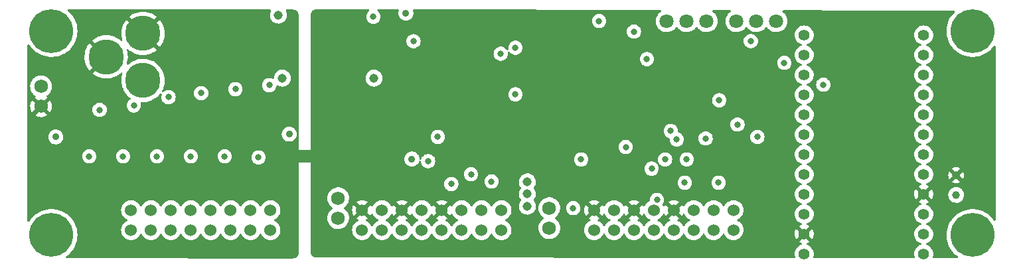
<source format=gbr>
%TF.GenerationSoftware,KiCad,Pcbnew,(6.0.10)*%
%TF.CreationDate,2023-01-12T16:12:03-05:00*%
%TF.ProjectId,power_mini_evolver,706f7765-725f-46d6-996e-695f65766f6c,rev?*%
%TF.SameCoordinates,Original*%
%TF.FileFunction,Copper,L2,Inr*%
%TF.FilePolarity,Positive*%
%FSLAX46Y46*%
G04 Gerber Fmt 4.6, Leading zero omitted, Abs format (unit mm)*
G04 Created by KiCad (PCBNEW (6.0.10)) date 2023-01-12 16:12:03*
%MOMM*%
%LPD*%
G01*
G04 APERTURE LIST*
%TA.AperFunction,ComponentPad*%
%ADD10C,4.500000*%
%TD*%
%TA.AperFunction,ComponentPad*%
%ADD11C,1.000000*%
%TD*%
%TA.AperFunction,ComponentPad*%
%ADD12C,1.800000*%
%TD*%
%TA.AperFunction,ComponentPad*%
%ADD13C,5.600000*%
%TD*%
%TA.AperFunction,ComponentPad*%
%ADD14C,1.750000*%
%TD*%
%TA.AperFunction,ComponentPad*%
%ADD15C,1.397000*%
%TD*%
%TA.AperFunction,ComponentPad*%
%ADD16C,1.524000*%
%TD*%
%TA.AperFunction,ViaPad*%
%ADD17C,1.143000*%
%TD*%
%TA.AperFunction,ViaPad*%
%ADD18C,0.889000*%
%TD*%
%TA.AperFunction,ViaPad*%
%ADD19C,0.800000*%
%TD*%
G04 APERTURE END LIST*
D10*
%TO.N,+12V*%
%TO.C,CON1*%
X100584000Y-88852000D03*
%TO.N,GND*%
X100584000Y-82852000D03*
X95884000Y-85852000D03*
%TD*%
D11*
%TO.N,Net-(C15-Pad1)*%
%TO.C,C15*%
X204292200Y-103459600D03*
%TO.N,GND*%
X204292200Y-100959600D03*
%TD*%
D12*
%TO.N,/OD90-0*%
%TO.C,JP1*%
X181356000Y-81280000D03*
%TO.N,/OD-0*%
X178816000Y-81280000D03*
%TO.N,/OD135-0*%
X176276000Y-81280000D03*
%TD*%
D13*
%TO.N,unconnected-(H1-Pad1)*%
%TO.C,H1*%
X88900000Y-108585000D03*
%TD*%
%TO.N,unconnected-(H2-Pad1)*%
%TO.C,H2*%
X88900000Y-82550000D03*
%TD*%
%TO.N,unconnected-(H4-Pad1)*%
%TO.C,H4*%
X206375000Y-108585000D03*
%TD*%
D14*
%TO.N,/SPB+1*%
%TO.C,P6*%
X152400000Y-105156000D03*
%TO.N,/SPB-1*%
X152400000Y-107696000D03*
%TD*%
D13*
%TO.N,unconnected-(H3-Pad1)*%
%TO.C,H3*%
X206375000Y-82550000D03*
%TD*%
D15*
%TO.N,unconnected-(P1-Pad1)*%
%TO.C,P1*%
X200152000Y-110998000D03*
%TO.N,+5V*%
X184912000Y-110998000D03*
%TO.N,unconnected-(P1-Pad3)*%
X200152000Y-108458000D03*
%TO.N,GND*%
X184912000Y-108458000D03*
%TO.N,Net-(C15-Pad1)*%
X200152000Y-105918000D03*
%TO.N,unconnected-(P1-Pad6)*%
X184912000Y-105918000D03*
%TO.N,GND*%
X200152000Y-103378000D03*
%TO.N,unconnected-(P1-Pad8)*%
X184912000Y-103378000D03*
%TO.N,/2*%
X200152000Y-100838000D03*
%TO.N,/A3*%
X184912000Y-100838000D03*
%TO.N,/3*%
X200152000Y-98298000D03*
%TO.N,/A2*%
X184912000Y-98298000D03*
%TO.N,/4*%
X200152000Y-95758000D03*
%TO.N,/A1*%
X184912000Y-95758000D03*
%TO.N,/5*%
X200152000Y-93218000D03*
%TO.N,/A0*%
X184912000Y-93218000D03*
%TO.N,/6*%
X200152000Y-90678000D03*
%TO.N,/13*%
X184912000Y-90678000D03*
%TO.N,/7*%
X200152000Y-88138000D03*
%TO.N,/12*%
X184912000Y-88138000D03*
%TO.N,/8*%
X200152000Y-85598000D03*
%TO.N,/11*%
X184912000Y-85598000D03*
%TO.N,/9*%
X200152000Y-83058000D03*
%TO.N,/10*%
X184912000Y-83058000D03*
%TD*%
D14*
%TO.N,/SPB+0*%
%TO.C,P5*%
X125476000Y-103886000D03*
%TO.N,/SPB-0*%
X125476000Y-106426000D03*
%TD*%
D12*
%TO.N,/OD90-1*%
%TO.C,JP2*%
X172466000Y-81280000D03*
%TO.N,/OD-1*%
X169926000Y-81280000D03*
%TO.N,/OD135-1*%
X167386000Y-81280000D03*
%TD*%
D14*
%TO.N,+12V*%
%TO.C,P7*%
X87579200Y-89611200D03*
%TO.N,GND*%
X87579200Y-92151200D03*
%TD*%
D16*
%TO.N,/FAN-0*%
%TO.C,P2*%
X146304000Y-107950000D03*
%TO.N,+12V*%
X146304000Y-105410000D03*
%TO.N,unconnected-(P2-Pad3)*%
X143764000Y-107950000D03*
%TO.N,unconnected-(P2-Pad4)*%
X143764000Y-105410000D03*
%TO.N,/HTR-0*%
X141224000Y-107950000D03*
%TO.N,+12V*%
X141224000Y-105410000D03*
%TO.N,/TS-0*%
X138684000Y-107950000D03*
%TO.N,GND*%
X138684000Y-105410000D03*
%TO.N,/LED-0*%
X136144000Y-107950000D03*
%TO.N,+5V*%
X136144000Y-105410000D03*
%TO.N,/OD90-0*%
X133604000Y-107950000D03*
%TO.N,GND*%
X133604000Y-105410000D03*
%TO.N,/SPB-0*%
X131064000Y-107950000D03*
%TO.N,/SPB+0*%
X131064000Y-105410000D03*
%TO.N,/OD135-0*%
X128524000Y-107950000D03*
%TO.N,GND*%
X128524000Y-105410000D03*
%TD*%
%TO.N,/FAN-1*%
%TO.C,P3*%
X175895000Y-107950000D03*
%TO.N,+12V*%
X175895000Y-105410000D03*
%TO.N,unconnected-(P3-Pad3)*%
X173355000Y-107950000D03*
%TO.N,unconnected-(P3-Pad4)*%
X173355000Y-105410000D03*
%TO.N,/HTR-1*%
X170815000Y-107950000D03*
%TO.N,+12V*%
X170815000Y-105410000D03*
%TO.N,/TS-1*%
X168275000Y-107950000D03*
%TO.N,GND*%
X168275000Y-105410000D03*
%TO.N,/LED-1*%
X165735000Y-107950000D03*
%TO.N,+5V*%
X165735000Y-105410000D03*
%TO.N,/OD90-1*%
X163195000Y-107950000D03*
%TO.N,GND*%
X163195000Y-105410000D03*
%TO.N,/SPB-1*%
X160655000Y-107950000D03*
%TO.N,/SPB+1*%
X160655000Y-105410000D03*
%TO.N,/OD135-1*%
X158115000Y-107950000D03*
%TO.N,GND*%
X158115000Y-105410000D03*
%TD*%
%TO.N,unconnected-(P4-Pad1)*%
%TO.C,P4*%
X116840000Y-107950000D03*
%TO.N,unconnected-(P4-Pad2)*%
X116840000Y-105410000D03*
%TO.N,unconnected-(P4-Pad3)*%
X114300000Y-107950000D03*
%TO.N,unconnected-(P4-Pad4)*%
X114300000Y-105410000D03*
%TO.N,/P-5*%
X111760000Y-107950000D03*
%TO.N,+12V*%
X111760000Y-105410000D03*
%TO.N,/P-4*%
X109220000Y-107950000D03*
%TO.N,+12V*%
X109220000Y-105410000D03*
%TO.N,/P-3*%
X106680000Y-107950000D03*
%TO.N,+12V*%
X106680000Y-105410000D03*
%TO.N,/P-2*%
X104140000Y-107950000D03*
%TO.N,+12V*%
X104140000Y-105410000D03*
%TO.N,/P-1*%
X101600000Y-107950000D03*
%TO.N,+12V*%
X101600000Y-105410000D03*
%TO.N,/P-0*%
X99060000Y-107950000D03*
%TO.N,+12V*%
X99060000Y-105410000D03*
%TD*%
D17*
%TO.N,GND*%
X123698000Y-81280000D03*
D18*
X100838000Y-95504000D03*
D19*
X133502400Y-93472000D03*
D17*
X123698000Y-88392000D03*
D18*
X92202000Y-95504000D03*
X170180000Y-83820000D03*
X89408000Y-100939600D03*
D19*
X166243000Y-94996000D03*
X182372000Y-88519000D03*
D18*
X96520000Y-95504000D03*
D19*
X174498000Y-81788000D03*
D18*
X109474000Y-95504000D03*
X119888000Y-84836000D03*
X119227600Y-100634800D03*
D19*
X183134000Y-82296000D03*
D17*
X105664000Y-84836000D03*
D19*
X173736000Y-88696800D03*
D17*
X126746000Y-84836000D03*
D19*
X181102000Y-95250000D03*
X159461200Y-99009200D03*
X143459200Y-93472000D03*
X138582400Y-93472000D03*
X177190400Y-99110800D03*
D18*
X113792000Y-95504000D03*
D17*
X105664000Y-88900000D03*
X105664000Y-81026000D03*
D18*
X105156000Y-95504000D03*
D17*
X126746000Y-81280000D03*
D19*
X166624000Y-90633330D03*
D17*
X126746000Y-88392000D03*
D18*
X132842000Y-84836000D03*
X174447200Y-98976999D03*
D19*
X163982400Y-99009200D03*
%TO.N,+3V3*%
X172339000Y-96266000D03*
X178102717Y-83827692D03*
X182372000Y-86614000D03*
X178943000Y-96057001D03*
X164846000Y-86130899D03*
X129964200Y-80721200D03*
X174066200Y-91389200D03*
X169926000Y-98932499D03*
%TO.N,+12V*%
X110998000Y-98552000D03*
X139903200Y-102082600D03*
X115316000Y-98679000D03*
X145034000Y-101752400D03*
X169672000Y-101904800D03*
X106680000Y-98552000D03*
D18*
X89458800Y-96062800D03*
D19*
X93726000Y-98552000D03*
D17*
X118364000Y-88562800D03*
D19*
X102362000Y-98552000D03*
X98044000Y-98552000D03*
X173990000Y-101904800D03*
D18*
X119227600Y-95707200D03*
D19*
%TO.N,/A3*%
X165455600Y-100113000D03*
D17*
%TO.N,+5V*%
X117856000Y-80518000D03*
D18*
X134874000Y-98882200D03*
D17*
X149606000Y-101803200D03*
X149606000Y-104902000D03*
X130048000Y-88562800D03*
D19*
X156464000Y-98933000D03*
D17*
X149606000Y-103327200D03*
D19*
X155448000Y-105156000D03*
%TO.N,/HTR-1*%
X166126225Y-104105917D03*
D18*
%TO.N,/OD135-0*%
X134112000Y-80264000D03*
D19*
%TO.N,/OD90-0*%
X135077200Y-83845400D03*
%TO.N,/OD90-1*%
X163195000Y-82626200D03*
%TO.N,/OD135-1*%
X158750000Y-81280000D03*
%TO.N,/10*%
X187350400Y-89408000D03*
X112369600Y-89966800D03*
%TO.N,/11*%
X146202400Y-85445600D03*
%TO.N,/12*%
X116687600Y-89458800D03*
%TO.N,/2*%
X142417800Y-100838000D03*
%TO.N,/3*%
X167169000Y-98932999D03*
%TO.N,/4*%
X136943500Y-99148041D03*
%TO.N,/5*%
X162153600Y-97358200D03*
%TO.N,/6*%
X95046800Y-92608400D03*
%TO.N,/7*%
X99415600Y-92049600D03*
%TO.N,/8*%
X103835200Y-90982800D03*
%TO.N,/9*%
X148082000Y-84681899D03*
X108000800Y-90474800D03*
X148082000Y-90633330D03*
%TO.N,/TS-0*%
X168656000Y-96393000D03*
X138173519Y-96060726D03*
%TO.N,/TS-1*%
X176403000Y-94488000D03*
X167894000Y-95300800D03*
%TD*%
%TA.AperFunction,Conductor*%
%TO.N,GND*%
G36*
X122605800Y-99364800D02*
G01*
X119583200Y-99364800D01*
X119583200Y-97739200D01*
X122605800Y-97739200D01*
X122605800Y-99364800D01*
G37*
%TD.AperFunction*%
%TD*%
%TA.AperFunction,Conductor*%
%TO.N,GND*%
G36*
X116804087Y-79801418D02*
G01*
X116872178Y-79821520D01*
X116918592Y-79875244D01*
X116928593Y-79945533D01*
X116915410Y-79986085D01*
X116856629Y-80097810D01*
X116853935Y-80102931D01*
X116795075Y-80292493D01*
X116771745Y-80489608D01*
X116784727Y-80687673D01*
X116833586Y-80880056D01*
X116916685Y-81060313D01*
X116920018Y-81065029D01*
X116987282Y-81160205D01*
X117031243Y-81222409D01*
X117035385Y-81226444D01*
X117076470Y-81266467D01*
X117173422Y-81360913D01*
X117338461Y-81471189D01*
X117343764Y-81473467D01*
X117343767Y-81473469D01*
X117419569Y-81506036D01*
X117520832Y-81549542D01*
X117591905Y-81565624D01*
X117708791Y-81592073D01*
X117708796Y-81592074D01*
X117714428Y-81593348D01*
X117720199Y-81593575D01*
X117720201Y-81593575D01*
X117779262Y-81595895D01*
X117912765Y-81601141D01*
X118010983Y-81586900D01*
X118103487Y-81573488D01*
X118103492Y-81573487D01*
X118109201Y-81572659D01*
X118121053Y-81568636D01*
X118291690Y-81510712D01*
X118297158Y-81508856D01*
X118470339Y-81411870D01*
X118622947Y-81284947D01*
X118749870Y-81132339D01*
X118846856Y-80959158D01*
X118910659Y-80771201D01*
X118911487Y-80765492D01*
X118911488Y-80765487D01*
X118938608Y-80578438D01*
X118939141Y-80574765D01*
X118940627Y-80518000D01*
X118922465Y-80320342D01*
X118868587Y-80129304D01*
X118866033Y-80124126D01*
X118866030Y-80124117D01*
X118798035Y-79986238D01*
X118785845Y-79916296D01*
X118813404Y-79850867D01*
X118871962Y-79810723D01*
X118911226Y-79804510D01*
X119704255Y-79805674D01*
X119718347Y-79806486D01*
X119866601Y-79823394D01*
X119894076Y-79829701D01*
X120028154Y-79876790D01*
X120053539Y-79889047D01*
X120173797Y-79964769D01*
X120195821Y-79982363D01*
X120296234Y-80082923D01*
X120313794Y-80104972D01*
X120325810Y-80124117D01*
X120389337Y-80225337D01*
X120401557Y-80250739D01*
X120448451Y-80384888D01*
X120454717Y-80412368D01*
X120467530Y-80526198D01*
X120471409Y-80560656D01*
X120472200Y-80574750D01*
X120472200Y-110811431D01*
X120471406Y-110825558D01*
X120462904Y-110900915D01*
X120454636Y-110974192D01*
X120448340Y-111001734D01*
X120412920Y-111102804D01*
X120401233Y-111136152D01*
X120388958Y-111161600D01*
X120313078Y-111282151D01*
X120295442Y-111304224D01*
X120194614Y-111404832D01*
X120172501Y-111422421D01*
X120092609Y-111472463D01*
X120051789Y-111498031D01*
X120026314Y-111510250D01*
X119891785Y-111557063D01*
X119864226Y-111563298D01*
X119715572Y-111579739D01*
X119701444Y-111580503D01*
X93192456Y-111522156D01*
X90882564Y-111517072D01*
X90814487Y-111496920D01*
X90768112Y-111443162D01*
X90758163Y-111372866D01*
X90787798Y-111308350D01*
X90807188Y-111290312D01*
X90978615Y-111161600D01*
X91029786Y-111123180D01*
X91291451Y-110878319D01*
X91525140Y-110606630D01*
X91717782Y-110326334D01*
X91726190Y-110314101D01*
X91726195Y-110314094D01*
X91728120Y-110311292D01*
X91729732Y-110308298D01*
X91729737Y-110308290D01*
X91896395Y-109998772D01*
X91898017Y-109995760D01*
X92032842Y-109663724D01*
X92131020Y-109319070D01*
X92159943Y-109149863D01*
X92190829Y-108969175D01*
X92190829Y-108969173D01*
X92191401Y-108965828D01*
X92193511Y-108931340D01*
X92213168Y-108609928D01*
X92213278Y-108608131D01*
X92213359Y-108585000D01*
X92193979Y-108227159D01*
X92148593Y-107950000D01*
X97784647Y-107950000D01*
X97804022Y-108171463D01*
X97861560Y-108386196D01*
X97863882Y-108391177D01*
X97863883Y-108391178D01*
X97953186Y-108582689D01*
X97953189Y-108582694D01*
X97955512Y-108587676D01*
X97958668Y-108592183D01*
X97958669Y-108592185D01*
X97969835Y-108608131D01*
X98083023Y-108769781D01*
X98240219Y-108926977D01*
X98244727Y-108930134D01*
X98244730Y-108930136D01*
X98290858Y-108962435D01*
X98422323Y-109054488D01*
X98427305Y-109056811D01*
X98427310Y-109056814D01*
X98618822Y-109146117D01*
X98623804Y-109148440D01*
X98629112Y-109149862D01*
X98629114Y-109149863D01*
X98694949Y-109167503D01*
X98838537Y-109205978D01*
X99060000Y-109225353D01*
X99281463Y-109205978D01*
X99425051Y-109167503D01*
X99490886Y-109149863D01*
X99490888Y-109149862D01*
X99496196Y-109148440D01*
X99501178Y-109146117D01*
X99692690Y-109056814D01*
X99692695Y-109056811D01*
X99697677Y-109054488D01*
X99829142Y-108962435D01*
X99875270Y-108930136D01*
X99875273Y-108930134D01*
X99879781Y-108926977D01*
X100036977Y-108769781D01*
X100150166Y-108608131D01*
X100161331Y-108592185D01*
X100161332Y-108592183D01*
X100164488Y-108587676D01*
X100166811Y-108582694D01*
X100166814Y-108582689D01*
X100215805Y-108477627D01*
X100262723Y-108424342D01*
X100331000Y-108404881D01*
X100398960Y-108425423D01*
X100444195Y-108477627D01*
X100493186Y-108582689D01*
X100493189Y-108582694D01*
X100495512Y-108587676D01*
X100498668Y-108592183D01*
X100498669Y-108592185D01*
X100509835Y-108608131D01*
X100623023Y-108769781D01*
X100780219Y-108926977D01*
X100784727Y-108930134D01*
X100784730Y-108930136D01*
X100830858Y-108962435D01*
X100962323Y-109054488D01*
X100967305Y-109056811D01*
X100967310Y-109056814D01*
X101158822Y-109146117D01*
X101163804Y-109148440D01*
X101169112Y-109149862D01*
X101169114Y-109149863D01*
X101234949Y-109167503D01*
X101378537Y-109205978D01*
X101600000Y-109225353D01*
X101821463Y-109205978D01*
X101965051Y-109167503D01*
X102030886Y-109149863D01*
X102030888Y-109149862D01*
X102036196Y-109148440D01*
X102041178Y-109146117D01*
X102232690Y-109056814D01*
X102232695Y-109056811D01*
X102237677Y-109054488D01*
X102369142Y-108962435D01*
X102415270Y-108930136D01*
X102415273Y-108930134D01*
X102419781Y-108926977D01*
X102576977Y-108769781D01*
X102690166Y-108608131D01*
X102701331Y-108592185D01*
X102701332Y-108592183D01*
X102704488Y-108587676D01*
X102706811Y-108582694D01*
X102706814Y-108582689D01*
X102755805Y-108477627D01*
X102802723Y-108424342D01*
X102871000Y-108404881D01*
X102938960Y-108425423D01*
X102984195Y-108477627D01*
X103033186Y-108582689D01*
X103033189Y-108582694D01*
X103035512Y-108587676D01*
X103038668Y-108592183D01*
X103038669Y-108592185D01*
X103049835Y-108608131D01*
X103163023Y-108769781D01*
X103320219Y-108926977D01*
X103324727Y-108930134D01*
X103324730Y-108930136D01*
X103370858Y-108962435D01*
X103502323Y-109054488D01*
X103507305Y-109056811D01*
X103507310Y-109056814D01*
X103698822Y-109146117D01*
X103703804Y-109148440D01*
X103709112Y-109149862D01*
X103709114Y-109149863D01*
X103774949Y-109167503D01*
X103918537Y-109205978D01*
X104140000Y-109225353D01*
X104361463Y-109205978D01*
X104505051Y-109167503D01*
X104570886Y-109149863D01*
X104570888Y-109149862D01*
X104576196Y-109148440D01*
X104581178Y-109146117D01*
X104772690Y-109056814D01*
X104772695Y-109056811D01*
X104777677Y-109054488D01*
X104909142Y-108962435D01*
X104955270Y-108930136D01*
X104955273Y-108930134D01*
X104959781Y-108926977D01*
X105116977Y-108769781D01*
X105230166Y-108608131D01*
X105241331Y-108592185D01*
X105241332Y-108592183D01*
X105244488Y-108587676D01*
X105246811Y-108582694D01*
X105246814Y-108582689D01*
X105295805Y-108477627D01*
X105342723Y-108424342D01*
X105411000Y-108404881D01*
X105478960Y-108425423D01*
X105524195Y-108477627D01*
X105573186Y-108582689D01*
X105573189Y-108582694D01*
X105575512Y-108587676D01*
X105578668Y-108592183D01*
X105578669Y-108592185D01*
X105589835Y-108608131D01*
X105703023Y-108769781D01*
X105860219Y-108926977D01*
X105864727Y-108930134D01*
X105864730Y-108930136D01*
X105910858Y-108962435D01*
X106042323Y-109054488D01*
X106047305Y-109056811D01*
X106047310Y-109056814D01*
X106238822Y-109146117D01*
X106243804Y-109148440D01*
X106249112Y-109149862D01*
X106249114Y-109149863D01*
X106314949Y-109167503D01*
X106458537Y-109205978D01*
X106680000Y-109225353D01*
X106901463Y-109205978D01*
X107045051Y-109167503D01*
X107110886Y-109149863D01*
X107110888Y-109149862D01*
X107116196Y-109148440D01*
X107121178Y-109146117D01*
X107312690Y-109056814D01*
X107312695Y-109056811D01*
X107317677Y-109054488D01*
X107449142Y-108962435D01*
X107495270Y-108930136D01*
X107495273Y-108930134D01*
X107499781Y-108926977D01*
X107656977Y-108769781D01*
X107770166Y-108608131D01*
X107781331Y-108592185D01*
X107781332Y-108592183D01*
X107784488Y-108587676D01*
X107786811Y-108582694D01*
X107786814Y-108582689D01*
X107835805Y-108477627D01*
X107882723Y-108424342D01*
X107951000Y-108404881D01*
X108018960Y-108425423D01*
X108064195Y-108477627D01*
X108113186Y-108582689D01*
X108113189Y-108582694D01*
X108115512Y-108587676D01*
X108118668Y-108592183D01*
X108118669Y-108592185D01*
X108129835Y-108608131D01*
X108243023Y-108769781D01*
X108400219Y-108926977D01*
X108404727Y-108930134D01*
X108404730Y-108930136D01*
X108450858Y-108962435D01*
X108582323Y-109054488D01*
X108587305Y-109056811D01*
X108587310Y-109056814D01*
X108778822Y-109146117D01*
X108783804Y-109148440D01*
X108789112Y-109149862D01*
X108789114Y-109149863D01*
X108854949Y-109167503D01*
X108998537Y-109205978D01*
X109220000Y-109225353D01*
X109441463Y-109205978D01*
X109585051Y-109167503D01*
X109650886Y-109149863D01*
X109650888Y-109149862D01*
X109656196Y-109148440D01*
X109661178Y-109146117D01*
X109852690Y-109056814D01*
X109852695Y-109056811D01*
X109857677Y-109054488D01*
X109989142Y-108962435D01*
X110035270Y-108930136D01*
X110035273Y-108930134D01*
X110039781Y-108926977D01*
X110196977Y-108769781D01*
X110310166Y-108608131D01*
X110321331Y-108592185D01*
X110321332Y-108592183D01*
X110324488Y-108587676D01*
X110326811Y-108582694D01*
X110326814Y-108582689D01*
X110375805Y-108477627D01*
X110422723Y-108424342D01*
X110491000Y-108404881D01*
X110558960Y-108425423D01*
X110604195Y-108477627D01*
X110653186Y-108582689D01*
X110653189Y-108582694D01*
X110655512Y-108587676D01*
X110658668Y-108592183D01*
X110658669Y-108592185D01*
X110669835Y-108608131D01*
X110783023Y-108769781D01*
X110940219Y-108926977D01*
X110944727Y-108930134D01*
X110944730Y-108930136D01*
X110990858Y-108962435D01*
X111122323Y-109054488D01*
X111127305Y-109056811D01*
X111127310Y-109056814D01*
X111318822Y-109146117D01*
X111323804Y-109148440D01*
X111329112Y-109149862D01*
X111329114Y-109149863D01*
X111394949Y-109167503D01*
X111538537Y-109205978D01*
X111760000Y-109225353D01*
X111981463Y-109205978D01*
X112125051Y-109167503D01*
X112190886Y-109149863D01*
X112190888Y-109149862D01*
X112196196Y-109148440D01*
X112201178Y-109146117D01*
X112392690Y-109056814D01*
X112392695Y-109056811D01*
X112397677Y-109054488D01*
X112529142Y-108962435D01*
X112575270Y-108930136D01*
X112575273Y-108930134D01*
X112579781Y-108926977D01*
X112736977Y-108769781D01*
X112850166Y-108608131D01*
X112861331Y-108592185D01*
X112861332Y-108592183D01*
X112864488Y-108587676D01*
X112866811Y-108582694D01*
X112866814Y-108582689D01*
X112915805Y-108477627D01*
X112962723Y-108424342D01*
X113031000Y-108404881D01*
X113098960Y-108425423D01*
X113144195Y-108477627D01*
X113193186Y-108582689D01*
X113193189Y-108582694D01*
X113195512Y-108587676D01*
X113198668Y-108592183D01*
X113198669Y-108592185D01*
X113209835Y-108608131D01*
X113323023Y-108769781D01*
X113480219Y-108926977D01*
X113484727Y-108930134D01*
X113484730Y-108930136D01*
X113530858Y-108962435D01*
X113662323Y-109054488D01*
X113667305Y-109056811D01*
X113667310Y-109056814D01*
X113858822Y-109146117D01*
X113863804Y-109148440D01*
X113869112Y-109149862D01*
X113869114Y-109149863D01*
X113934949Y-109167503D01*
X114078537Y-109205978D01*
X114300000Y-109225353D01*
X114521463Y-109205978D01*
X114665051Y-109167503D01*
X114730886Y-109149863D01*
X114730888Y-109149862D01*
X114736196Y-109148440D01*
X114741178Y-109146117D01*
X114932690Y-109056814D01*
X114932695Y-109056811D01*
X114937677Y-109054488D01*
X115069142Y-108962435D01*
X115115270Y-108930136D01*
X115115273Y-108930134D01*
X115119781Y-108926977D01*
X115276977Y-108769781D01*
X115390166Y-108608131D01*
X115401331Y-108592185D01*
X115401332Y-108592183D01*
X115404488Y-108587676D01*
X115406811Y-108582694D01*
X115406814Y-108582689D01*
X115455805Y-108477627D01*
X115502723Y-108424342D01*
X115571000Y-108404881D01*
X115638960Y-108425423D01*
X115684195Y-108477627D01*
X115733186Y-108582689D01*
X115733189Y-108582694D01*
X115735512Y-108587676D01*
X115738668Y-108592183D01*
X115738669Y-108592185D01*
X115749835Y-108608131D01*
X115863023Y-108769781D01*
X116020219Y-108926977D01*
X116024727Y-108930134D01*
X116024730Y-108930136D01*
X116070858Y-108962435D01*
X116202323Y-109054488D01*
X116207305Y-109056811D01*
X116207310Y-109056814D01*
X116398822Y-109146117D01*
X116403804Y-109148440D01*
X116409112Y-109149862D01*
X116409114Y-109149863D01*
X116474949Y-109167503D01*
X116618537Y-109205978D01*
X116840000Y-109225353D01*
X117061463Y-109205978D01*
X117205051Y-109167503D01*
X117270886Y-109149863D01*
X117270888Y-109149862D01*
X117276196Y-109148440D01*
X117281178Y-109146117D01*
X117472690Y-109056814D01*
X117472695Y-109056811D01*
X117477677Y-109054488D01*
X117609142Y-108962435D01*
X117655270Y-108930136D01*
X117655273Y-108930134D01*
X117659781Y-108926977D01*
X117816977Y-108769781D01*
X117930166Y-108608131D01*
X117941331Y-108592185D01*
X117941332Y-108592183D01*
X117944488Y-108587676D01*
X117946811Y-108582694D01*
X117946814Y-108582689D01*
X118036117Y-108391178D01*
X118036118Y-108391177D01*
X118038440Y-108386196D01*
X118095978Y-108171463D01*
X118115353Y-107950000D01*
X118095978Y-107728537D01*
X118038440Y-107513804D01*
X117995805Y-107422373D01*
X117946814Y-107317311D01*
X117946811Y-107317306D01*
X117944488Y-107312324D01*
X117816977Y-107130219D01*
X117659781Y-106973023D01*
X117655273Y-106969866D01*
X117655270Y-106969864D01*
X117552626Y-106897992D01*
X117477677Y-106845512D01*
X117472695Y-106843189D01*
X117472690Y-106843186D01*
X117367627Y-106794195D01*
X117314342Y-106747278D01*
X117294881Y-106679001D01*
X117315423Y-106611041D01*
X117367627Y-106565805D01*
X117472690Y-106516814D01*
X117472695Y-106516811D01*
X117477677Y-106514488D01*
X117579505Y-106443187D01*
X117655270Y-106390136D01*
X117655273Y-106390134D01*
X117659781Y-106386977D01*
X117816977Y-106229781D01*
X117934634Y-106061750D01*
X117941331Y-106052185D01*
X117941332Y-106052183D01*
X117944488Y-106047676D01*
X117946811Y-106042694D01*
X117946814Y-106042689D01*
X118036117Y-105851178D01*
X118036118Y-105851177D01*
X118038440Y-105846196D01*
X118095978Y-105631463D01*
X118115353Y-105410000D01*
X118095978Y-105188537D01*
X118038440Y-104973804D01*
X117995805Y-104882373D01*
X117946814Y-104777311D01*
X117946811Y-104777306D01*
X117944488Y-104772324D01*
X117816977Y-104590219D01*
X117659781Y-104433023D01*
X117655273Y-104429866D01*
X117655270Y-104429864D01*
X117579505Y-104376813D01*
X117477677Y-104305512D01*
X117472695Y-104303189D01*
X117472690Y-104303186D01*
X117281178Y-104213883D01*
X117281177Y-104213882D01*
X117276196Y-104211560D01*
X117270888Y-104210138D01*
X117270886Y-104210137D01*
X117205051Y-104192497D01*
X117061463Y-104154022D01*
X116840000Y-104134647D01*
X116618537Y-104154022D01*
X116474949Y-104192497D01*
X116409114Y-104210137D01*
X116409112Y-104210138D01*
X116403804Y-104211560D01*
X116398823Y-104213882D01*
X116398822Y-104213883D01*
X116207311Y-104303186D01*
X116207306Y-104303189D01*
X116202324Y-104305512D01*
X116197817Y-104308668D01*
X116197815Y-104308669D01*
X116024730Y-104429864D01*
X116024727Y-104429866D01*
X116020219Y-104433023D01*
X115863023Y-104590219D01*
X115735512Y-104772324D01*
X115733189Y-104777306D01*
X115733186Y-104777311D01*
X115684195Y-104882373D01*
X115637277Y-104935658D01*
X115569000Y-104955119D01*
X115501040Y-104934577D01*
X115455805Y-104882373D01*
X115406814Y-104777311D01*
X115406811Y-104777306D01*
X115404488Y-104772324D01*
X115276977Y-104590219D01*
X115119781Y-104433023D01*
X115115273Y-104429866D01*
X115115270Y-104429864D01*
X115039505Y-104376813D01*
X114937677Y-104305512D01*
X114932695Y-104303189D01*
X114932690Y-104303186D01*
X114741178Y-104213883D01*
X114741177Y-104213882D01*
X114736196Y-104211560D01*
X114730888Y-104210138D01*
X114730886Y-104210137D01*
X114665051Y-104192497D01*
X114521463Y-104154022D01*
X114300000Y-104134647D01*
X114078537Y-104154022D01*
X113934949Y-104192497D01*
X113869114Y-104210137D01*
X113869112Y-104210138D01*
X113863804Y-104211560D01*
X113858823Y-104213882D01*
X113858822Y-104213883D01*
X113667311Y-104303186D01*
X113667306Y-104303189D01*
X113662324Y-104305512D01*
X113657817Y-104308668D01*
X113657815Y-104308669D01*
X113484730Y-104429864D01*
X113484727Y-104429866D01*
X113480219Y-104433023D01*
X113323023Y-104590219D01*
X113195512Y-104772324D01*
X113193189Y-104777306D01*
X113193186Y-104777311D01*
X113144195Y-104882373D01*
X113097277Y-104935658D01*
X113029000Y-104955119D01*
X112961040Y-104934577D01*
X112915805Y-104882373D01*
X112866814Y-104777311D01*
X112866811Y-104777306D01*
X112864488Y-104772324D01*
X112736977Y-104590219D01*
X112579781Y-104433023D01*
X112575273Y-104429866D01*
X112575270Y-104429864D01*
X112499505Y-104376813D01*
X112397677Y-104305512D01*
X112392695Y-104303189D01*
X112392690Y-104303186D01*
X112201178Y-104213883D01*
X112201177Y-104213882D01*
X112196196Y-104211560D01*
X112190888Y-104210138D01*
X112190886Y-104210137D01*
X112125051Y-104192497D01*
X111981463Y-104154022D01*
X111760000Y-104134647D01*
X111538537Y-104154022D01*
X111394949Y-104192497D01*
X111329114Y-104210137D01*
X111329112Y-104210138D01*
X111323804Y-104211560D01*
X111318823Y-104213882D01*
X111318822Y-104213883D01*
X111127311Y-104303186D01*
X111127306Y-104303189D01*
X111122324Y-104305512D01*
X111117817Y-104308668D01*
X111117815Y-104308669D01*
X110944730Y-104429864D01*
X110944727Y-104429866D01*
X110940219Y-104433023D01*
X110783023Y-104590219D01*
X110655512Y-104772324D01*
X110653189Y-104777306D01*
X110653186Y-104777311D01*
X110604195Y-104882373D01*
X110557277Y-104935658D01*
X110489000Y-104955119D01*
X110421040Y-104934577D01*
X110375805Y-104882373D01*
X110326814Y-104777311D01*
X110326811Y-104777306D01*
X110324488Y-104772324D01*
X110196977Y-104590219D01*
X110039781Y-104433023D01*
X110035273Y-104429866D01*
X110035270Y-104429864D01*
X109959505Y-104376813D01*
X109857677Y-104305512D01*
X109852695Y-104303189D01*
X109852690Y-104303186D01*
X109661178Y-104213883D01*
X109661177Y-104213882D01*
X109656196Y-104211560D01*
X109650888Y-104210138D01*
X109650886Y-104210137D01*
X109585051Y-104192497D01*
X109441463Y-104154022D01*
X109220000Y-104134647D01*
X108998537Y-104154022D01*
X108854949Y-104192497D01*
X108789114Y-104210137D01*
X108789112Y-104210138D01*
X108783804Y-104211560D01*
X108778823Y-104213882D01*
X108778822Y-104213883D01*
X108587311Y-104303186D01*
X108587306Y-104303189D01*
X108582324Y-104305512D01*
X108577817Y-104308668D01*
X108577815Y-104308669D01*
X108404730Y-104429864D01*
X108404727Y-104429866D01*
X108400219Y-104433023D01*
X108243023Y-104590219D01*
X108115512Y-104772324D01*
X108113189Y-104777306D01*
X108113186Y-104777311D01*
X108064195Y-104882373D01*
X108017277Y-104935658D01*
X107949000Y-104955119D01*
X107881040Y-104934577D01*
X107835805Y-104882373D01*
X107786814Y-104777311D01*
X107786811Y-104777306D01*
X107784488Y-104772324D01*
X107656977Y-104590219D01*
X107499781Y-104433023D01*
X107495273Y-104429866D01*
X107495270Y-104429864D01*
X107419505Y-104376813D01*
X107317677Y-104305512D01*
X107312695Y-104303189D01*
X107312690Y-104303186D01*
X107121178Y-104213883D01*
X107121177Y-104213882D01*
X107116196Y-104211560D01*
X107110888Y-104210138D01*
X107110886Y-104210137D01*
X107045051Y-104192497D01*
X106901463Y-104154022D01*
X106680000Y-104134647D01*
X106458537Y-104154022D01*
X106314949Y-104192497D01*
X106249114Y-104210137D01*
X106249112Y-104210138D01*
X106243804Y-104211560D01*
X106238823Y-104213882D01*
X106238822Y-104213883D01*
X106047311Y-104303186D01*
X106047306Y-104303189D01*
X106042324Y-104305512D01*
X106037817Y-104308668D01*
X106037815Y-104308669D01*
X105864730Y-104429864D01*
X105864727Y-104429866D01*
X105860219Y-104433023D01*
X105703023Y-104590219D01*
X105575512Y-104772324D01*
X105573189Y-104777306D01*
X105573186Y-104777311D01*
X105524195Y-104882373D01*
X105477277Y-104935658D01*
X105409000Y-104955119D01*
X105341040Y-104934577D01*
X105295805Y-104882373D01*
X105246814Y-104777311D01*
X105246811Y-104777306D01*
X105244488Y-104772324D01*
X105116977Y-104590219D01*
X104959781Y-104433023D01*
X104955273Y-104429866D01*
X104955270Y-104429864D01*
X104879505Y-104376813D01*
X104777677Y-104305512D01*
X104772695Y-104303189D01*
X104772690Y-104303186D01*
X104581178Y-104213883D01*
X104581177Y-104213882D01*
X104576196Y-104211560D01*
X104570888Y-104210138D01*
X104570886Y-104210137D01*
X104505051Y-104192497D01*
X104361463Y-104154022D01*
X104140000Y-104134647D01*
X103918537Y-104154022D01*
X103774949Y-104192497D01*
X103709114Y-104210137D01*
X103709112Y-104210138D01*
X103703804Y-104211560D01*
X103698823Y-104213882D01*
X103698822Y-104213883D01*
X103507311Y-104303186D01*
X103507306Y-104303189D01*
X103502324Y-104305512D01*
X103497817Y-104308668D01*
X103497815Y-104308669D01*
X103324730Y-104429864D01*
X103324727Y-104429866D01*
X103320219Y-104433023D01*
X103163023Y-104590219D01*
X103035512Y-104772324D01*
X103033189Y-104777306D01*
X103033186Y-104777311D01*
X102984195Y-104882373D01*
X102937277Y-104935658D01*
X102869000Y-104955119D01*
X102801040Y-104934577D01*
X102755805Y-104882373D01*
X102706814Y-104777311D01*
X102706811Y-104777306D01*
X102704488Y-104772324D01*
X102576977Y-104590219D01*
X102419781Y-104433023D01*
X102415273Y-104429866D01*
X102415270Y-104429864D01*
X102339505Y-104376813D01*
X102237677Y-104305512D01*
X102232695Y-104303189D01*
X102232690Y-104303186D01*
X102041178Y-104213883D01*
X102041177Y-104213882D01*
X102036196Y-104211560D01*
X102030888Y-104210138D01*
X102030886Y-104210137D01*
X101965051Y-104192497D01*
X101821463Y-104154022D01*
X101600000Y-104134647D01*
X101378537Y-104154022D01*
X101234949Y-104192497D01*
X101169114Y-104210137D01*
X101169112Y-104210138D01*
X101163804Y-104211560D01*
X101158823Y-104213882D01*
X101158822Y-104213883D01*
X100967311Y-104303186D01*
X100967306Y-104303189D01*
X100962324Y-104305512D01*
X100957817Y-104308668D01*
X100957815Y-104308669D01*
X100784730Y-104429864D01*
X100784727Y-104429866D01*
X100780219Y-104433023D01*
X100623023Y-104590219D01*
X100495512Y-104772324D01*
X100493189Y-104777306D01*
X100493186Y-104777311D01*
X100444195Y-104882373D01*
X100397277Y-104935658D01*
X100329000Y-104955119D01*
X100261040Y-104934577D01*
X100215805Y-104882373D01*
X100166814Y-104777311D01*
X100166811Y-104777306D01*
X100164488Y-104772324D01*
X100036977Y-104590219D01*
X99879781Y-104433023D01*
X99875273Y-104429866D01*
X99875270Y-104429864D01*
X99799505Y-104376813D01*
X99697677Y-104305512D01*
X99692695Y-104303189D01*
X99692690Y-104303186D01*
X99501178Y-104213883D01*
X99501177Y-104213882D01*
X99496196Y-104211560D01*
X99490888Y-104210138D01*
X99490886Y-104210137D01*
X99425051Y-104192497D01*
X99281463Y-104154022D01*
X99060000Y-104134647D01*
X98838537Y-104154022D01*
X98694949Y-104192497D01*
X98629114Y-104210137D01*
X98629112Y-104210138D01*
X98623804Y-104211560D01*
X98618823Y-104213882D01*
X98618822Y-104213883D01*
X98427311Y-104303186D01*
X98427306Y-104303189D01*
X98422324Y-104305512D01*
X98417817Y-104308668D01*
X98417815Y-104308669D01*
X98244730Y-104429864D01*
X98244727Y-104429866D01*
X98240219Y-104433023D01*
X98083023Y-104590219D01*
X97955512Y-104772324D01*
X97953189Y-104777306D01*
X97953186Y-104777311D01*
X97904195Y-104882373D01*
X97861560Y-104973804D01*
X97804022Y-105188537D01*
X97784647Y-105410000D01*
X97804022Y-105631463D01*
X97861560Y-105846196D01*
X97863882Y-105851177D01*
X97863883Y-105851178D01*
X97953186Y-106042689D01*
X97953189Y-106042694D01*
X97955512Y-106047676D01*
X97958668Y-106052183D01*
X97958669Y-106052185D01*
X97965367Y-106061750D01*
X98083023Y-106229781D01*
X98240219Y-106386977D01*
X98244727Y-106390134D01*
X98244730Y-106390136D01*
X98320495Y-106443187D01*
X98422323Y-106514488D01*
X98427305Y-106516811D01*
X98427310Y-106516814D01*
X98532373Y-106565805D01*
X98585658Y-106612722D01*
X98605119Y-106680999D01*
X98584577Y-106748959D01*
X98532373Y-106794195D01*
X98427311Y-106843186D01*
X98427306Y-106843189D01*
X98422324Y-106845512D01*
X98417817Y-106848668D01*
X98417815Y-106848669D01*
X98244730Y-106969864D01*
X98244727Y-106969866D01*
X98240219Y-106973023D01*
X98083023Y-107130219D01*
X97955512Y-107312324D01*
X97953189Y-107317306D01*
X97953186Y-107317311D01*
X97904195Y-107422373D01*
X97861560Y-107513804D01*
X97804022Y-107728537D01*
X97784647Y-107950000D01*
X92148593Y-107950000D01*
X92136066Y-107873505D01*
X92040297Y-107528173D01*
X92035938Y-107517218D01*
X91909052Y-107198369D01*
X91907793Y-107195205D01*
X91750427Y-106897992D01*
X91741702Y-106881513D01*
X91741698Y-106881506D01*
X91740103Y-106878494D01*
X91539190Y-106581746D01*
X91307403Y-106308432D01*
X91047454Y-106061750D01*
X90814573Y-105884342D01*
X90765091Y-105846647D01*
X90765089Y-105846646D01*
X90762384Y-105844585D01*
X90759472Y-105842828D01*
X90759467Y-105842825D01*
X90458443Y-105661236D01*
X90458437Y-105661233D01*
X90455528Y-105659478D01*
X90130475Y-105508593D01*
X89855369Y-105415475D01*
X89794255Y-105394789D01*
X89794250Y-105394788D01*
X89791028Y-105393697D01*
X89588571Y-105348813D01*
X89444493Y-105316871D01*
X89444487Y-105316870D01*
X89441158Y-105316132D01*
X89437769Y-105315758D01*
X89437764Y-105315757D01*
X89088338Y-105277180D01*
X89088333Y-105277180D01*
X89084957Y-105276807D01*
X89081558Y-105276801D01*
X89081557Y-105276801D01*
X88912080Y-105276505D01*
X88726592Y-105276182D01*
X88613413Y-105288277D01*
X88373639Y-105313901D01*
X88373631Y-105313902D01*
X88370256Y-105314263D01*
X88020117Y-105390606D01*
X87680271Y-105504317D01*
X87677178Y-105505739D01*
X87677177Y-105505740D01*
X87670974Y-105508593D01*
X87354694Y-105654066D01*
X87047193Y-105838101D01*
X87044467Y-105840163D01*
X87044465Y-105840164D01*
X86764124Y-106052185D01*
X86761367Y-106054270D01*
X86500559Y-106300043D01*
X86267819Y-106572546D01*
X86265900Y-106575358D01*
X86265897Y-106575363D01*
X86240413Y-106612722D01*
X86116621Y-106794195D01*
X86082088Y-106844818D01*
X86027177Y-106889821D01*
X85956652Y-106897992D01*
X85892905Y-106866738D01*
X85856175Y-106805981D01*
X85852000Y-106773814D01*
X85852000Y-98552000D01*
X92812496Y-98552000D01*
X92832458Y-98741928D01*
X92891473Y-98923556D01*
X92986960Y-99088944D01*
X93114747Y-99230866D01*
X93269248Y-99343118D01*
X93275276Y-99345802D01*
X93275278Y-99345803D01*
X93311094Y-99361749D01*
X93443712Y-99420794D01*
X93537112Y-99440647D01*
X93624056Y-99459128D01*
X93624061Y-99459128D01*
X93630513Y-99460500D01*
X93821487Y-99460500D01*
X93827939Y-99459128D01*
X93827944Y-99459128D01*
X93914888Y-99440647D01*
X94008288Y-99420794D01*
X94140906Y-99361749D01*
X94176722Y-99345803D01*
X94176724Y-99345802D01*
X94182752Y-99343118D01*
X94337253Y-99230866D01*
X94465040Y-99088944D01*
X94560527Y-98923556D01*
X94619542Y-98741928D01*
X94639504Y-98552000D01*
X97130496Y-98552000D01*
X97150458Y-98741928D01*
X97209473Y-98923556D01*
X97304960Y-99088944D01*
X97432747Y-99230866D01*
X97587248Y-99343118D01*
X97593276Y-99345802D01*
X97593278Y-99345803D01*
X97629094Y-99361749D01*
X97761712Y-99420794D01*
X97855112Y-99440647D01*
X97942056Y-99459128D01*
X97942061Y-99459128D01*
X97948513Y-99460500D01*
X98139487Y-99460500D01*
X98145939Y-99459128D01*
X98145944Y-99459128D01*
X98232888Y-99440647D01*
X98326288Y-99420794D01*
X98458906Y-99361749D01*
X98494722Y-99345803D01*
X98494724Y-99345802D01*
X98500752Y-99343118D01*
X98655253Y-99230866D01*
X98783040Y-99088944D01*
X98878527Y-98923556D01*
X98937542Y-98741928D01*
X98957504Y-98552000D01*
X101448496Y-98552000D01*
X101468458Y-98741928D01*
X101527473Y-98923556D01*
X101622960Y-99088944D01*
X101750747Y-99230866D01*
X101905248Y-99343118D01*
X101911276Y-99345802D01*
X101911278Y-99345803D01*
X101947094Y-99361749D01*
X102079712Y-99420794D01*
X102173112Y-99440647D01*
X102260056Y-99459128D01*
X102260061Y-99459128D01*
X102266513Y-99460500D01*
X102457487Y-99460500D01*
X102463939Y-99459128D01*
X102463944Y-99459128D01*
X102550888Y-99440647D01*
X102644288Y-99420794D01*
X102776906Y-99361749D01*
X102812722Y-99345803D01*
X102812724Y-99345802D01*
X102818752Y-99343118D01*
X102973253Y-99230866D01*
X103101040Y-99088944D01*
X103196527Y-98923556D01*
X103255542Y-98741928D01*
X103275504Y-98552000D01*
X105766496Y-98552000D01*
X105786458Y-98741928D01*
X105845473Y-98923556D01*
X105940960Y-99088944D01*
X106068747Y-99230866D01*
X106223248Y-99343118D01*
X106229276Y-99345802D01*
X106229278Y-99345803D01*
X106265094Y-99361749D01*
X106397712Y-99420794D01*
X106491112Y-99440647D01*
X106578056Y-99459128D01*
X106578061Y-99459128D01*
X106584513Y-99460500D01*
X106775487Y-99460500D01*
X106781939Y-99459128D01*
X106781944Y-99459128D01*
X106868888Y-99440647D01*
X106962288Y-99420794D01*
X107094906Y-99361749D01*
X107130722Y-99345803D01*
X107130724Y-99345802D01*
X107136752Y-99343118D01*
X107291253Y-99230866D01*
X107419040Y-99088944D01*
X107514527Y-98923556D01*
X107573542Y-98741928D01*
X107593504Y-98552000D01*
X110084496Y-98552000D01*
X110104458Y-98741928D01*
X110163473Y-98923556D01*
X110258960Y-99088944D01*
X110386747Y-99230866D01*
X110541248Y-99343118D01*
X110547276Y-99345802D01*
X110547278Y-99345803D01*
X110583094Y-99361749D01*
X110715712Y-99420794D01*
X110809112Y-99440647D01*
X110896056Y-99459128D01*
X110896061Y-99459128D01*
X110902513Y-99460500D01*
X111093487Y-99460500D01*
X111099939Y-99459128D01*
X111099944Y-99459128D01*
X111186888Y-99440647D01*
X111280288Y-99420794D01*
X111412906Y-99361749D01*
X111448722Y-99345803D01*
X111448724Y-99345802D01*
X111454752Y-99343118D01*
X111609253Y-99230866D01*
X111737040Y-99088944D01*
X111832527Y-98923556D01*
X111891542Y-98741928D01*
X111898156Y-98679000D01*
X114402496Y-98679000D01*
X114422458Y-98868928D01*
X114481473Y-99050556D01*
X114576960Y-99215944D01*
X114704747Y-99357866D01*
X114787664Y-99418109D01*
X114844122Y-99459128D01*
X114859248Y-99470118D01*
X114865276Y-99472802D01*
X114865278Y-99472803D01*
X115027681Y-99545109D01*
X115033712Y-99547794D01*
X115127113Y-99567647D01*
X115214056Y-99586128D01*
X115214061Y-99586128D01*
X115220513Y-99587500D01*
X115411487Y-99587500D01*
X115417939Y-99586128D01*
X115417944Y-99586128D01*
X115504887Y-99567647D01*
X115598288Y-99547794D01*
X115604319Y-99545109D01*
X115766722Y-99472803D01*
X115766724Y-99472802D01*
X115772752Y-99470118D01*
X115787879Y-99459128D01*
X115844336Y-99418109D01*
X115927253Y-99357866D01*
X116055040Y-99215944D01*
X116150527Y-99050556D01*
X116209542Y-98868928D01*
X116229504Y-98679000D01*
X116209542Y-98489072D01*
X116150527Y-98307444D01*
X116055040Y-98142056D01*
X115927253Y-98000134D01*
X115772752Y-97887882D01*
X115766724Y-97885198D01*
X115766722Y-97885197D01*
X115604319Y-97812891D01*
X115604318Y-97812891D01*
X115598288Y-97810206D01*
X115504888Y-97790353D01*
X115417944Y-97771872D01*
X115417939Y-97771872D01*
X115411487Y-97770500D01*
X115220513Y-97770500D01*
X115214061Y-97771872D01*
X115214056Y-97771872D01*
X115127113Y-97790353D01*
X115033712Y-97810206D01*
X115027682Y-97812891D01*
X115027681Y-97812891D01*
X114865278Y-97885197D01*
X114865276Y-97885198D01*
X114859248Y-97887882D01*
X114704747Y-98000134D01*
X114576960Y-98142056D01*
X114481473Y-98307444D01*
X114422458Y-98489072D01*
X114402496Y-98679000D01*
X111898156Y-98679000D01*
X111911504Y-98552000D01*
X111891542Y-98362072D01*
X111832527Y-98180444D01*
X111737040Y-98015056D01*
X111609253Y-97873134D01*
X111510157Y-97801136D01*
X111460094Y-97764763D01*
X111460093Y-97764762D01*
X111454752Y-97760882D01*
X111448724Y-97758198D01*
X111448722Y-97758197D01*
X111286319Y-97685891D01*
X111286318Y-97685891D01*
X111280288Y-97683206D01*
X111186888Y-97663353D01*
X111099944Y-97644872D01*
X111099939Y-97644872D01*
X111093487Y-97643500D01*
X110902513Y-97643500D01*
X110896061Y-97644872D01*
X110896056Y-97644872D01*
X110809112Y-97663353D01*
X110715712Y-97683206D01*
X110709682Y-97685891D01*
X110709681Y-97685891D01*
X110547278Y-97758197D01*
X110547276Y-97758198D01*
X110541248Y-97760882D01*
X110535907Y-97764762D01*
X110535906Y-97764763D01*
X110485843Y-97801136D01*
X110386747Y-97873134D01*
X110258960Y-98015056D01*
X110163473Y-98180444D01*
X110104458Y-98362072D01*
X110084496Y-98552000D01*
X107593504Y-98552000D01*
X107573542Y-98362072D01*
X107514527Y-98180444D01*
X107419040Y-98015056D01*
X107291253Y-97873134D01*
X107192157Y-97801136D01*
X107142094Y-97764763D01*
X107142093Y-97764762D01*
X107136752Y-97760882D01*
X107130724Y-97758198D01*
X107130722Y-97758197D01*
X106968319Y-97685891D01*
X106968318Y-97685891D01*
X106962288Y-97683206D01*
X106868888Y-97663353D01*
X106781944Y-97644872D01*
X106781939Y-97644872D01*
X106775487Y-97643500D01*
X106584513Y-97643500D01*
X106578061Y-97644872D01*
X106578056Y-97644872D01*
X106491112Y-97663353D01*
X106397712Y-97683206D01*
X106391682Y-97685891D01*
X106391681Y-97685891D01*
X106229278Y-97758197D01*
X106229276Y-97758198D01*
X106223248Y-97760882D01*
X106217907Y-97764762D01*
X106217906Y-97764763D01*
X106167843Y-97801136D01*
X106068747Y-97873134D01*
X105940960Y-98015056D01*
X105845473Y-98180444D01*
X105786458Y-98362072D01*
X105766496Y-98552000D01*
X103275504Y-98552000D01*
X103255542Y-98362072D01*
X103196527Y-98180444D01*
X103101040Y-98015056D01*
X102973253Y-97873134D01*
X102874157Y-97801136D01*
X102824094Y-97764763D01*
X102824093Y-97764762D01*
X102818752Y-97760882D01*
X102812724Y-97758198D01*
X102812722Y-97758197D01*
X102650319Y-97685891D01*
X102650318Y-97685891D01*
X102644288Y-97683206D01*
X102550888Y-97663353D01*
X102463944Y-97644872D01*
X102463939Y-97644872D01*
X102457487Y-97643500D01*
X102266513Y-97643500D01*
X102260061Y-97644872D01*
X102260056Y-97644872D01*
X102173112Y-97663353D01*
X102079712Y-97683206D01*
X102073682Y-97685891D01*
X102073681Y-97685891D01*
X101911278Y-97758197D01*
X101911276Y-97758198D01*
X101905248Y-97760882D01*
X101899907Y-97764762D01*
X101899906Y-97764763D01*
X101849843Y-97801136D01*
X101750747Y-97873134D01*
X101622960Y-98015056D01*
X101527473Y-98180444D01*
X101468458Y-98362072D01*
X101448496Y-98552000D01*
X98957504Y-98552000D01*
X98937542Y-98362072D01*
X98878527Y-98180444D01*
X98783040Y-98015056D01*
X98655253Y-97873134D01*
X98556157Y-97801136D01*
X98506094Y-97764763D01*
X98506093Y-97764762D01*
X98500752Y-97760882D01*
X98494724Y-97758198D01*
X98494722Y-97758197D01*
X98332319Y-97685891D01*
X98332318Y-97685891D01*
X98326288Y-97683206D01*
X98232888Y-97663353D01*
X98145944Y-97644872D01*
X98145939Y-97644872D01*
X98139487Y-97643500D01*
X97948513Y-97643500D01*
X97942061Y-97644872D01*
X97942056Y-97644872D01*
X97855112Y-97663353D01*
X97761712Y-97683206D01*
X97755682Y-97685891D01*
X97755681Y-97685891D01*
X97593278Y-97758197D01*
X97593276Y-97758198D01*
X97587248Y-97760882D01*
X97581907Y-97764762D01*
X97581906Y-97764763D01*
X97531843Y-97801136D01*
X97432747Y-97873134D01*
X97304960Y-98015056D01*
X97209473Y-98180444D01*
X97150458Y-98362072D01*
X97130496Y-98552000D01*
X94639504Y-98552000D01*
X94619542Y-98362072D01*
X94560527Y-98180444D01*
X94465040Y-98015056D01*
X94337253Y-97873134D01*
X94238157Y-97801136D01*
X94188094Y-97764763D01*
X94188093Y-97764762D01*
X94182752Y-97760882D01*
X94176724Y-97758198D01*
X94176722Y-97758197D01*
X94014319Y-97685891D01*
X94014318Y-97685891D01*
X94008288Y-97683206D01*
X93914888Y-97663353D01*
X93827944Y-97644872D01*
X93827939Y-97644872D01*
X93821487Y-97643500D01*
X93630513Y-97643500D01*
X93624061Y-97644872D01*
X93624056Y-97644872D01*
X93537112Y-97663353D01*
X93443712Y-97683206D01*
X93437682Y-97685891D01*
X93437681Y-97685891D01*
X93275278Y-97758197D01*
X93275276Y-97758198D01*
X93269248Y-97760882D01*
X93263907Y-97764762D01*
X93263906Y-97764763D01*
X93213843Y-97801136D01*
X93114747Y-97873134D01*
X92986960Y-98015056D01*
X92891473Y-98180444D01*
X92832458Y-98362072D01*
X92812496Y-98552000D01*
X85852000Y-98552000D01*
X85852000Y-96049430D01*
X88501282Y-96049430D01*
X88501798Y-96055574D01*
X88516105Y-96225946D01*
X88516921Y-96235667D01*
X88568436Y-96415320D01*
X88590192Y-96457652D01*
X88620044Y-96515738D01*
X88653864Y-96581546D01*
X88657687Y-96586370D01*
X88657690Y-96586374D01*
X88719693Y-96664601D01*
X88769952Y-96728012D01*
X88774646Y-96732007D01*
X88807619Y-96760069D01*
X88912278Y-96849142D01*
X89075421Y-96940319D01*
X89253167Y-96998072D01*
X89438745Y-97020201D01*
X89444880Y-97019729D01*
X89444882Y-97019729D01*
X89500919Y-97015417D01*
X89625087Y-97005863D01*
X89805096Y-96955604D01*
X89810585Y-96952831D01*
X89810591Y-96952829D01*
X89887959Y-96913747D01*
X89971914Y-96871338D01*
X90000324Y-96849142D01*
X90024286Y-96830421D01*
X90119187Y-96756275D01*
X90123213Y-96751611D01*
X90123216Y-96751608D01*
X90237280Y-96619463D01*
X90241307Y-96614798D01*
X90333621Y-96452295D01*
X90347891Y-96409400D01*
X90390667Y-96280809D01*
X90392614Y-96274957D01*
X90398806Y-96225946D01*
X90415596Y-96093041D01*
X90415597Y-96093032D01*
X90416038Y-96089538D01*
X90416411Y-96062800D01*
X90398173Y-95876799D01*
X90394219Y-95863701D01*
X90356098Y-95737441D01*
X90344155Y-95697883D01*
X90342000Y-95693830D01*
X118270082Y-95693830D01*
X118270598Y-95699974D01*
X118284951Y-95870896D01*
X118285721Y-95880067D01*
X118337236Y-96059720D01*
X118422664Y-96225946D01*
X118426487Y-96230770D01*
X118426490Y-96230774D01*
X118466148Y-96280809D01*
X118538752Y-96372412D01*
X118543446Y-96376407D01*
X118576419Y-96404469D01*
X118681078Y-96493542D01*
X118844221Y-96584719D01*
X119021967Y-96642472D01*
X119207545Y-96664601D01*
X119213680Y-96664129D01*
X119213682Y-96664129D01*
X119269719Y-96659817D01*
X119393887Y-96650263D01*
X119573896Y-96600004D01*
X119579385Y-96597231D01*
X119579391Y-96597229D01*
X119656759Y-96558147D01*
X119740714Y-96515738D01*
X119769124Y-96493542D01*
X119829403Y-96446446D01*
X119887987Y-96400675D01*
X119892013Y-96396011D01*
X119892016Y-96396008D01*
X120006080Y-96263863D01*
X120010107Y-96259198D01*
X120102421Y-96096695D01*
X120112531Y-96066305D01*
X120159467Y-95925209D01*
X120161414Y-95919357D01*
X120168445Y-95863701D01*
X120184396Y-95737441D01*
X120184397Y-95737432D01*
X120184838Y-95733938D01*
X120185211Y-95707200D01*
X120166973Y-95521199D01*
X120163019Y-95508101D01*
X120125349Y-95383334D01*
X120112955Y-95342283D01*
X120025215Y-95177266D01*
X119966449Y-95105212D01*
X119910988Y-95037210D01*
X119910985Y-95037207D01*
X119907093Y-95032435D01*
X119902344Y-95028506D01*
X119767839Y-94917234D01*
X119767836Y-94917232D01*
X119763089Y-94913305D01*
X119598689Y-94824414D01*
X119509421Y-94796781D01*
X119426041Y-94770970D01*
X119426038Y-94770969D01*
X119420154Y-94769148D01*
X119414029Y-94768504D01*
X119414028Y-94768504D01*
X119240413Y-94750256D01*
X119240412Y-94750256D01*
X119234285Y-94749612D01*
X119115687Y-94760406D01*
X119054303Y-94765992D01*
X119054302Y-94765992D01*
X119048162Y-94766551D01*
X119042248Y-94768292D01*
X119042246Y-94768292D01*
X118920066Y-94804252D01*
X118868873Y-94819319D01*
X118703247Y-94905905D01*
X118557595Y-95023013D01*
X118437462Y-95166181D01*
X118434499Y-95171570D01*
X118434496Y-95171575D01*
X118382934Y-95265367D01*
X118347426Y-95329957D01*
X118290915Y-95508101D01*
X118270082Y-95693830D01*
X90342000Y-95693830D01*
X90256415Y-95532866D01*
X90252520Y-95528090D01*
X90142188Y-95392810D01*
X90142185Y-95392807D01*
X90138293Y-95388035D01*
X90133544Y-95384106D01*
X89999039Y-95272834D01*
X89999036Y-95272832D01*
X89994289Y-95268905D01*
X89829889Y-95180014D01*
X89740621Y-95152381D01*
X89657241Y-95126570D01*
X89657238Y-95126569D01*
X89651354Y-95124748D01*
X89645229Y-95124104D01*
X89645228Y-95124104D01*
X89471613Y-95105856D01*
X89471612Y-95105856D01*
X89465485Y-95105212D01*
X89346887Y-95116006D01*
X89285503Y-95121592D01*
X89285502Y-95121592D01*
X89279362Y-95122151D01*
X89273448Y-95123892D01*
X89273446Y-95123892D01*
X89151266Y-95159852D01*
X89100073Y-95174919D01*
X88934447Y-95261505D01*
X88788795Y-95378613D01*
X88668662Y-95521781D01*
X88665699Y-95527170D01*
X88665696Y-95527175D01*
X88592309Y-95660668D01*
X88578626Y-95685557D01*
X88576765Y-95691424D01*
X88576764Y-95691426D01*
X88562167Y-95737441D01*
X88522115Y-95863701D01*
X88501282Y-96049430D01*
X85852000Y-96049430D01*
X85852000Y-93294330D01*
X86800900Y-93294330D01*
X86806181Y-93301384D01*
X86975119Y-93400104D01*
X86984402Y-93404551D01*
X87187202Y-93481993D01*
X87197100Y-93484869D01*
X87409825Y-93528148D01*
X87420053Y-93529367D01*
X87636988Y-93537322D01*
X87647274Y-93536855D01*
X87862600Y-93509272D01*
X87872677Y-93507130D01*
X88080601Y-93444749D01*
X88090199Y-93440988D01*
X88285147Y-93345484D01*
X88293985Y-93340215D01*
X88346372Y-93302848D01*
X88354772Y-93292148D01*
X88347785Y-93278995D01*
X87592012Y-92523222D01*
X87578068Y-92515608D01*
X87576235Y-92515739D01*
X87569620Y-92519990D01*
X86807660Y-93281950D01*
X86800900Y-93294330D01*
X85852000Y-93294330D01*
X85852000Y-92122450D01*
X86192171Y-92122450D01*
X86204667Y-92339167D01*
X86206103Y-92349388D01*
X86253827Y-92561148D01*
X86256906Y-92570977D01*
X86338579Y-92772114D01*
X86343222Y-92781305D01*
X86427479Y-92918801D01*
X86437935Y-92928261D01*
X86446713Y-92924477D01*
X87207178Y-92164012D01*
X87213556Y-92152332D01*
X87943608Y-92152332D01*
X87943739Y-92154165D01*
X87947990Y-92160780D01*
X88707588Y-92920378D01*
X88719598Y-92926936D01*
X88731338Y-92917968D01*
X88765707Y-92870140D01*
X88771016Y-92861303D01*
X88867194Y-92666703D01*
X88870992Y-92657110D01*
X88885791Y-92608400D01*
X94133296Y-92608400D01*
X94153258Y-92798328D01*
X94212273Y-92979956D01*
X94307760Y-93145344D01*
X94435547Y-93287266D01*
X94590048Y-93399518D01*
X94596076Y-93402202D01*
X94596078Y-93402203D01*
X94691639Y-93444749D01*
X94764512Y-93477194D01*
X94857913Y-93497047D01*
X94944856Y-93515528D01*
X94944861Y-93515528D01*
X94951313Y-93516900D01*
X95142287Y-93516900D01*
X95148739Y-93515528D01*
X95148744Y-93515528D01*
X95235687Y-93497047D01*
X95329088Y-93477194D01*
X95401961Y-93444749D01*
X95497522Y-93402203D01*
X95497524Y-93402202D01*
X95503552Y-93399518D01*
X95658053Y-93287266D01*
X95785840Y-93145344D01*
X95881327Y-92979956D01*
X95940342Y-92798328D01*
X95960304Y-92608400D01*
X95950551Y-92515608D01*
X95941032Y-92425035D01*
X95941032Y-92425033D01*
X95940342Y-92418472D01*
X95881327Y-92236844D01*
X95785840Y-92071456D01*
X95658053Y-91929534D01*
X95503552Y-91817282D01*
X95497524Y-91814598D01*
X95497522Y-91814597D01*
X95335119Y-91742291D01*
X95335118Y-91742291D01*
X95329088Y-91739606D01*
X95235688Y-91719753D01*
X95148744Y-91701272D01*
X95148739Y-91701272D01*
X95142287Y-91699900D01*
X94951313Y-91699900D01*
X94944861Y-91701272D01*
X94944856Y-91701272D01*
X94857912Y-91719753D01*
X94764512Y-91739606D01*
X94758482Y-91742291D01*
X94758481Y-91742291D01*
X94596078Y-91814597D01*
X94596076Y-91814598D01*
X94590048Y-91817282D01*
X94435547Y-91929534D01*
X94307760Y-92071456D01*
X94212273Y-92236844D01*
X94153258Y-92418472D01*
X94152568Y-92425033D01*
X94152568Y-92425035D01*
X94143049Y-92515608D01*
X94133296Y-92608400D01*
X88885791Y-92608400D01*
X88934097Y-92449408D01*
X88936274Y-92439338D01*
X88964846Y-92222313D01*
X88965365Y-92215638D01*
X88966858Y-92154564D01*
X88966664Y-92147846D01*
X88948730Y-91929707D01*
X88947045Y-91919527D01*
X88894162Y-91708991D01*
X88890842Y-91699240D01*
X88804280Y-91500159D01*
X88799413Y-91491084D01*
X88730344Y-91384318D01*
X88719658Y-91375115D01*
X88710091Y-91379519D01*
X87951222Y-92138388D01*
X87943608Y-92152332D01*
X87213556Y-92152332D01*
X87214792Y-92150068D01*
X87214661Y-92148235D01*
X87210410Y-92141620D01*
X86451058Y-91382268D01*
X86439522Y-91375968D01*
X86427239Y-91385591D01*
X86375479Y-91461468D01*
X86370391Y-91470424D01*
X86278995Y-91667321D01*
X86275432Y-91677008D01*
X86217423Y-91886179D01*
X86215492Y-91896300D01*
X86192422Y-92112162D01*
X86192171Y-92122450D01*
X85852000Y-92122450D01*
X85852000Y-89577282D01*
X86191372Y-89577282D01*
X86191669Y-89582434D01*
X86191669Y-89582438D01*
X86197045Y-89675663D01*
X86204468Y-89804406D01*
X86205605Y-89809452D01*
X86205606Y-89809458D01*
X86222127Y-89882767D01*
X86254483Y-90026341D01*
X86340075Y-90237127D01*
X86458944Y-90431104D01*
X86462328Y-90435010D01*
X86462329Y-90435012D01*
X86476676Y-90451574D01*
X86607898Y-90603061D01*
X86782937Y-90748381D01*
X86787394Y-90750985D01*
X86787399Y-90750989D01*
X86822277Y-90771370D01*
X86871001Y-90823009D01*
X86884072Y-90892792D01*
X86857341Y-90958564D01*
X86834360Y-90980918D01*
X86811019Y-90998443D01*
X86802565Y-91009769D01*
X86809311Y-91022101D01*
X87566388Y-91779178D01*
X87580332Y-91786792D01*
X87582165Y-91786661D01*
X87588780Y-91782410D01*
X88350390Y-91020800D01*
X88357411Y-91007944D01*
X88349918Y-90997661D01*
X88342644Y-90992828D01*
X88338646Y-90990621D01*
X88288674Y-90940190D01*
X88273899Y-90870748D01*
X88299014Y-90804341D01*
X88326368Y-90777731D01*
X88471047Y-90674533D01*
X88471049Y-90674531D01*
X88475251Y-90671534D01*
X88636399Y-90510947D01*
X88667091Y-90468235D01*
X88766138Y-90330398D01*
X88766142Y-90330392D01*
X88769156Y-90326197D01*
X88869955Y-90122246D01*
X88936090Y-89904570D01*
X88938508Y-89886205D01*
X88965348Y-89682336D01*
X88965348Y-89682332D01*
X88965785Y-89679015D01*
X88966599Y-89645714D01*
X88967360Y-89614565D01*
X88967360Y-89614561D01*
X88967442Y-89611200D01*
X88948801Y-89384464D01*
X88893378Y-89163817D01*
X88840044Y-89041157D01*
X88804722Y-88959922D01*
X88804720Y-88959919D01*
X88802662Y-88955185D01*
X88719641Y-88826853D01*
X88681898Y-88768511D01*
X88681896Y-88768508D01*
X88679090Y-88764171D01*
X88525979Y-88595904D01*
X88347441Y-88454904D01*
X88309737Y-88434090D01*
X88283129Y-88419402D01*
X88148272Y-88344957D01*
X88143403Y-88343233D01*
X88143399Y-88343231D01*
X87938696Y-88270741D01*
X87938692Y-88270740D01*
X87933821Y-88269015D01*
X87928728Y-88268108D01*
X87928725Y-88268107D01*
X87714934Y-88230025D01*
X87714928Y-88230024D01*
X87709845Y-88229119D01*
X87636396Y-88228222D01*
X87487531Y-88226403D01*
X87487529Y-88226403D01*
X87482361Y-88226340D01*
X87257478Y-88260752D01*
X87041235Y-88331431D01*
X87036647Y-88333819D01*
X87036643Y-88333821D01*
X86866878Y-88422195D01*
X86839439Y-88436479D01*
X86835306Y-88439582D01*
X86835303Y-88439584D01*
X86661645Y-88569970D01*
X86657510Y-88573075D01*
X86617894Y-88614531D01*
X86505186Y-88732473D01*
X86500333Y-88737551D01*
X86372131Y-88925489D01*
X86369958Y-88930171D01*
X86369956Y-88930174D01*
X86292052Y-89098006D01*
X86276345Y-89131843D01*
X86247016Y-89237599D01*
X86220438Y-89333438D01*
X86215548Y-89351069D01*
X86214999Y-89356206D01*
X86192546Y-89566300D01*
X86191372Y-89577282D01*
X85852000Y-89577282D01*
X85852000Y-84359455D01*
X85872002Y-84291334D01*
X85925658Y-84244841D01*
X85995932Y-84234737D01*
X86060512Y-84264231D01*
X86082581Y-84289179D01*
X86253834Y-84544029D01*
X86484665Y-84818150D01*
X86743751Y-85065738D01*
X87028061Y-85283897D01*
X87060056Y-85303350D01*
X87331355Y-85468303D01*
X87331360Y-85468306D01*
X87334270Y-85470075D01*
X87337358Y-85471521D01*
X87337357Y-85471521D01*
X87655710Y-85620649D01*
X87655720Y-85620653D01*
X87658794Y-85622093D01*
X87662012Y-85623195D01*
X87662015Y-85623196D01*
X87994615Y-85737071D01*
X87994623Y-85737073D01*
X87997838Y-85738174D01*
X88347435Y-85816959D01*
X88399728Y-85822917D01*
X88700114Y-85857142D01*
X88700122Y-85857142D01*
X88703497Y-85857527D01*
X88706901Y-85857545D01*
X88706904Y-85857545D01*
X88901227Y-85858562D01*
X89061857Y-85859403D01*
X89065243Y-85859053D01*
X89065245Y-85859053D01*
X89376795Y-85826858D01*
X93121299Y-85826858D01*
X93137456Y-86151410D01*
X93138287Y-86158939D01*
X93193318Y-86479198D01*
X93195051Y-86486585D01*
X93288156Y-86797909D01*
X93290759Y-86805022D01*
X93420595Y-87102913D01*
X93424037Y-87109669D01*
X93588720Y-87389803D01*
X93592943Y-87396088D01*
X93749792Y-87601608D01*
X93761316Y-87610069D01*
X93773382Y-87603408D01*
X95511978Y-85864812D01*
X95519592Y-85850868D01*
X95519461Y-85849035D01*
X95515210Y-85842420D01*
X93774864Y-84102074D01*
X93761929Y-84095011D01*
X93751367Y-84102671D01*
X93625785Y-84260268D01*
X93621428Y-84266467D01*
X93450913Y-84543094D01*
X93447333Y-84549770D01*
X93311287Y-84844878D01*
X93308537Y-84851929D01*
X93208927Y-85161251D01*
X93207044Y-85168584D01*
X93145316Y-85487632D01*
X93144329Y-85495132D01*
X93121378Y-85819277D01*
X93121299Y-85826858D01*
X89376795Y-85826858D01*
X89414932Y-85822917D01*
X89414941Y-85822916D01*
X89418324Y-85822566D01*
X89421657Y-85821852D01*
X89421660Y-85821851D01*
X89696617Y-85762905D01*
X89768727Y-85747446D01*
X90108968Y-85634922D01*
X90435066Y-85486311D01*
X90529052Y-85430506D01*
X90740262Y-85305099D01*
X90740267Y-85305096D01*
X90743207Y-85303350D01*
X91029786Y-85088180D01*
X91291451Y-84843319D01*
X91525140Y-84571630D01*
X91717782Y-84291334D01*
X91726190Y-84279101D01*
X91726195Y-84279094D01*
X91728120Y-84276292D01*
X91729732Y-84273298D01*
X91729737Y-84273290D01*
X91896395Y-83963772D01*
X91898017Y-83960760D01*
X91991811Y-83729773D01*
X94126267Y-83729773D01*
X94132871Y-83741661D01*
X96154115Y-85762905D01*
X96188141Y-85825217D01*
X96183076Y-85896032D01*
X96154115Y-85941095D01*
X94134257Y-87960953D01*
X94127142Y-87973982D01*
X94134668Y-87984415D01*
X94280463Y-88101848D01*
X94286648Y-88106244D01*
X94562363Y-88278195D01*
X94569034Y-88281817D01*
X94863414Y-88419402D01*
X94870468Y-88422195D01*
X95179257Y-88523420D01*
X95186570Y-88525339D01*
X95505298Y-88588738D01*
X95512789Y-88589764D01*
X95836823Y-88614413D01*
X95844386Y-88614531D01*
X96169021Y-88600074D01*
X96176562Y-88599282D01*
X96497115Y-88545926D01*
X96504479Y-88544240D01*
X96816315Y-88452757D01*
X96823424Y-88450198D01*
X97122003Y-88321919D01*
X97128770Y-88318515D01*
X97409762Y-88155302D01*
X97416070Y-88151112D01*
X97675428Y-87955316D01*
X97681183Y-87950400D01*
X97748017Y-87885972D01*
X97810942Y-87853094D01*
X97881653Y-87859456D01*
X97937700Y-87903037D01*
X97961288Y-87970001D01*
X97955400Y-88015307D01*
X97910318Y-88155302D01*
X97907280Y-88164735D01*
X97906561Y-88168451D01*
X97906559Y-88168459D01*
X97854103Y-88439584D01*
X97844100Y-88491285D01*
X97843833Y-88495061D01*
X97843832Y-88495066D01*
X97823014Y-88789104D01*
X97820610Y-88823061D01*
X97820799Y-88826853D01*
X97835982Y-89131843D01*
X97837147Y-89155255D01*
X97837788Y-89158986D01*
X97837789Y-89158994D01*
X97890434Y-89465365D01*
X97893474Y-89483057D01*
X97894562Y-89486696D01*
X97894563Y-89486699D01*
X97953474Y-89683682D01*
X97988774Y-89801718D01*
X97990287Y-89805189D01*
X97990289Y-89805195D01*
X98050602Y-89943574D01*
X98121666Y-90106622D01*
X98123589Y-90109893D01*
X98123591Y-90109897D01*
X98151122Y-90156728D01*
X98290226Y-90393352D01*
X98292527Y-90396367D01*
X98489712Y-90654742D01*
X98489717Y-90654748D01*
X98492012Y-90657755D01*
X98552296Y-90719638D01*
X98699501Y-90870748D01*
X98724102Y-90896002D01*
X98860700Y-91006026D01*
X98943805Y-91072964D01*
X98984310Y-91131273D01*
X98986860Y-91202224D01*
X98950648Y-91263290D01*
X98938834Y-91273023D01*
X98804347Y-91370734D01*
X98799926Y-91375644D01*
X98799925Y-91375645D01*
X98793033Y-91383300D01*
X98676560Y-91512656D01*
X98581073Y-91678044D01*
X98522058Y-91859672D01*
X98502096Y-92049600D01*
X98502786Y-92056165D01*
X98520249Y-92222313D01*
X98522058Y-92239528D01*
X98581073Y-92421156D01*
X98676560Y-92586544D01*
X98804347Y-92728466D01*
X98958848Y-92840718D01*
X98964876Y-92843402D01*
X98964878Y-92843403D01*
X99024931Y-92870140D01*
X99133312Y-92918394D01*
X99226712Y-92938247D01*
X99313656Y-92956728D01*
X99313661Y-92956728D01*
X99320113Y-92958100D01*
X99511087Y-92958100D01*
X99517539Y-92956728D01*
X99517544Y-92956728D01*
X99604488Y-92938247D01*
X99697888Y-92918394D01*
X99806269Y-92870140D01*
X99866322Y-92843403D01*
X99866324Y-92843402D01*
X99872352Y-92840718D01*
X100026853Y-92728466D01*
X100154640Y-92586544D01*
X100250127Y-92421156D01*
X100309142Y-92239528D01*
X100310952Y-92222313D01*
X100328414Y-92056165D01*
X100329104Y-92049600D01*
X100309142Y-91859672D01*
X100279937Y-91769789D01*
X100277909Y-91698822D01*
X100314572Y-91638024D01*
X100378284Y-91606698D01*
X100409327Y-91605216D01*
X100536815Y-91614914D01*
X100536820Y-91614914D01*
X100540592Y-91615201D01*
X100872869Y-91600403D01*
X100935533Y-91589973D01*
X101197220Y-91546417D01*
X101197225Y-91546416D01*
X101200961Y-91545794D01*
X101520116Y-91452164D01*
X101523583Y-91450674D01*
X101523587Y-91450673D01*
X101822228Y-91322366D01*
X101822230Y-91322365D01*
X101825712Y-91320869D01*
X102113321Y-91153813D01*
X102116343Y-91151532D01*
X102116347Y-91151529D01*
X102375753Y-90955697D01*
X102375754Y-90955696D01*
X102378777Y-90953414D01*
X102588760Y-90750989D01*
X102615508Y-90725204D01*
X102615509Y-90725203D01*
X102618235Y-90722575D01*
X102768377Y-90538155D01*
X102826896Y-90497956D01*
X102897860Y-90495777D01*
X102958736Y-90532309D01*
X102990197Y-90595955D01*
X102985922Y-90656642D01*
X102985427Y-90658165D01*
X102941658Y-90792872D01*
X102940968Y-90799433D01*
X102940968Y-90799435D01*
X102931156Y-90892792D01*
X102921696Y-90982800D01*
X102922386Y-90989365D01*
X102940063Y-91157549D01*
X102941658Y-91172728D01*
X103000673Y-91354356D01*
X103003976Y-91360078D01*
X103003977Y-91360079D01*
X103037886Y-91418810D01*
X103096160Y-91519744D01*
X103100578Y-91524651D01*
X103100579Y-91524652D01*
X103182110Y-91615201D01*
X103223947Y-91661666D01*
X103378448Y-91773918D01*
X103384476Y-91776602D01*
X103384478Y-91776603D01*
X103546881Y-91848909D01*
X103552912Y-91851594D01*
X103646312Y-91871447D01*
X103733256Y-91889928D01*
X103733261Y-91889928D01*
X103739713Y-91891300D01*
X103930687Y-91891300D01*
X103937139Y-91889928D01*
X103937144Y-91889928D01*
X104024088Y-91871447D01*
X104117488Y-91851594D01*
X104123519Y-91848909D01*
X104285922Y-91776603D01*
X104285924Y-91776602D01*
X104291952Y-91773918D01*
X104446453Y-91661666D01*
X104488290Y-91615201D01*
X104569821Y-91524652D01*
X104569822Y-91524651D01*
X104574240Y-91519744D01*
X104632514Y-91418810D01*
X104666423Y-91360079D01*
X104666424Y-91360078D01*
X104669727Y-91354356D01*
X104728742Y-91172728D01*
X104730338Y-91157549D01*
X104748014Y-90989365D01*
X104748704Y-90982800D01*
X104739244Y-90892792D01*
X104729432Y-90799435D01*
X104729432Y-90799433D01*
X104728742Y-90792872D01*
X104669727Y-90611244D01*
X104590951Y-90474800D01*
X107087296Y-90474800D01*
X107087986Y-90481365D01*
X107105663Y-90649549D01*
X107107258Y-90664728D01*
X107166273Y-90846356D01*
X107261760Y-91011744D01*
X107389547Y-91153666D01*
X107544048Y-91265918D01*
X107550076Y-91268602D01*
X107550078Y-91268603D01*
X107712481Y-91340909D01*
X107718512Y-91343594D01*
X107811912Y-91363447D01*
X107898856Y-91381928D01*
X107898861Y-91381928D01*
X107905313Y-91383300D01*
X108096287Y-91383300D01*
X108102739Y-91381928D01*
X108102744Y-91381928D01*
X108189687Y-91363447D01*
X108283088Y-91343594D01*
X108289119Y-91340909D01*
X108451522Y-91268603D01*
X108451524Y-91268602D01*
X108457552Y-91265918D01*
X108612053Y-91153666D01*
X108739840Y-91011744D01*
X108835327Y-90846356D01*
X108894342Y-90664728D01*
X108895938Y-90649549D01*
X108913614Y-90481365D01*
X108914304Y-90474800D01*
X108909249Y-90426701D01*
X108895032Y-90291435D01*
X108895032Y-90291433D01*
X108894342Y-90284872D01*
X108835327Y-90103244D01*
X108756551Y-89966800D01*
X111456096Y-89966800D01*
X111456786Y-89973365D01*
X111474463Y-90141549D01*
X111476058Y-90156728D01*
X111535073Y-90338356D01*
X111538376Y-90344078D01*
X111538377Y-90344079D01*
X111539897Y-90346712D01*
X111630560Y-90503744D01*
X111634978Y-90508651D01*
X111634979Y-90508652D01*
X111640329Y-90514594D01*
X111758347Y-90645666D01*
X111912848Y-90757918D01*
X111918876Y-90760602D01*
X111918878Y-90760603D01*
X112017116Y-90804341D01*
X112087312Y-90835594D01*
X112180712Y-90855447D01*
X112267656Y-90873928D01*
X112267661Y-90873928D01*
X112274113Y-90875300D01*
X112465087Y-90875300D01*
X112471539Y-90873928D01*
X112471544Y-90873928D01*
X112558488Y-90855447D01*
X112651888Y-90835594D01*
X112722084Y-90804341D01*
X112820322Y-90760603D01*
X112820324Y-90760602D01*
X112826352Y-90757918D01*
X112980853Y-90645666D01*
X113098871Y-90514594D01*
X113104221Y-90508652D01*
X113104222Y-90508651D01*
X113108640Y-90503744D01*
X113199303Y-90346712D01*
X113200823Y-90344079D01*
X113200824Y-90344078D01*
X113204127Y-90338356D01*
X113263142Y-90156728D01*
X113264738Y-90141549D01*
X113282414Y-89973365D01*
X113283104Y-89966800D01*
X113277083Y-89909514D01*
X113263832Y-89783435D01*
X113263832Y-89783433D01*
X113263142Y-89776872D01*
X113204127Y-89595244D01*
X113196734Y-89582438D01*
X113129141Y-89465365D01*
X113125351Y-89458800D01*
X115774096Y-89458800D01*
X115774786Y-89465365D01*
X115790859Y-89618288D01*
X115794058Y-89648728D01*
X115853073Y-89830356D01*
X115856376Y-89836078D01*
X115856377Y-89836079D01*
X115890286Y-89894810D01*
X115948560Y-89995744D01*
X115952978Y-90000651D01*
X115952979Y-90000652D01*
X116045353Y-90103244D01*
X116076347Y-90137666D01*
X116230848Y-90249918D01*
X116236876Y-90252602D01*
X116236878Y-90252603D01*
X116399281Y-90324909D01*
X116405312Y-90327594D01*
X116488908Y-90345363D01*
X116585656Y-90365928D01*
X116585661Y-90365928D01*
X116592113Y-90367300D01*
X116783087Y-90367300D01*
X116789539Y-90365928D01*
X116789544Y-90365928D01*
X116886292Y-90345363D01*
X116969888Y-90327594D01*
X116975919Y-90324909D01*
X117138322Y-90252603D01*
X117138324Y-90252602D01*
X117144352Y-90249918D01*
X117298853Y-90137666D01*
X117329847Y-90103244D01*
X117422221Y-90000652D01*
X117422222Y-90000651D01*
X117426640Y-89995744D01*
X117484914Y-89894810D01*
X117518823Y-89836079D01*
X117518824Y-89836078D01*
X117522127Y-89830356D01*
X117581142Y-89648728D01*
X117589777Y-89566575D01*
X117616789Y-89500919D01*
X117675010Y-89460289D01*
X117745955Y-89457586D01*
X117785088Y-89474981D01*
X117823907Y-89500919D01*
X117846461Y-89515989D01*
X117851764Y-89518267D01*
X117851767Y-89518269D01*
X117964205Y-89566576D01*
X118028832Y-89594342D01*
X118080380Y-89606006D01*
X118216791Y-89636873D01*
X118216796Y-89636874D01*
X118222428Y-89638148D01*
X118228199Y-89638375D01*
X118228201Y-89638375D01*
X118287262Y-89640695D01*
X118420765Y-89645941D01*
X118518983Y-89631700D01*
X118611487Y-89618288D01*
X118611492Y-89618287D01*
X118617201Y-89617459D01*
X118625727Y-89614565D01*
X118735558Y-89577282D01*
X118805158Y-89553656D01*
X118978339Y-89456670D01*
X118983672Y-89452235D01*
X119126509Y-89333438D01*
X119130947Y-89329747D01*
X119257870Y-89177139D01*
X119354856Y-89003958D01*
X119406439Y-88852000D01*
X119416803Y-88821469D01*
X119416803Y-88821468D01*
X119418659Y-88816001D01*
X119419487Y-88810292D01*
X119419488Y-88810287D01*
X119434021Y-88710053D01*
X119447141Y-88619565D01*
X119448627Y-88562800D01*
X119430465Y-88365142D01*
X119424286Y-88343231D01*
X119406965Y-88281817D01*
X119376587Y-88174104D01*
X119288797Y-87996084D01*
X119170035Y-87837043D01*
X119165799Y-87833127D01*
X119028520Y-87706228D01*
X119028518Y-87706226D01*
X119024279Y-87702308D01*
X118856410Y-87596390D01*
X118851050Y-87594252D01*
X118851047Y-87594250D01*
X118730322Y-87546086D01*
X118672051Y-87522838D01*
X118666394Y-87521713D01*
X118666388Y-87521711D01*
X118483041Y-87485242D01*
X118483039Y-87485242D01*
X118477374Y-87484115D01*
X118471599Y-87484039D01*
X118471595Y-87484039D01*
X118372638Y-87482744D01*
X118278901Y-87481517D01*
X118273204Y-87482496D01*
X118273203Y-87482496D01*
X118088975Y-87514152D01*
X118083278Y-87515131D01*
X117897056Y-87583832D01*
X117726472Y-87685318D01*
X117577239Y-87816192D01*
X117573664Y-87820727D01*
X117573663Y-87820728D01*
X117560801Y-87837043D01*
X117454355Y-87972070D01*
X117451666Y-87977181D01*
X117451664Y-87977184D01*
X117431607Y-88015307D01*
X117361935Y-88147731D01*
X117303075Y-88337293D01*
X117279745Y-88534408D01*
X117279987Y-88538098D01*
X117258417Y-88605029D01*
X117203563Y-88650103D01*
X117133049Y-88658365D01*
X117102990Y-88649267D01*
X116991713Y-88599723D01*
X116975919Y-88592691D01*
X116975918Y-88592691D01*
X116969888Y-88590006D01*
X116875627Y-88569970D01*
X116789544Y-88551672D01*
X116789539Y-88551672D01*
X116783087Y-88550300D01*
X116592113Y-88550300D01*
X116585661Y-88551672D01*
X116585656Y-88551672D01*
X116499573Y-88569970D01*
X116405312Y-88590006D01*
X116399282Y-88592691D01*
X116399281Y-88592691D01*
X116236878Y-88664997D01*
X116236876Y-88664998D01*
X116230848Y-88667682D01*
X116076347Y-88779934D01*
X116071926Y-88784844D01*
X116071925Y-88784845D01*
X115961365Y-88907635D01*
X115948560Y-88921856D01*
X115853073Y-89087244D01*
X115794058Y-89268872D01*
X115793368Y-89275433D01*
X115793368Y-89275435D01*
X115788126Y-89325309D01*
X115774096Y-89458800D01*
X113125351Y-89458800D01*
X113108640Y-89429856D01*
X112980853Y-89287934D01*
X112826352Y-89175682D01*
X112820324Y-89172998D01*
X112820322Y-89172997D01*
X112657919Y-89100691D01*
X112657918Y-89100691D01*
X112651888Y-89098006D01*
X112558487Y-89078153D01*
X112471544Y-89059672D01*
X112471539Y-89059672D01*
X112465087Y-89058300D01*
X112274113Y-89058300D01*
X112267661Y-89059672D01*
X112267656Y-89059672D01*
X112180713Y-89078153D01*
X112087312Y-89098006D01*
X112081282Y-89100691D01*
X112081281Y-89100691D01*
X111918878Y-89172997D01*
X111918876Y-89172998D01*
X111912848Y-89175682D01*
X111758347Y-89287934D01*
X111630560Y-89429856D01*
X111610059Y-89465365D01*
X111542467Y-89582438D01*
X111535073Y-89595244D01*
X111476058Y-89776872D01*
X111475368Y-89783433D01*
X111475368Y-89783435D01*
X111462117Y-89909514D01*
X111456096Y-89966800D01*
X108756551Y-89966800D01*
X108739840Y-89937856D01*
X108686995Y-89879165D01*
X108616475Y-89800845D01*
X108616474Y-89800844D01*
X108612053Y-89795934D01*
X108457552Y-89683682D01*
X108451524Y-89680998D01*
X108451522Y-89680997D01*
X108289119Y-89608691D01*
X108289118Y-89608691D01*
X108283088Y-89606006D01*
X108172210Y-89582438D01*
X108102744Y-89567672D01*
X108102739Y-89567672D01*
X108096287Y-89566300D01*
X107905313Y-89566300D01*
X107898861Y-89567672D01*
X107898856Y-89567672D01*
X107829390Y-89582438D01*
X107718512Y-89606006D01*
X107712482Y-89608691D01*
X107712481Y-89608691D01*
X107550078Y-89680997D01*
X107550076Y-89680998D01*
X107544048Y-89683682D01*
X107389547Y-89795934D01*
X107385126Y-89800844D01*
X107385125Y-89800845D01*
X107314606Y-89879165D01*
X107261760Y-89937856D01*
X107166273Y-90103244D01*
X107107258Y-90284872D01*
X107106568Y-90291433D01*
X107106568Y-90291435D01*
X107092351Y-90426701D01*
X107087296Y-90474800D01*
X104590951Y-90474800D01*
X104574240Y-90445856D01*
X104484971Y-90346712D01*
X104450875Y-90308845D01*
X104450872Y-90308842D01*
X104446453Y-90303934D01*
X104291952Y-90191682D01*
X104285924Y-90188998D01*
X104285922Y-90188997D01*
X104123519Y-90116691D01*
X104123518Y-90116691D01*
X104117488Y-90114006D01*
X104024087Y-90094153D01*
X103937144Y-90075672D01*
X103937139Y-90075672D01*
X103930687Y-90074300D01*
X103739713Y-90074300D01*
X103733261Y-90075672D01*
X103733256Y-90075672D01*
X103646313Y-90094153D01*
X103552912Y-90114006D01*
X103546882Y-90116691D01*
X103546881Y-90116691D01*
X103384478Y-90188997D01*
X103384476Y-90188998D01*
X103378448Y-90191682D01*
X103223947Y-90303934D01*
X103218962Y-90309471D01*
X103218545Y-90309728D01*
X103214623Y-90313259D01*
X103213977Y-90312542D01*
X103158518Y-90346712D01*
X103087534Y-90345363D01*
X103028549Y-90305851D01*
X103000288Y-90240721D01*
X103011457Y-90171217D01*
X103135442Y-89909514D01*
X103148114Y-89882767D01*
X103163691Y-89836079D01*
X103200333Y-89726249D01*
X103253377Y-89567257D01*
X103319972Y-89241386D01*
X103346936Y-88909875D01*
X103347542Y-88852000D01*
X103346026Y-88826853D01*
X103327755Y-88523772D01*
X103327754Y-88523765D01*
X103327527Y-88519997D01*
X103281523Y-88268107D01*
X103268451Y-88196530D01*
X103268450Y-88196525D01*
X103267770Y-88192803D01*
X103255489Y-88153249D01*
X103170261Y-87878771D01*
X103169139Y-87875157D01*
X103033061Y-87571662D01*
X102948108Y-87430555D01*
X102863466Y-87289966D01*
X102863462Y-87289960D01*
X102861507Y-87286713D01*
X102859180Y-87283729D01*
X102859175Y-87283722D01*
X102659294Y-87027425D01*
X102659288Y-87027418D01*
X102656963Y-87024437D01*
X102422392Y-86788634D01*
X102161191Y-86582720D01*
X101877144Y-86409677D01*
X101756046Y-86354617D01*
X101577817Y-86273580D01*
X101577809Y-86273577D01*
X101574365Y-86272011D01*
X101257240Y-86171718D01*
X101034896Y-86129906D01*
X100934087Y-86110949D01*
X100934085Y-86110949D01*
X100930364Y-86110249D01*
X100598470Y-86088496D01*
X100594690Y-86088704D01*
X100594689Y-86088704D01*
X100496918Y-86094085D01*
X100266366Y-86106773D01*
X100262639Y-86107434D01*
X100262635Y-86107434D01*
X100014502Y-86151410D01*
X99938864Y-86164815D01*
X99935239Y-86165920D01*
X99935234Y-86165921D01*
X99727683Y-86229178D01*
X99620707Y-86261782D01*
X99617243Y-86263313D01*
X99617236Y-86263316D01*
X99430051Y-86346070D01*
X99316503Y-86396269D01*
X99313249Y-86398205D01*
X99313243Y-86398208D01*
X99164695Y-86486585D01*
X99030659Y-86566328D01*
X99027658Y-86568643D01*
X99027654Y-86568646D01*
X99011972Y-86580745D01*
X98767316Y-86769496D01*
X98764617Y-86772152D01*
X98764618Y-86772152D01*
X98721513Y-86814585D01*
X98658935Y-86848119D01*
X98588162Y-86842498D01*
X98531662Y-86799506D01*
X98507374Y-86732793D01*
X98513596Y-86684916D01*
X98551696Y-86570715D01*
X98553650Y-86563424D01*
X98618716Y-86245033D01*
X98619784Y-86237529D01*
X98646253Y-85912100D01*
X98646458Y-85907625D01*
X98647018Y-85854221D01*
X98646908Y-85849789D01*
X98627257Y-85523835D01*
X98626349Y-85516333D01*
X98567967Y-85196663D01*
X98566156Y-85189289D01*
X98513883Y-85020946D01*
X98512784Y-84949958D01*
X98550239Y-84889645D01*
X98614356Y-84859156D01*
X98684778Y-84868171D01*
X98719008Y-84890381D01*
X98727400Y-84898016D01*
X98980463Y-85101848D01*
X98986648Y-85106244D01*
X99262363Y-85278195D01*
X99269034Y-85281817D01*
X99563414Y-85419402D01*
X99570468Y-85422195D01*
X99879257Y-85523420D01*
X99886570Y-85525339D01*
X100205298Y-85588738D01*
X100212789Y-85589764D01*
X100536823Y-85614413D01*
X100544386Y-85614531D01*
X100869021Y-85600074D01*
X100876562Y-85599282D01*
X101197115Y-85545926D01*
X101204479Y-85544240D01*
X101516315Y-85452757D01*
X101523424Y-85450198D01*
X101822003Y-85321919D01*
X101828770Y-85318515D01*
X102109764Y-85155301D01*
X102116071Y-85151111D01*
X102334005Y-84986588D01*
X102342461Y-84975197D01*
X102335743Y-84962953D01*
X100225922Y-82853132D01*
X100948408Y-82853132D01*
X100948539Y-82854965D01*
X100952790Y-82861580D01*
X102692825Y-84601615D01*
X102705948Y-84608781D01*
X102716250Y-84601391D01*
X102825429Y-84467285D01*
X102829842Y-84461144D01*
X103003248Y-84186312D01*
X103006895Y-84179677D01*
X103146025Y-83886011D01*
X103148850Y-83878984D01*
X103251696Y-83570715D01*
X103253650Y-83563424D01*
X103318716Y-83245033D01*
X103319784Y-83237529D01*
X103346253Y-82912100D01*
X103346458Y-82907625D01*
X103347018Y-82854221D01*
X103346908Y-82849789D01*
X103327257Y-82523835D01*
X103326349Y-82516333D01*
X103267967Y-82196663D01*
X103266154Y-82189284D01*
X103169797Y-81878966D01*
X103167116Y-81871869D01*
X103034172Y-81575363D01*
X103030655Y-81568636D01*
X102863054Y-81290252D01*
X102858757Y-81283999D01*
X102717617Y-81103022D01*
X102705823Y-81094551D01*
X102694113Y-81101097D01*
X100956022Y-82839188D01*
X100948408Y-82853132D01*
X100225922Y-82853132D01*
X98474864Y-81102074D01*
X98461929Y-81095011D01*
X98451367Y-81102671D01*
X98325785Y-81260268D01*
X98321428Y-81266467D01*
X98150913Y-81543094D01*
X98147333Y-81549770D01*
X98011287Y-81844878D01*
X98008537Y-81851929D01*
X97908927Y-82161251D01*
X97907044Y-82168584D01*
X97845316Y-82487632D01*
X97844329Y-82495132D01*
X97821378Y-82819277D01*
X97821299Y-82826858D01*
X97837456Y-83151410D01*
X97838287Y-83158939D01*
X97893318Y-83479198D01*
X97895051Y-83486585D01*
X97955008Y-83687068D01*
X97955363Y-83758064D01*
X97917278Y-83817981D01*
X97852846Y-83847796D01*
X97782522Y-83838044D01*
X97744963Y-83812032D01*
X97724731Y-83791694D01*
X97719086Y-83786665D01*
X97463886Y-83585481D01*
X97457663Y-83581156D01*
X97180140Y-83412088D01*
X97173465Y-83408553D01*
X96877637Y-83274049D01*
X96870567Y-83271335D01*
X96560740Y-83173350D01*
X96553389Y-83171503D01*
X96234024Y-83111446D01*
X96226515Y-83110498D01*
X95902251Y-83089245D01*
X95894686Y-83089205D01*
X95570207Y-83107062D01*
X95562693Y-83107931D01*
X95242713Y-83164641D01*
X95235357Y-83166406D01*
X94924503Y-83261147D01*
X94917409Y-83263786D01*
X94620207Y-83395178D01*
X94613470Y-83398655D01*
X94334196Y-83564805D01*
X94327945Y-83569053D01*
X94134733Y-83718115D01*
X94126267Y-83729773D01*
X91991811Y-83729773D01*
X92032842Y-83628724D01*
X92049367Y-83570715D01*
X92099370Y-83395178D01*
X92131020Y-83284070D01*
X92151133Y-83166406D01*
X92190829Y-82934175D01*
X92190829Y-82934173D01*
X92191401Y-82930828D01*
X92192547Y-82912100D01*
X92213168Y-82574928D01*
X92213278Y-82573131D01*
X92213359Y-82550000D01*
X92193979Y-82192159D01*
X92136066Y-81838505D01*
X92040297Y-81493173D01*
X92035938Y-81482218D01*
X91909052Y-81163369D01*
X91907793Y-81160205D01*
X91750427Y-80862992D01*
X91741702Y-80846513D01*
X91741698Y-80846506D01*
X91740103Y-80843494D01*
X91663108Y-80729773D01*
X98826267Y-80729773D01*
X98832871Y-80741661D01*
X100571188Y-82479978D01*
X100585132Y-82487592D01*
X100586965Y-82487461D01*
X100593580Y-82483210D01*
X102334162Y-80742628D01*
X102341174Y-80729787D01*
X102333379Y-80719098D01*
X102163886Y-80585481D01*
X102157663Y-80581156D01*
X101880140Y-80412088D01*
X101873465Y-80408553D01*
X101577637Y-80274049D01*
X101570567Y-80271335D01*
X101260740Y-80173350D01*
X101253389Y-80171503D01*
X100934024Y-80111446D01*
X100926515Y-80110498D01*
X100602251Y-80089245D01*
X100594686Y-80089205D01*
X100270207Y-80107062D01*
X100262693Y-80107931D01*
X99942713Y-80164641D01*
X99935357Y-80166406D01*
X99624503Y-80261147D01*
X99617409Y-80263786D01*
X99320207Y-80395178D01*
X99313470Y-80398655D01*
X99034196Y-80564805D01*
X99027945Y-80569053D01*
X98834733Y-80718115D01*
X98826267Y-80729773D01*
X91663108Y-80729773D01*
X91539190Y-80546746D01*
X91509790Y-80512078D01*
X91410651Y-80395178D01*
X91307403Y-80273432D01*
X91047454Y-80026750D01*
X91044750Y-80024690D01*
X91044744Y-80024685D01*
X90999075Y-79989895D01*
X90957008Y-79932704D01*
X90952538Y-79861848D01*
X90987085Y-79799824D01*
X91049681Y-79766324D01*
X91075613Y-79763665D01*
X116804087Y-79801418D01*
G37*
%TD.AperFunction*%
%TD*%
%TA.AperFunction,Conductor*%
%TO.N,GND*%
G36*
X129335902Y-79773188D02*
G01*
X129403974Y-79793348D01*
X129450342Y-79847111D01*
X129460282Y-79917409D01*
X129430639Y-79981921D01*
X129409669Y-80001122D01*
X129358293Y-80038449D01*
X129358288Y-80038454D01*
X129352947Y-80042334D01*
X129348526Y-80047244D01*
X129348525Y-80047245D01*
X129284017Y-80118889D01*
X129225160Y-80184256D01*
X129129673Y-80349644D01*
X129070658Y-80531272D01*
X129069968Y-80537833D01*
X129069968Y-80537835D01*
X129059040Y-80641814D01*
X129050696Y-80721200D01*
X129051386Y-80727765D01*
X129061557Y-80824533D01*
X129070658Y-80911128D01*
X129129673Y-81092756D01*
X129225160Y-81258144D01*
X129229578Y-81263051D01*
X129229579Y-81263052D01*
X129307004Y-81349041D01*
X129352947Y-81400066D01*
X129440070Y-81463365D01*
X129465374Y-81481749D01*
X129507448Y-81512318D01*
X129513476Y-81515002D01*
X129513478Y-81515003D01*
X129656480Y-81578671D01*
X129681912Y-81589994D01*
X129775313Y-81609847D01*
X129862256Y-81628328D01*
X129862261Y-81628328D01*
X129868713Y-81629700D01*
X130059687Y-81629700D01*
X130066139Y-81628328D01*
X130066144Y-81628328D01*
X130153087Y-81609847D01*
X130246488Y-81589994D01*
X130271920Y-81578671D01*
X130414922Y-81515003D01*
X130414924Y-81515002D01*
X130420952Y-81512318D01*
X130463027Y-81481749D01*
X130488330Y-81463365D01*
X130575453Y-81400066D01*
X130621396Y-81349041D01*
X130683561Y-81280000D01*
X157836496Y-81280000D01*
X157856458Y-81469928D01*
X157915473Y-81651556D01*
X158010960Y-81816944D01*
X158015378Y-81821851D01*
X158015379Y-81821852D01*
X158132785Y-81952245D01*
X158138747Y-81958866D01*
X158199875Y-82003278D01*
X158267696Y-82052553D01*
X158293248Y-82071118D01*
X158299276Y-82073802D01*
X158299278Y-82073803D01*
X158433920Y-82133749D01*
X158467712Y-82148794D01*
X158561112Y-82168647D01*
X158648056Y-82187128D01*
X158648061Y-82187128D01*
X158654513Y-82188500D01*
X158845487Y-82188500D01*
X158851939Y-82187128D01*
X158851944Y-82187128D01*
X158938887Y-82168647D01*
X159032288Y-82148794D01*
X159066080Y-82133749D01*
X159200722Y-82073803D01*
X159200724Y-82073802D01*
X159206752Y-82071118D01*
X159232305Y-82052553D01*
X159300125Y-82003278D01*
X159361253Y-81958866D01*
X159367215Y-81952245D01*
X159484621Y-81821852D01*
X159484622Y-81821851D01*
X159489040Y-81816944D01*
X159584527Y-81651556D01*
X159643542Y-81469928D01*
X159663504Y-81280000D01*
X159657345Y-81221401D01*
X159644232Y-81096635D01*
X159644232Y-81096633D01*
X159643542Y-81090072D01*
X159584527Y-80908444D01*
X159489040Y-80743056D01*
X159422752Y-80669435D01*
X159365675Y-80606045D01*
X159365674Y-80606044D01*
X159361253Y-80601134D01*
X159240417Y-80513341D01*
X159212094Y-80492763D01*
X159212093Y-80492762D01*
X159206752Y-80488882D01*
X159200724Y-80486198D01*
X159200722Y-80486197D01*
X159038319Y-80413891D01*
X159038318Y-80413891D01*
X159032288Y-80411206D01*
X158935176Y-80390564D01*
X158851944Y-80372872D01*
X158851939Y-80372872D01*
X158845487Y-80371500D01*
X158654513Y-80371500D01*
X158648061Y-80372872D01*
X158648056Y-80372872D01*
X158564824Y-80390564D01*
X158467712Y-80411206D01*
X158461682Y-80413891D01*
X158461681Y-80413891D01*
X158299278Y-80486197D01*
X158299276Y-80486198D01*
X158293248Y-80488882D01*
X158287907Y-80492762D01*
X158287906Y-80492763D01*
X158259583Y-80513341D01*
X158138747Y-80601134D01*
X158134326Y-80606044D01*
X158134325Y-80606045D01*
X158077249Y-80669435D01*
X158010960Y-80743056D01*
X157915473Y-80908444D01*
X157856458Y-81090072D01*
X157855768Y-81096633D01*
X157855768Y-81096635D01*
X157842655Y-81221401D01*
X157836496Y-81280000D01*
X130683561Y-81280000D01*
X130698821Y-81263052D01*
X130698822Y-81263051D01*
X130703240Y-81258144D01*
X130798727Y-81092756D01*
X130857742Y-80911128D01*
X130866844Y-80824533D01*
X130877014Y-80727765D01*
X130877704Y-80721200D01*
X130869360Y-80641814D01*
X130858432Y-80537835D01*
X130858432Y-80537833D01*
X130857742Y-80531272D01*
X130798727Y-80349644D01*
X130703240Y-80184256D01*
X130644384Y-80118889D01*
X130579875Y-80047245D01*
X130579874Y-80047244D01*
X130575453Y-80042334D01*
X130570112Y-80038454D01*
X130570107Y-80038449D01*
X130522768Y-80004055D01*
X130479415Y-79947833D01*
X130473340Y-79877096D01*
X130506472Y-79814305D01*
X130568293Y-79779394D01*
X130597118Y-79776121D01*
X133093218Y-79781925D01*
X133161290Y-79802086D01*
X133207658Y-79855849D01*
X133217598Y-79926147D01*
X133213025Y-79946024D01*
X133187417Y-80026750D01*
X133175315Y-80064901D01*
X133154482Y-80250630D01*
X133154998Y-80256774D01*
X133168509Y-80417665D01*
X133170121Y-80436867D01*
X133221636Y-80616520D01*
X133307064Y-80782746D01*
X133310887Y-80787570D01*
X133310890Y-80787574D01*
X133345133Y-80830777D01*
X133423152Y-80929212D01*
X133427846Y-80933207D01*
X133558210Y-81044156D01*
X133565478Y-81050342D01*
X133728621Y-81141519D01*
X133906367Y-81199272D01*
X134091945Y-81221401D01*
X134098080Y-81220929D01*
X134098082Y-81220929D01*
X134154119Y-81216617D01*
X134278287Y-81207063D01*
X134458296Y-81156804D01*
X134463785Y-81154031D01*
X134463791Y-81154029D01*
X134541159Y-81114947D01*
X134625114Y-81072538D01*
X134648435Y-81054318D01*
X134691974Y-81020301D01*
X134772387Y-80957475D01*
X134776413Y-80952811D01*
X134776416Y-80952808D01*
X134890480Y-80820663D01*
X134894507Y-80815998D01*
X134986821Y-80653495D01*
X135001091Y-80610600D01*
X135016218Y-80565126D01*
X135045814Y-80476157D01*
X135058862Y-80372872D01*
X135068796Y-80294241D01*
X135068797Y-80294232D01*
X135069238Y-80290738D01*
X135069611Y-80264000D01*
X135051373Y-80077999D01*
X135047419Y-80064901D01*
X135025069Y-79990876D01*
X135012452Y-79949087D01*
X135011911Y-79878094D01*
X135049838Y-79818077D01*
X135114193Y-79788093D01*
X135133367Y-79786670D01*
X166554249Y-79859742D01*
X166622323Y-79879903D01*
X166668691Y-79933666D01*
X166678631Y-80003964D01*
X166648988Y-80068476D01*
X166629609Y-80086502D01*
X166505950Y-80179348D01*
X166447655Y-80223117D01*
X166444083Y-80226855D01*
X166300355Y-80377258D01*
X166287639Y-80390564D01*
X166284730Y-80394829D01*
X166284724Y-80394837D01*
X166211348Y-80502402D01*
X166157119Y-80581899D01*
X166059602Y-80791981D01*
X165997707Y-81015169D01*
X165973095Y-81245469D01*
X165973392Y-81250622D01*
X165973392Y-81250625D01*
X165985658Y-81463365D01*
X165986427Y-81476697D01*
X165987564Y-81481743D01*
X165987565Y-81481749D01*
X166011960Y-81589994D01*
X166037346Y-81702642D01*
X166039288Y-81707424D01*
X166039289Y-81707428D01*
X166095910Y-81846868D01*
X166124484Y-81917237D01*
X166245501Y-82114719D01*
X166397147Y-82289784D01*
X166575349Y-82437730D01*
X166775322Y-82554584D01*
X166991694Y-82637209D01*
X166996760Y-82638240D01*
X166996761Y-82638240D01*
X166998644Y-82638623D01*
X167218656Y-82683385D01*
X167349324Y-82688176D01*
X167444949Y-82691683D01*
X167444953Y-82691683D01*
X167450113Y-82691872D01*
X167455233Y-82691216D01*
X167455235Y-82691216D01*
X167528270Y-82681860D01*
X167679847Y-82662442D01*
X167684795Y-82660957D01*
X167684802Y-82660956D01*
X167896747Y-82597369D01*
X167901690Y-82595886D01*
X167982236Y-82556427D01*
X168105049Y-82496262D01*
X168105052Y-82496260D01*
X168109684Y-82493991D01*
X168298243Y-82359494D01*
X168462303Y-82196005D01*
X168465319Y-82191808D01*
X168465326Y-82191800D01*
X168552960Y-82069844D01*
X168608954Y-82026196D01*
X168679658Y-82019750D01*
X168742622Y-82052553D01*
X168762715Y-82077536D01*
X168782800Y-82110313D01*
X168782804Y-82110318D01*
X168785501Y-82114719D01*
X168937147Y-82289784D01*
X169115349Y-82437730D01*
X169315322Y-82554584D01*
X169531694Y-82637209D01*
X169536760Y-82638240D01*
X169536761Y-82638240D01*
X169538644Y-82638623D01*
X169758656Y-82683385D01*
X169889324Y-82688176D01*
X169984949Y-82691683D01*
X169984953Y-82691683D01*
X169990113Y-82691872D01*
X169995233Y-82691216D01*
X169995235Y-82691216D01*
X170068270Y-82681860D01*
X170219847Y-82662442D01*
X170224795Y-82660957D01*
X170224802Y-82660956D01*
X170436747Y-82597369D01*
X170441690Y-82595886D01*
X170522236Y-82556427D01*
X170645049Y-82496262D01*
X170645052Y-82496260D01*
X170649684Y-82493991D01*
X170838243Y-82359494D01*
X171002303Y-82196005D01*
X171005319Y-82191808D01*
X171005326Y-82191800D01*
X171092960Y-82069844D01*
X171148954Y-82026196D01*
X171219658Y-82019750D01*
X171282622Y-82052553D01*
X171302715Y-82077536D01*
X171322800Y-82110313D01*
X171322804Y-82110318D01*
X171325501Y-82114719D01*
X171477147Y-82289784D01*
X171655349Y-82437730D01*
X171855322Y-82554584D01*
X172071694Y-82637209D01*
X172076760Y-82638240D01*
X172076761Y-82638240D01*
X172078644Y-82638623D01*
X172298656Y-82683385D01*
X172429324Y-82688176D01*
X172524949Y-82691683D01*
X172524953Y-82691683D01*
X172530113Y-82691872D01*
X172535233Y-82691216D01*
X172535235Y-82691216D01*
X172608270Y-82681860D01*
X172759847Y-82662442D01*
X172764795Y-82660957D01*
X172764802Y-82660956D01*
X172976747Y-82597369D01*
X172981690Y-82595886D01*
X173062236Y-82556427D01*
X173185049Y-82496262D01*
X173185052Y-82496260D01*
X173189684Y-82493991D01*
X173378243Y-82359494D01*
X173542303Y-82196005D01*
X173677458Y-82007917D01*
X173699782Y-81962749D01*
X173777784Y-81804922D01*
X173777785Y-81804920D01*
X173780078Y-81800280D01*
X173847408Y-81578671D01*
X173877640Y-81349041D01*
X173879327Y-81280000D01*
X173869478Y-81160205D01*
X173860773Y-81054318D01*
X173860772Y-81054312D01*
X173860349Y-81049167D01*
X173824028Y-80904565D01*
X173805184Y-80829544D01*
X173805183Y-80829540D01*
X173803925Y-80824533D01*
X173797885Y-80810641D01*
X173713630Y-80616868D01*
X173713628Y-80616865D01*
X173711570Y-80612131D01*
X173585764Y-80417665D01*
X173578639Y-80409834D01*
X173473457Y-80294241D01*
X173429887Y-80246358D01*
X173425836Y-80243159D01*
X173425832Y-80243155D01*
X173248123Y-80102810D01*
X173248918Y-80101803D01*
X173207137Y-80052073D01*
X173198105Y-79981653D01*
X173228579Y-79917529D01*
X173288883Y-79880060D01*
X173322828Y-79875483D01*
X174764336Y-79878835D01*
X175416800Y-79880352D01*
X175484873Y-79900513D01*
X175531241Y-79954276D01*
X175541181Y-80024574D01*
X175511538Y-80089086D01*
X175492159Y-80107112D01*
X175395950Y-80179348D01*
X175337655Y-80223117D01*
X175334083Y-80226855D01*
X175190355Y-80377258D01*
X175177639Y-80390564D01*
X175174730Y-80394829D01*
X175174724Y-80394837D01*
X175101348Y-80502402D01*
X175047119Y-80581899D01*
X174949602Y-80791981D01*
X174887707Y-81015169D01*
X174863095Y-81245469D01*
X174863392Y-81250622D01*
X174863392Y-81250625D01*
X174875658Y-81463365D01*
X174876427Y-81476697D01*
X174877564Y-81481743D01*
X174877565Y-81481749D01*
X174901960Y-81589994D01*
X174927346Y-81702642D01*
X174929288Y-81707424D01*
X174929289Y-81707428D01*
X174985910Y-81846868D01*
X175014484Y-81917237D01*
X175135501Y-82114719D01*
X175287147Y-82289784D01*
X175465349Y-82437730D01*
X175665322Y-82554584D01*
X175881694Y-82637209D01*
X175886760Y-82638240D01*
X175886761Y-82638240D01*
X175888644Y-82638623D01*
X176108656Y-82683385D01*
X176239324Y-82688176D01*
X176334949Y-82691683D01*
X176334953Y-82691683D01*
X176340113Y-82691872D01*
X176345233Y-82691216D01*
X176345235Y-82691216D01*
X176418270Y-82681860D01*
X176569847Y-82662442D01*
X176574795Y-82660957D01*
X176574802Y-82660956D01*
X176786747Y-82597369D01*
X176791690Y-82595886D01*
X176872236Y-82556427D01*
X176995049Y-82496262D01*
X176995052Y-82496260D01*
X176999684Y-82493991D01*
X177188243Y-82359494D01*
X177352303Y-82196005D01*
X177355319Y-82191808D01*
X177355326Y-82191800D01*
X177442960Y-82069844D01*
X177498954Y-82026196D01*
X177569658Y-82019750D01*
X177632622Y-82052553D01*
X177652715Y-82077536D01*
X177672800Y-82110313D01*
X177672804Y-82110318D01*
X177675501Y-82114719D01*
X177827147Y-82289784D01*
X178005349Y-82437730D01*
X178205322Y-82554584D01*
X178421694Y-82637209D01*
X178426760Y-82638240D01*
X178426761Y-82638240D01*
X178428644Y-82638623D01*
X178648656Y-82683385D01*
X178779324Y-82688176D01*
X178874949Y-82691683D01*
X178874953Y-82691683D01*
X178880113Y-82691872D01*
X178885233Y-82691216D01*
X178885235Y-82691216D01*
X178958270Y-82681860D01*
X179109847Y-82662442D01*
X179114795Y-82660957D01*
X179114802Y-82660956D01*
X179326747Y-82597369D01*
X179331690Y-82595886D01*
X179412236Y-82556427D01*
X179535049Y-82496262D01*
X179535052Y-82496260D01*
X179539684Y-82493991D01*
X179728243Y-82359494D01*
X179892303Y-82196005D01*
X179895319Y-82191808D01*
X179895326Y-82191800D01*
X179982960Y-82069844D01*
X180038954Y-82026196D01*
X180109658Y-82019750D01*
X180172622Y-82052553D01*
X180192715Y-82077536D01*
X180212800Y-82110313D01*
X180212804Y-82110318D01*
X180215501Y-82114719D01*
X180367147Y-82289784D01*
X180545349Y-82437730D01*
X180745322Y-82554584D01*
X180961694Y-82637209D01*
X180966760Y-82638240D01*
X180966761Y-82638240D01*
X180968644Y-82638623D01*
X181188656Y-82683385D01*
X181319324Y-82688176D01*
X181414949Y-82691683D01*
X181414953Y-82691683D01*
X181420113Y-82691872D01*
X181425233Y-82691216D01*
X181425235Y-82691216D01*
X181498270Y-82681860D01*
X181649847Y-82662442D01*
X181654795Y-82660957D01*
X181654802Y-82660956D01*
X181866747Y-82597369D01*
X181871690Y-82595886D01*
X181952236Y-82556427D01*
X182075049Y-82496262D01*
X182075052Y-82496260D01*
X182079684Y-82493991D01*
X182268243Y-82359494D01*
X182432303Y-82196005D01*
X182567458Y-82007917D01*
X182589782Y-81962749D01*
X182667784Y-81804922D01*
X182667785Y-81804920D01*
X182670078Y-81800280D01*
X182737408Y-81578671D01*
X182767640Y-81349041D01*
X182769327Y-81280000D01*
X182759478Y-81160205D01*
X182750773Y-81054318D01*
X182750772Y-81054312D01*
X182750349Y-81049167D01*
X182714028Y-80904565D01*
X182695184Y-80829544D01*
X182695183Y-80829540D01*
X182693925Y-80824533D01*
X182687885Y-80810641D01*
X182603630Y-80616868D01*
X182603628Y-80616865D01*
X182601570Y-80612131D01*
X182475764Y-80417665D01*
X182468639Y-80409834D01*
X182363457Y-80294241D01*
X182319887Y-80246358D01*
X182315836Y-80243159D01*
X182315832Y-80243155D01*
X182204904Y-80155550D01*
X182161282Y-80121100D01*
X182120220Y-80063184D01*
X182116988Y-79992261D01*
X182152613Y-79930850D01*
X182215784Y-79898447D01*
X182239665Y-79896219D01*
X192156948Y-79919283D01*
X203996117Y-79946816D01*
X204064191Y-79966977D01*
X204110559Y-80020740D01*
X204120499Y-80091038D01*
X204090856Y-80155550D01*
X204082240Y-80164512D01*
X203975559Y-80265043D01*
X203973347Y-80267633D01*
X203973345Y-80267635D01*
X203914874Y-80336096D01*
X203742819Y-80537546D01*
X203740900Y-80540358D01*
X203740897Y-80540363D01*
X203649376Y-80674529D01*
X203540871Y-80833591D01*
X203372077Y-81149714D01*
X203238411Y-81482218D01*
X203237491Y-81485492D01*
X203237489Y-81485497D01*
X203145931Y-81811226D01*
X203141437Y-81827213D01*
X203140875Y-81830570D01*
X203140875Y-81830571D01*
X203094063Y-82110313D01*
X203082290Y-82180663D01*
X203061661Y-82538434D01*
X203061833Y-82541829D01*
X203061833Y-82541830D01*
X203066107Y-82626200D01*
X203079792Y-82896340D01*
X203080329Y-82899695D01*
X203080330Y-82899701D01*
X203119582Y-83144757D01*
X203136470Y-83250195D01*
X203231033Y-83595859D01*
X203362374Y-83929288D01*
X203363957Y-83932303D01*
X203516408Y-84222679D01*
X203528957Y-84246582D01*
X203530858Y-84249411D01*
X203530864Y-84249421D01*
X203653786Y-84432347D01*
X203728834Y-84544029D01*
X203959665Y-84818150D01*
X204218751Y-85065738D01*
X204503061Y-85283897D01*
X204535056Y-85303350D01*
X204806355Y-85468303D01*
X204806360Y-85468306D01*
X204809270Y-85470075D01*
X204812358Y-85471521D01*
X204812357Y-85471521D01*
X205130710Y-85620649D01*
X205130720Y-85620653D01*
X205133794Y-85622093D01*
X205137012Y-85623195D01*
X205137015Y-85623196D01*
X205469615Y-85737071D01*
X205469623Y-85737073D01*
X205472838Y-85738174D01*
X205822435Y-85816959D01*
X205874421Y-85822882D01*
X206175114Y-85857142D01*
X206175122Y-85857142D01*
X206178497Y-85857527D01*
X206181901Y-85857545D01*
X206181904Y-85857545D01*
X206376227Y-85858562D01*
X206536857Y-85859403D01*
X206540243Y-85859053D01*
X206540245Y-85859053D01*
X206889932Y-85822917D01*
X206889941Y-85822916D01*
X206893324Y-85822566D01*
X206896657Y-85821852D01*
X206896660Y-85821851D01*
X207069186Y-85784864D01*
X207243727Y-85747446D01*
X207583968Y-85634922D01*
X207910066Y-85486311D01*
X208076304Y-85387606D01*
X208215262Y-85305099D01*
X208215267Y-85305096D01*
X208218207Y-85303350D01*
X208274968Y-85260733D01*
X208326023Y-85222399D01*
X208504786Y-85088180D01*
X208766451Y-84843319D01*
X208962897Y-84614929D01*
X208997914Y-84574218D01*
X209000140Y-84571630D01*
X209091560Y-84438613D01*
X209146628Y-84393802D01*
X209217181Y-84385877D01*
X209280819Y-84417354D01*
X209317336Y-84478239D01*
X209321400Y-84509980D01*
X209321400Y-106624649D01*
X209301398Y-106692770D01*
X209247742Y-106739263D01*
X209177468Y-106749367D01*
X209112888Y-106719873D01*
X209091064Y-106695289D01*
X209079850Y-106678725D01*
X209014190Y-106581746D01*
X208966443Y-106525444D01*
X208885294Y-106429757D01*
X208782403Y-106308432D01*
X208522454Y-106061750D01*
X208290992Y-105885423D01*
X208240091Y-105846647D01*
X208240089Y-105846646D01*
X208237384Y-105844585D01*
X208234472Y-105842828D01*
X208234467Y-105842825D01*
X207933443Y-105661236D01*
X207933437Y-105661233D01*
X207930528Y-105659478D01*
X207646327Y-105527556D01*
X207608571Y-105510030D01*
X207608569Y-105510029D01*
X207605475Y-105508593D01*
X207415363Y-105444244D01*
X207269255Y-105394789D01*
X207269250Y-105394788D01*
X207266028Y-105393697D01*
X207042028Y-105344037D01*
X206919493Y-105316871D01*
X206919487Y-105316870D01*
X206916158Y-105316132D01*
X206912769Y-105315758D01*
X206912764Y-105315757D01*
X206563338Y-105277180D01*
X206563333Y-105277180D01*
X206559957Y-105276807D01*
X206556558Y-105276801D01*
X206556557Y-105276801D01*
X206387080Y-105276505D01*
X206201592Y-105276182D01*
X206088413Y-105288277D01*
X205848639Y-105313901D01*
X205848631Y-105313902D01*
X205845256Y-105314263D01*
X205495117Y-105390606D01*
X205155271Y-105504317D01*
X205152178Y-105505739D01*
X205152177Y-105505740D01*
X205001267Y-105575151D01*
X204829694Y-105654066D01*
X204826760Y-105655822D01*
X204826758Y-105655823D01*
X204588046Y-105798689D01*
X204522193Y-105838101D01*
X204519467Y-105840163D01*
X204519465Y-105840164D01*
X204239124Y-106052185D01*
X204236367Y-106054270D01*
X204233882Y-106056612D01*
X204233877Y-106056616D01*
X204152068Y-106133709D01*
X203975559Y-106300043D01*
X203973347Y-106302633D01*
X203973345Y-106302635D01*
X203933901Y-106348818D01*
X203742819Y-106572546D01*
X203740900Y-106575358D01*
X203740897Y-106575363D01*
X203661130Y-106692297D01*
X203540871Y-106868591D01*
X203372077Y-107184714D01*
X203238411Y-107517218D01*
X203237491Y-107520492D01*
X203237489Y-107520497D01*
X203142853Y-107857176D01*
X203141437Y-107862213D01*
X203140875Y-107865570D01*
X203140875Y-107865571D01*
X203082934Y-108211817D01*
X203082290Y-108215663D01*
X203061661Y-108573434D01*
X203079792Y-108931340D01*
X203080329Y-108934695D01*
X203080330Y-108934701D01*
X203108113Y-109108157D01*
X203136470Y-109285195D01*
X203231033Y-109630859D01*
X203362374Y-109964288D01*
X203528957Y-110281582D01*
X203530858Y-110284411D01*
X203530864Y-110284421D01*
X203657997Y-110473613D01*
X203728834Y-110579029D01*
X203959665Y-110853150D01*
X204218751Y-111100738D01*
X204481799Y-111302582D01*
X204523663Y-111359916D01*
X204527885Y-111430787D01*
X204493121Y-111492690D01*
X204430408Y-111525971D01*
X204405019Y-111528541D01*
X203392804Y-111527953D01*
X201424018Y-111526808D01*
X201355910Y-111506766D01*
X201309448Y-111453084D01*
X201299385Y-111382804D01*
X201302385Y-111368197D01*
X201343780Y-111213709D01*
X201343780Y-111213707D01*
X201345204Y-111208394D01*
X201363611Y-110998000D01*
X201345204Y-110787606D01*
X201340207Y-110768957D01*
X201291965Y-110588915D01*
X201291964Y-110588913D01*
X201290542Y-110583605D01*
X201201286Y-110392195D01*
X201080148Y-110219191D01*
X200930809Y-110069852D01*
X200926301Y-110066695D01*
X200926298Y-110066693D01*
X200762315Y-109951871D01*
X200762312Y-109951869D01*
X200757806Y-109948714D01*
X200752824Y-109946391D01*
X200752819Y-109946388D01*
X200571377Y-109861781D01*
X200571376Y-109861781D01*
X200566395Y-109859458D01*
X200561087Y-109858036D01*
X200561085Y-109858035D01*
X200530004Y-109849707D01*
X200469381Y-109812755D01*
X200438360Y-109748894D01*
X200446788Y-109678400D01*
X200491991Y-109623653D01*
X200530004Y-109606293D01*
X200561085Y-109597965D01*
X200561087Y-109597964D01*
X200566395Y-109596542D01*
X200571377Y-109594219D01*
X200752819Y-109509612D01*
X200752824Y-109509609D01*
X200757806Y-109507286D01*
X200762315Y-109504129D01*
X200926298Y-109389307D01*
X200926301Y-109389305D01*
X200930809Y-109386148D01*
X201080148Y-109236809D01*
X201201286Y-109063805D01*
X201206595Y-109052421D01*
X201288219Y-108877377D01*
X201288220Y-108877376D01*
X201290542Y-108872395D01*
X201300352Y-108835786D01*
X201343780Y-108673709D01*
X201343780Y-108673707D01*
X201345204Y-108668394D01*
X201363611Y-108458000D01*
X201345204Y-108247606D01*
X201335743Y-108212298D01*
X201291965Y-108048915D01*
X201291964Y-108048913D01*
X201290542Y-108043605D01*
X201265172Y-107989198D01*
X201203609Y-107857176D01*
X201203607Y-107857173D01*
X201201286Y-107852195D01*
X201080148Y-107679191D01*
X200930809Y-107529852D01*
X200926301Y-107526695D01*
X200926298Y-107526693D01*
X200762315Y-107411871D01*
X200762312Y-107411869D01*
X200757806Y-107408714D01*
X200752824Y-107406391D01*
X200752819Y-107406388D01*
X200571377Y-107321781D01*
X200571376Y-107321781D01*
X200566395Y-107319458D01*
X200561087Y-107318036D01*
X200561085Y-107318035D01*
X200530004Y-107309707D01*
X200469381Y-107272755D01*
X200438360Y-107208894D01*
X200446788Y-107138400D01*
X200491991Y-107083653D01*
X200530004Y-107066293D01*
X200561085Y-107057965D01*
X200561087Y-107057964D01*
X200566395Y-107056542D01*
X200586556Y-107047141D01*
X200752819Y-106969612D01*
X200752824Y-106969609D01*
X200757806Y-106967286D01*
X200794364Y-106941688D01*
X200926298Y-106849307D01*
X200926301Y-106849305D01*
X200930809Y-106846148D01*
X201080148Y-106696809D01*
X201201286Y-106523805D01*
X201204751Y-106516376D01*
X201288219Y-106337377D01*
X201288220Y-106337376D01*
X201290542Y-106332395D01*
X201296266Y-106311035D01*
X201343780Y-106133709D01*
X201343780Y-106133707D01*
X201345204Y-106128394D01*
X201363611Y-105918000D01*
X201345204Y-105707606D01*
X201343780Y-105702291D01*
X201291965Y-105508915D01*
X201291964Y-105508913D01*
X201290542Y-105503605D01*
X201262894Y-105444313D01*
X201203609Y-105317176D01*
X201203607Y-105317173D01*
X201201286Y-105312195D01*
X201080148Y-105139191D01*
X200930809Y-104989852D01*
X200926301Y-104986695D01*
X200926298Y-104986693D01*
X200762315Y-104871871D01*
X200762312Y-104871869D01*
X200757806Y-104868714D01*
X200752824Y-104866391D01*
X200752819Y-104866388D01*
X200571377Y-104781781D01*
X200571376Y-104781781D01*
X200566395Y-104779458D01*
X200561090Y-104778036D01*
X200561083Y-104778034D01*
X200534277Y-104770852D01*
X200526520Y-104768774D01*
X200465898Y-104731823D01*
X200434876Y-104667963D01*
X200443304Y-104597468D01*
X200488506Y-104542721D01*
X200518630Y-104527754D01*
X200639362Y-104486771D01*
X200649865Y-104482095D01*
X200792404Y-104402270D01*
X200802266Y-104392194D01*
X200799311Y-104384522D01*
X200164811Y-103750021D01*
X200150868Y-103742408D01*
X200149034Y-103742539D01*
X200142420Y-103746790D01*
X199510239Y-104378972D01*
X199504046Y-104390314D01*
X199513928Y-104402803D01*
X199569041Y-104439627D01*
X199579146Y-104445114D01*
X199772273Y-104528088D01*
X199776039Y-104529312D01*
X199834646Y-104569383D01*
X199862285Y-104634779D01*
X199850181Y-104704736D01*
X199802177Y-104757044D01*
X199769719Y-104770852D01*
X199742923Y-104778032D01*
X199742912Y-104778036D01*
X199737605Y-104779458D01*
X199732624Y-104781780D01*
X199732623Y-104781781D01*
X199551176Y-104866391D01*
X199551173Y-104866393D01*
X199546195Y-104868714D01*
X199373191Y-104989852D01*
X199223852Y-105139191D01*
X199102714Y-105312195D01*
X199100393Y-105317173D01*
X199100391Y-105317176D01*
X199041106Y-105444313D01*
X199013458Y-105503605D01*
X199012036Y-105508913D01*
X199012035Y-105508915D01*
X198960220Y-105702291D01*
X198958796Y-105707606D01*
X198940389Y-105918000D01*
X198958796Y-106128394D01*
X198960220Y-106133707D01*
X198960220Y-106133709D01*
X199007735Y-106311035D01*
X199013458Y-106332395D01*
X199015780Y-106337376D01*
X199015781Y-106337377D01*
X199099250Y-106516376D01*
X199102714Y-106523805D01*
X199223852Y-106696809D01*
X199373191Y-106846148D01*
X199377699Y-106849305D01*
X199377702Y-106849307D01*
X199509636Y-106941688D01*
X199546194Y-106967286D01*
X199551176Y-106969609D01*
X199551181Y-106969612D01*
X199717444Y-107047141D01*
X199737605Y-107056542D01*
X199742913Y-107057964D01*
X199742915Y-107057965D01*
X199773996Y-107066293D01*
X199834619Y-107103245D01*
X199865640Y-107167106D01*
X199857212Y-107237600D01*
X199812009Y-107292347D01*
X199773996Y-107309707D01*
X199742915Y-107318035D01*
X199742913Y-107318036D01*
X199737605Y-107319458D01*
X199732624Y-107321780D01*
X199732623Y-107321781D01*
X199551176Y-107406391D01*
X199551173Y-107406393D01*
X199546195Y-107408714D01*
X199373191Y-107529852D01*
X199223852Y-107679191D01*
X199102714Y-107852195D01*
X199100393Y-107857173D01*
X199100391Y-107857176D01*
X199038828Y-107989198D01*
X199013458Y-108043605D01*
X199012036Y-108048913D01*
X199012035Y-108048915D01*
X198968257Y-108212298D01*
X198958796Y-108247606D01*
X198940389Y-108458000D01*
X198958796Y-108668394D01*
X198960220Y-108673707D01*
X198960220Y-108673709D01*
X199003649Y-108835786D01*
X199013458Y-108872395D01*
X199015780Y-108877376D01*
X199015781Y-108877377D01*
X199097406Y-109052421D01*
X199102714Y-109063805D01*
X199223852Y-109236809D01*
X199373191Y-109386148D01*
X199377699Y-109389305D01*
X199377702Y-109389307D01*
X199541685Y-109504129D01*
X199546194Y-109507286D01*
X199551176Y-109509609D01*
X199551181Y-109509612D01*
X199732623Y-109594219D01*
X199737605Y-109596542D01*
X199742913Y-109597964D01*
X199742915Y-109597965D01*
X199773996Y-109606293D01*
X199834619Y-109643245D01*
X199865640Y-109707106D01*
X199857212Y-109777600D01*
X199812009Y-109832347D01*
X199773996Y-109849707D01*
X199742915Y-109858035D01*
X199742913Y-109858036D01*
X199737605Y-109859458D01*
X199732624Y-109861780D01*
X199732623Y-109861781D01*
X199551176Y-109946391D01*
X199551173Y-109946393D01*
X199546195Y-109948714D01*
X199373191Y-110069852D01*
X199223852Y-110219191D01*
X199102714Y-110392195D01*
X199013458Y-110583605D01*
X199012036Y-110588913D01*
X199012035Y-110588915D01*
X198963793Y-110768957D01*
X198958796Y-110787606D01*
X198940389Y-110998000D01*
X198958796Y-111208394D01*
X198960220Y-111213707D01*
X198960220Y-111213709D01*
X199001218Y-111366716D01*
X198999528Y-111437692D01*
X198959734Y-111496488D01*
X198894469Y-111524436D01*
X198879438Y-111525327D01*
X187344138Y-111518619D01*
X186186394Y-111517946D01*
X186118285Y-111497904D01*
X186071823Y-111444222D01*
X186061760Y-111373942D01*
X186064760Y-111359335D01*
X186103780Y-111213709D01*
X186103780Y-111213707D01*
X186105204Y-111208394D01*
X186123611Y-110998000D01*
X186105204Y-110787606D01*
X186100207Y-110768957D01*
X186051965Y-110588915D01*
X186051964Y-110588913D01*
X186050542Y-110583605D01*
X185961286Y-110392195D01*
X185840148Y-110219191D01*
X185690809Y-110069852D01*
X185686301Y-110066695D01*
X185686298Y-110066693D01*
X185522315Y-109951871D01*
X185522312Y-109951869D01*
X185517806Y-109948714D01*
X185512824Y-109946391D01*
X185512819Y-109946388D01*
X185331377Y-109861781D01*
X185331376Y-109861781D01*
X185326395Y-109859458D01*
X185321090Y-109858036D01*
X185321083Y-109858034D01*
X185294277Y-109850852D01*
X185286520Y-109848774D01*
X185225898Y-109811823D01*
X185194876Y-109747963D01*
X185203304Y-109677468D01*
X185248506Y-109622721D01*
X185278630Y-109607754D01*
X185399362Y-109566771D01*
X185409865Y-109562095D01*
X185552404Y-109482270D01*
X185562266Y-109472194D01*
X185559311Y-109464522D01*
X184924811Y-108830021D01*
X184910868Y-108822408D01*
X184909034Y-108822539D01*
X184902420Y-108826790D01*
X184270239Y-109458972D01*
X184264046Y-109470314D01*
X184273928Y-109482803D01*
X184329041Y-109519627D01*
X184339146Y-109525114D01*
X184532273Y-109608088D01*
X184536039Y-109609312D01*
X184594646Y-109649383D01*
X184622285Y-109714779D01*
X184610181Y-109784736D01*
X184562177Y-109837044D01*
X184529719Y-109850852D01*
X184502923Y-109858032D01*
X184502912Y-109858036D01*
X184497605Y-109859458D01*
X184492624Y-109861780D01*
X184492623Y-109861781D01*
X184311176Y-109946391D01*
X184311173Y-109946393D01*
X184306195Y-109948714D01*
X184133191Y-110069852D01*
X183983852Y-110219191D01*
X183862714Y-110392195D01*
X183773458Y-110583605D01*
X183772036Y-110588913D01*
X183772035Y-110588915D01*
X183723793Y-110768957D01*
X183718796Y-110787606D01*
X183700389Y-110998000D01*
X183718796Y-111208394D01*
X183720220Y-111213707D01*
X183720220Y-111213709D01*
X183758843Y-111357852D01*
X183757153Y-111428828D01*
X183717359Y-111487624D01*
X183652094Y-111515572D01*
X183637063Y-111516463D01*
X122738818Y-111481047D01*
X122724723Y-111480248D01*
X122576438Y-111463468D01*
X122548957Y-111457184D01*
X122414831Y-111410208D01*
X122389435Y-111397972D01*
X122269105Y-111322349D01*
X122247073Y-111304780D01*
X122146559Y-111204289D01*
X122128989Y-111182267D01*
X122053333Y-111061943D01*
X122041095Y-111036556D01*
X121994090Y-110902440D01*
X121987800Y-110874960D01*
X121975781Y-110768957D01*
X121970987Y-110726671D01*
X121970185Y-110712582D01*
X121970103Y-110609218D01*
X121967974Y-107950000D01*
X127248647Y-107950000D01*
X127268022Y-108171463D01*
X127325560Y-108386196D01*
X127327882Y-108391177D01*
X127327883Y-108391178D01*
X127417186Y-108582689D01*
X127417189Y-108582694D01*
X127419512Y-108587676D01*
X127422668Y-108592183D01*
X127422669Y-108592185D01*
X127535056Y-108752690D01*
X127547023Y-108769781D01*
X127704219Y-108926977D01*
X127708727Y-108930134D01*
X127708730Y-108930136D01*
X127736819Y-108949804D01*
X127886323Y-109054488D01*
X127891305Y-109056811D01*
X127891310Y-109056814D01*
X128082822Y-109146117D01*
X128087804Y-109148440D01*
X128093112Y-109149862D01*
X128093114Y-109149863D01*
X128158949Y-109167503D01*
X128302537Y-109205978D01*
X128524000Y-109225353D01*
X128745463Y-109205978D01*
X128889051Y-109167503D01*
X128954886Y-109149863D01*
X128954888Y-109149862D01*
X128960196Y-109148440D01*
X128965178Y-109146117D01*
X129156690Y-109056814D01*
X129156695Y-109056811D01*
X129161677Y-109054488D01*
X129311181Y-108949804D01*
X129339270Y-108930136D01*
X129339273Y-108930134D01*
X129343781Y-108926977D01*
X129500977Y-108769781D01*
X129512945Y-108752690D01*
X129625331Y-108592185D01*
X129625332Y-108592183D01*
X129628488Y-108587676D01*
X129630811Y-108582694D01*
X129630814Y-108582689D01*
X129679805Y-108477627D01*
X129726723Y-108424342D01*
X129795000Y-108404881D01*
X129862960Y-108425423D01*
X129908195Y-108477627D01*
X129957186Y-108582689D01*
X129957189Y-108582694D01*
X129959512Y-108587676D01*
X129962668Y-108592183D01*
X129962669Y-108592185D01*
X130075056Y-108752690D01*
X130087023Y-108769781D01*
X130244219Y-108926977D01*
X130248727Y-108930134D01*
X130248730Y-108930136D01*
X130276819Y-108949804D01*
X130426323Y-109054488D01*
X130431305Y-109056811D01*
X130431310Y-109056814D01*
X130622822Y-109146117D01*
X130627804Y-109148440D01*
X130633112Y-109149862D01*
X130633114Y-109149863D01*
X130698949Y-109167503D01*
X130842537Y-109205978D01*
X131064000Y-109225353D01*
X131285463Y-109205978D01*
X131429051Y-109167503D01*
X131494886Y-109149863D01*
X131494888Y-109149862D01*
X131500196Y-109148440D01*
X131505178Y-109146117D01*
X131696690Y-109056814D01*
X131696695Y-109056811D01*
X131701677Y-109054488D01*
X131851181Y-108949804D01*
X131879270Y-108930136D01*
X131879273Y-108930134D01*
X131883781Y-108926977D01*
X132040977Y-108769781D01*
X132052945Y-108752690D01*
X132165331Y-108592185D01*
X132165332Y-108592183D01*
X132168488Y-108587676D01*
X132170811Y-108582694D01*
X132170814Y-108582689D01*
X132219805Y-108477627D01*
X132266723Y-108424342D01*
X132335000Y-108404881D01*
X132402960Y-108425423D01*
X132448195Y-108477627D01*
X132497186Y-108582689D01*
X132497189Y-108582694D01*
X132499512Y-108587676D01*
X132502668Y-108592183D01*
X132502669Y-108592185D01*
X132615056Y-108752690D01*
X132627023Y-108769781D01*
X132784219Y-108926977D01*
X132788727Y-108930134D01*
X132788730Y-108930136D01*
X132816819Y-108949804D01*
X132966323Y-109054488D01*
X132971305Y-109056811D01*
X132971310Y-109056814D01*
X133162822Y-109146117D01*
X133167804Y-109148440D01*
X133173112Y-109149862D01*
X133173114Y-109149863D01*
X133238949Y-109167503D01*
X133382537Y-109205978D01*
X133604000Y-109225353D01*
X133825463Y-109205978D01*
X133969051Y-109167503D01*
X134034886Y-109149863D01*
X134034888Y-109149862D01*
X134040196Y-109148440D01*
X134045178Y-109146117D01*
X134236690Y-109056814D01*
X134236695Y-109056811D01*
X134241677Y-109054488D01*
X134391181Y-108949804D01*
X134419270Y-108930136D01*
X134419273Y-108930134D01*
X134423781Y-108926977D01*
X134580977Y-108769781D01*
X134592945Y-108752690D01*
X134705331Y-108592185D01*
X134705332Y-108592183D01*
X134708488Y-108587676D01*
X134710811Y-108582694D01*
X134710814Y-108582689D01*
X134759805Y-108477627D01*
X134806723Y-108424342D01*
X134875000Y-108404881D01*
X134942960Y-108425423D01*
X134988195Y-108477627D01*
X135037186Y-108582689D01*
X135037189Y-108582694D01*
X135039512Y-108587676D01*
X135042668Y-108592183D01*
X135042669Y-108592185D01*
X135155056Y-108752690D01*
X135167023Y-108769781D01*
X135324219Y-108926977D01*
X135328727Y-108930134D01*
X135328730Y-108930136D01*
X135356819Y-108949804D01*
X135506323Y-109054488D01*
X135511305Y-109056811D01*
X135511310Y-109056814D01*
X135702822Y-109146117D01*
X135707804Y-109148440D01*
X135713112Y-109149862D01*
X135713114Y-109149863D01*
X135778949Y-109167503D01*
X135922537Y-109205978D01*
X136144000Y-109225353D01*
X136365463Y-109205978D01*
X136509051Y-109167503D01*
X136574886Y-109149863D01*
X136574888Y-109149862D01*
X136580196Y-109148440D01*
X136585178Y-109146117D01*
X136776690Y-109056814D01*
X136776695Y-109056811D01*
X136781677Y-109054488D01*
X136931181Y-108949804D01*
X136959270Y-108930136D01*
X136959273Y-108930134D01*
X136963781Y-108926977D01*
X137120977Y-108769781D01*
X137132945Y-108752690D01*
X137245331Y-108592185D01*
X137245332Y-108592183D01*
X137248488Y-108587676D01*
X137250811Y-108582694D01*
X137250814Y-108582689D01*
X137299805Y-108477627D01*
X137346723Y-108424342D01*
X137415000Y-108404881D01*
X137482960Y-108425423D01*
X137528195Y-108477627D01*
X137577186Y-108582689D01*
X137577189Y-108582694D01*
X137579512Y-108587676D01*
X137582668Y-108592183D01*
X137582669Y-108592185D01*
X137695056Y-108752690D01*
X137707023Y-108769781D01*
X137864219Y-108926977D01*
X137868727Y-108930134D01*
X137868730Y-108930136D01*
X137896819Y-108949804D01*
X138046323Y-109054488D01*
X138051305Y-109056811D01*
X138051310Y-109056814D01*
X138242822Y-109146117D01*
X138247804Y-109148440D01*
X138253112Y-109149862D01*
X138253114Y-109149863D01*
X138318949Y-109167503D01*
X138462537Y-109205978D01*
X138684000Y-109225353D01*
X138905463Y-109205978D01*
X139049051Y-109167503D01*
X139114886Y-109149863D01*
X139114888Y-109149862D01*
X139120196Y-109148440D01*
X139125178Y-109146117D01*
X139316690Y-109056814D01*
X139316695Y-109056811D01*
X139321677Y-109054488D01*
X139471181Y-108949804D01*
X139499270Y-108930136D01*
X139499273Y-108930134D01*
X139503781Y-108926977D01*
X139660977Y-108769781D01*
X139672945Y-108752690D01*
X139785331Y-108592185D01*
X139785332Y-108592183D01*
X139788488Y-108587676D01*
X139790811Y-108582694D01*
X139790814Y-108582689D01*
X139839805Y-108477627D01*
X139886723Y-108424342D01*
X139955000Y-108404881D01*
X140022960Y-108425423D01*
X140068195Y-108477627D01*
X140117186Y-108582689D01*
X140117189Y-108582694D01*
X140119512Y-108587676D01*
X140122668Y-108592183D01*
X140122669Y-108592185D01*
X140235056Y-108752690D01*
X140247023Y-108769781D01*
X140404219Y-108926977D01*
X140408727Y-108930134D01*
X140408730Y-108930136D01*
X140436819Y-108949804D01*
X140586323Y-109054488D01*
X140591305Y-109056811D01*
X140591310Y-109056814D01*
X140782822Y-109146117D01*
X140787804Y-109148440D01*
X140793112Y-109149862D01*
X140793114Y-109149863D01*
X140858949Y-109167503D01*
X141002537Y-109205978D01*
X141224000Y-109225353D01*
X141445463Y-109205978D01*
X141589051Y-109167503D01*
X141654886Y-109149863D01*
X141654888Y-109149862D01*
X141660196Y-109148440D01*
X141665178Y-109146117D01*
X141856690Y-109056814D01*
X141856695Y-109056811D01*
X141861677Y-109054488D01*
X142011181Y-108949804D01*
X142039270Y-108930136D01*
X142039273Y-108930134D01*
X142043781Y-108926977D01*
X142200977Y-108769781D01*
X142212945Y-108752690D01*
X142325331Y-108592185D01*
X142325332Y-108592183D01*
X142328488Y-108587676D01*
X142330811Y-108582694D01*
X142330814Y-108582689D01*
X142379805Y-108477627D01*
X142426723Y-108424342D01*
X142495000Y-108404881D01*
X142562960Y-108425423D01*
X142608195Y-108477627D01*
X142657186Y-108582689D01*
X142657189Y-108582694D01*
X142659512Y-108587676D01*
X142662668Y-108592183D01*
X142662669Y-108592185D01*
X142775056Y-108752690D01*
X142787023Y-108769781D01*
X142944219Y-108926977D01*
X142948727Y-108930134D01*
X142948730Y-108930136D01*
X142976819Y-108949804D01*
X143126323Y-109054488D01*
X143131305Y-109056811D01*
X143131310Y-109056814D01*
X143322822Y-109146117D01*
X143327804Y-109148440D01*
X143333112Y-109149862D01*
X143333114Y-109149863D01*
X143398949Y-109167503D01*
X143542537Y-109205978D01*
X143764000Y-109225353D01*
X143985463Y-109205978D01*
X144129051Y-109167503D01*
X144194886Y-109149863D01*
X144194888Y-109149862D01*
X144200196Y-109148440D01*
X144205178Y-109146117D01*
X144396690Y-109056814D01*
X144396695Y-109056811D01*
X144401677Y-109054488D01*
X144551181Y-108949804D01*
X144579270Y-108930136D01*
X144579273Y-108930134D01*
X144583781Y-108926977D01*
X144740977Y-108769781D01*
X144752945Y-108752690D01*
X144865331Y-108592185D01*
X144865332Y-108592183D01*
X144868488Y-108587676D01*
X144870811Y-108582694D01*
X144870814Y-108582689D01*
X144919805Y-108477627D01*
X144966723Y-108424342D01*
X145035000Y-108404881D01*
X145102960Y-108425423D01*
X145148195Y-108477627D01*
X145197186Y-108582689D01*
X145197189Y-108582694D01*
X145199512Y-108587676D01*
X145202668Y-108592183D01*
X145202669Y-108592185D01*
X145315056Y-108752690D01*
X145327023Y-108769781D01*
X145484219Y-108926977D01*
X145488727Y-108930134D01*
X145488730Y-108930136D01*
X145516819Y-108949804D01*
X145666323Y-109054488D01*
X145671305Y-109056811D01*
X145671310Y-109056814D01*
X145862822Y-109146117D01*
X145867804Y-109148440D01*
X145873112Y-109149862D01*
X145873114Y-109149863D01*
X145938949Y-109167503D01*
X146082537Y-109205978D01*
X146304000Y-109225353D01*
X146525463Y-109205978D01*
X146669051Y-109167503D01*
X146734886Y-109149863D01*
X146734888Y-109149862D01*
X146740196Y-109148440D01*
X146745178Y-109146117D01*
X146936690Y-109056814D01*
X146936695Y-109056811D01*
X146941677Y-109054488D01*
X147091181Y-108949804D01*
X147119270Y-108930136D01*
X147119273Y-108930134D01*
X147123781Y-108926977D01*
X147280977Y-108769781D01*
X147292945Y-108752690D01*
X147405331Y-108592185D01*
X147405332Y-108592183D01*
X147408488Y-108587676D01*
X147410811Y-108582694D01*
X147410814Y-108582689D01*
X147500117Y-108391178D01*
X147500118Y-108391177D01*
X147502440Y-108386196D01*
X147559978Y-108171463D01*
X147579353Y-107950000D01*
X147559978Y-107728537D01*
X147542171Y-107662082D01*
X151012172Y-107662082D01*
X151012469Y-107667234D01*
X151012469Y-107667238D01*
X151015296Y-107716257D01*
X151025268Y-107889206D01*
X151026405Y-107894252D01*
X151026406Y-107894258D01*
X151052757Y-108011187D01*
X151075283Y-108111141D01*
X151160875Y-108321927D01*
X151279744Y-108515904D01*
X151428698Y-108687861D01*
X151603737Y-108833181D01*
X151608189Y-108835783D01*
X151608194Y-108835786D01*
X151795702Y-108945357D01*
X151800160Y-108947962D01*
X152012693Y-109029120D01*
X152017759Y-109030151D01*
X152017760Y-109030151D01*
X152116861Y-109050313D01*
X152235627Y-109074476D01*
X152363437Y-109079163D01*
X152457811Y-109082624D01*
X152457815Y-109082624D01*
X152462975Y-109082813D01*
X152468095Y-109082157D01*
X152468097Y-109082157D01*
X152683504Y-109054563D01*
X152683505Y-109054563D01*
X152688632Y-109053906D01*
X152771248Y-109029120D01*
X152901591Y-108990015D01*
X152901592Y-108990014D01*
X152906537Y-108988531D01*
X153110839Y-108888444D01*
X153115043Y-108885446D01*
X153115047Y-108885443D01*
X153291847Y-108759333D01*
X153291849Y-108759331D01*
X153296051Y-108756334D01*
X153457199Y-108595747D01*
X153513278Y-108517705D01*
X153586938Y-108415198D01*
X153586942Y-108415192D01*
X153589956Y-108410997D01*
X153680815Y-108227159D01*
X153688461Y-108211688D01*
X153688462Y-108211686D01*
X153690755Y-108207046D01*
X153748010Y-108018597D01*
X153755388Y-107994314D01*
X153755388Y-107994313D01*
X153756890Y-107989370D01*
X153757565Y-107984244D01*
X153762073Y-107950000D01*
X156839647Y-107950000D01*
X156859022Y-108171463D01*
X156916560Y-108386196D01*
X156918882Y-108391177D01*
X156918883Y-108391178D01*
X157008186Y-108582689D01*
X157008189Y-108582694D01*
X157010512Y-108587676D01*
X157013668Y-108592183D01*
X157013669Y-108592185D01*
X157126056Y-108752690D01*
X157138023Y-108769781D01*
X157295219Y-108926977D01*
X157299727Y-108930134D01*
X157299730Y-108930136D01*
X157327819Y-108949804D01*
X157477323Y-109054488D01*
X157482305Y-109056811D01*
X157482310Y-109056814D01*
X157673822Y-109146117D01*
X157678804Y-109148440D01*
X157684112Y-109149862D01*
X157684114Y-109149863D01*
X157749949Y-109167503D01*
X157893537Y-109205978D01*
X158115000Y-109225353D01*
X158336463Y-109205978D01*
X158480051Y-109167503D01*
X158545886Y-109149863D01*
X158545888Y-109149862D01*
X158551196Y-109148440D01*
X158556178Y-109146117D01*
X158747690Y-109056814D01*
X158747695Y-109056811D01*
X158752677Y-109054488D01*
X158902181Y-108949804D01*
X158930270Y-108930136D01*
X158930273Y-108930134D01*
X158934781Y-108926977D01*
X159091977Y-108769781D01*
X159103945Y-108752690D01*
X159216331Y-108592185D01*
X159216332Y-108592183D01*
X159219488Y-108587676D01*
X159221811Y-108582694D01*
X159221814Y-108582689D01*
X159270805Y-108477627D01*
X159317723Y-108424342D01*
X159386000Y-108404881D01*
X159453960Y-108425423D01*
X159499195Y-108477627D01*
X159548186Y-108582689D01*
X159548189Y-108582694D01*
X159550512Y-108587676D01*
X159553668Y-108592183D01*
X159553669Y-108592185D01*
X159666056Y-108752690D01*
X159678023Y-108769781D01*
X159835219Y-108926977D01*
X159839727Y-108930134D01*
X159839730Y-108930136D01*
X159867819Y-108949804D01*
X160017323Y-109054488D01*
X160022305Y-109056811D01*
X160022310Y-109056814D01*
X160213822Y-109146117D01*
X160218804Y-109148440D01*
X160224112Y-109149862D01*
X160224114Y-109149863D01*
X160289949Y-109167503D01*
X160433537Y-109205978D01*
X160655000Y-109225353D01*
X160876463Y-109205978D01*
X161020051Y-109167503D01*
X161085886Y-109149863D01*
X161085888Y-109149862D01*
X161091196Y-109148440D01*
X161096178Y-109146117D01*
X161287690Y-109056814D01*
X161287695Y-109056811D01*
X161292677Y-109054488D01*
X161442181Y-108949804D01*
X161470270Y-108930136D01*
X161470273Y-108930134D01*
X161474781Y-108926977D01*
X161631977Y-108769781D01*
X161643945Y-108752690D01*
X161756331Y-108592185D01*
X161756332Y-108592183D01*
X161759488Y-108587676D01*
X161761811Y-108582694D01*
X161761814Y-108582689D01*
X161810805Y-108477627D01*
X161857723Y-108424342D01*
X161926000Y-108404881D01*
X161993960Y-108425423D01*
X162039195Y-108477627D01*
X162088186Y-108582689D01*
X162088189Y-108582694D01*
X162090512Y-108587676D01*
X162093668Y-108592183D01*
X162093669Y-108592185D01*
X162206056Y-108752690D01*
X162218023Y-108769781D01*
X162375219Y-108926977D01*
X162379727Y-108930134D01*
X162379730Y-108930136D01*
X162407819Y-108949804D01*
X162557323Y-109054488D01*
X162562305Y-109056811D01*
X162562310Y-109056814D01*
X162753822Y-109146117D01*
X162758804Y-109148440D01*
X162764112Y-109149862D01*
X162764114Y-109149863D01*
X162829949Y-109167503D01*
X162973537Y-109205978D01*
X163195000Y-109225353D01*
X163416463Y-109205978D01*
X163560051Y-109167503D01*
X163625886Y-109149863D01*
X163625888Y-109149862D01*
X163631196Y-109148440D01*
X163636178Y-109146117D01*
X163827690Y-109056814D01*
X163827695Y-109056811D01*
X163832677Y-109054488D01*
X163982181Y-108949804D01*
X164010270Y-108930136D01*
X164010273Y-108930134D01*
X164014781Y-108926977D01*
X164171977Y-108769781D01*
X164183945Y-108752690D01*
X164296331Y-108592185D01*
X164296332Y-108592183D01*
X164299488Y-108587676D01*
X164301811Y-108582694D01*
X164301814Y-108582689D01*
X164350805Y-108477627D01*
X164397723Y-108424342D01*
X164466000Y-108404881D01*
X164533960Y-108425423D01*
X164579195Y-108477627D01*
X164628186Y-108582689D01*
X164628189Y-108582694D01*
X164630512Y-108587676D01*
X164633668Y-108592183D01*
X164633669Y-108592185D01*
X164746056Y-108752690D01*
X164758023Y-108769781D01*
X164915219Y-108926977D01*
X164919727Y-108930134D01*
X164919730Y-108930136D01*
X164947819Y-108949804D01*
X165097323Y-109054488D01*
X165102305Y-109056811D01*
X165102310Y-109056814D01*
X165293822Y-109146117D01*
X165298804Y-109148440D01*
X165304112Y-109149862D01*
X165304114Y-109149863D01*
X165369949Y-109167503D01*
X165513537Y-109205978D01*
X165735000Y-109225353D01*
X165956463Y-109205978D01*
X166100051Y-109167503D01*
X166165886Y-109149863D01*
X166165888Y-109149862D01*
X166171196Y-109148440D01*
X166176178Y-109146117D01*
X166367690Y-109056814D01*
X166367695Y-109056811D01*
X166372677Y-109054488D01*
X166522181Y-108949804D01*
X166550270Y-108930136D01*
X166550273Y-108930134D01*
X166554781Y-108926977D01*
X166711977Y-108769781D01*
X166723945Y-108752690D01*
X166836331Y-108592185D01*
X166836332Y-108592183D01*
X166839488Y-108587676D01*
X166841811Y-108582694D01*
X166841814Y-108582689D01*
X166890805Y-108477627D01*
X166937723Y-108424342D01*
X167006000Y-108404881D01*
X167073960Y-108425423D01*
X167119195Y-108477627D01*
X167168186Y-108582689D01*
X167168189Y-108582694D01*
X167170512Y-108587676D01*
X167173668Y-108592183D01*
X167173669Y-108592185D01*
X167286056Y-108752690D01*
X167298023Y-108769781D01*
X167455219Y-108926977D01*
X167459727Y-108930134D01*
X167459730Y-108930136D01*
X167487819Y-108949804D01*
X167637323Y-109054488D01*
X167642305Y-109056811D01*
X167642310Y-109056814D01*
X167833822Y-109146117D01*
X167838804Y-109148440D01*
X167844112Y-109149862D01*
X167844114Y-109149863D01*
X167909949Y-109167503D01*
X168053537Y-109205978D01*
X168275000Y-109225353D01*
X168496463Y-109205978D01*
X168640051Y-109167503D01*
X168705886Y-109149863D01*
X168705888Y-109149862D01*
X168711196Y-109148440D01*
X168716178Y-109146117D01*
X168907690Y-109056814D01*
X168907695Y-109056811D01*
X168912677Y-109054488D01*
X169062181Y-108949804D01*
X169090270Y-108930136D01*
X169090273Y-108930134D01*
X169094781Y-108926977D01*
X169251977Y-108769781D01*
X169263945Y-108752690D01*
X169376331Y-108592185D01*
X169376332Y-108592183D01*
X169379488Y-108587676D01*
X169381811Y-108582694D01*
X169381814Y-108582689D01*
X169430805Y-108477627D01*
X169477723Y-108424342D01*
X169546000Y-108404881D01*
X169613960Y-108425423D01*
X169659195Y-108477627D01*
X169708186Y-108582689D01*
X169708189Y-108582694D01*
X169710512Y-108587676D01*
X169713668Y-108592183D01*
X169713669Y-108592185D01*
X169826056Y-108752690D01*
X169838023Y-108769781D01*
X169995219Y-108926977D01*
X169999727Y-108930134D01*
X169999730Y-108930136D01*
X170027819Y-108949804D01*
X170177323Y-109054488D01*
X170182305Y-109056811D01*
X170182310Y-109056814D01*
X170373822Y-109146117D01*
X170378804Y-109148440D01*
X170384112Y-109149862D01*
X170384114Y-109149863D01*
X170449949Y-109167503D01*
X170593537Y-109205978D01*
X170815000Y-109225353D01*
X171036463Y-109205978D01*
X171180051Y-109167503D01*
X171245886Y-109149863D01*
X171245888Y-109149862D01*
X171251196Y-109148440D01*
X171256178Y-109146117D01*
X171447690Y-109056814D01*
X171447695Y-109056811D01*
X171452677Y-109054488D01*
X171602181Y-108949804D01*
X171630270Y-108930136D01*
X171630273Y-108930134D01*
X171634781Y-108926977D01*
X171791977Y-108769781D01*
X171803945Y-108752690D01*
X171916331Y-108592185D01*
X171916332Y-108592183D01*
X171919488Y-108587676D01*
X171921811Y-108582694D01*
X171921814Y-108582689D01*
X171970805Y-108477627D01*
X172017723Y-108424342D01*
X172086000Y-108404881D01*
X172153960Y-108425423D01*
X172199195Y-108477627D01*
X172248186Y-108582689D01*
X172248189Y-108582694D01*
X172250512Y-108587676D01*
X172253668Y-108592183D01*
X172253669Y-108592185D01*
X172366056Y-108752690D01*
X172378023Y-108769781D01*
X172535219Y-108926977D01*
X172539727Y-108930134D01*
X172539730Y-108930136D01*
X172567819Y-108949804D01*
X172717323Y-109054488D01*
X172722305Y-109056811D01*
X172722310Y-109056814D01*
X172913822Y-109146117D01*
X172918804Y-109148440D01*
X172924112Y-109149862D01*
X172924114Y-109149863D01*
X172989949Y-109167503D01*
X173133537Y-109205978D01*
X173355000Y-109225353D01*
X173576463Y-109205978D01*
X173720051Y-109167503D01*
X173785886Y-109149863D01*
X173785888Y-109149862D01*
X173791196Y-109148440D01*
X173796178Y-109146117D01*
X173987690Y-109056814D01*
X173987695Y-109056811D01*
X173992677Y-109054488D01*
X174142181Y-108949804D01*
X174170270Y-108930136D01*
X174170273Y-108930134D01*
X174174781Y-108926977D01*
X174331977Y-108769781D01*
X174343945Y-108752690D01*
X174456331Y-108592185D01*
X174456332Y-108592183D01*
X174459488Y-108587676D01*
X174461811Y-108582694D01*
X174461814Y-108582689D01*
X174510805Y-108477627D01*
X174557723Y-108424342D01*
X174626000Y-108404881D01*
X174693960Y-108425423D01*
X174739195Y-108477627D01*
X174788186Y-108582689D01*
X174788189Y-108582694D01*
X174790512Y-108587676D01*
X174793668Y-108592183D01*
X174793669Y-108592185D01*
X174906056Y-108752690D01*
X174918023Y-108769781D01*
X175075219Y-108926977D01*
X175079727Y-108930134D01*
X175079730Y-108930136D01*
X175107819Y-108949804D01*
X175257323Y-109054488D01*
X175262305Y-109056811D01*
X175262310Y-109056814D01*
X175453822Y-109146117D01*
X175458804Y-109148440D01*
X175464112Y-109149862D01*
X175464114Y-109149863D01*
X175529949Y-109167503D01*
X175673537Y-109205978D01*
X175895000Y-109225353D01*
X176116463Y-109205978D01*
X176260051Y-109167503D01*
X176325886Y-109149863D01*
X176325888Y-109149862D01*
X176331196Y-109148440D01*
X176336178Y-109146117D01*
X176527690Y-109056814D01*
X176527695Y-109056811D01*
X176532677Y-109054488D01*
X176682181Y-108949804D01*
X176710270Y-108930136D01*
X176710273Y-108930134D01*
X176714781Y-108926977D01*
X176871977Y-108769781D01*
X176883945Y-108752690D01*
X176996331Y-108592185D01*
X176996332Y-108592183D01*
X176999488Y-108587676D01*
X177001811Y-108582694D01*
X177001814Y-108582689D01*
X177072059Y-108432048D01*
X183701124Y-108432048D01*
X183714871Y-108641779D01*
X183716672Y-108653149D01*
X183768409Y-108856863D01*
X183772250Y-108867710D01*
X183860247Y-109058592D01*
X183865996Y-109068549D01*
X183887112Y-109098427D01*
X183897702Y-109106816D01*
X183911001Y-109099788D01*
X184539979Y-108470811D01*
X184546356Y-108459132D01*
X185276408Y-108459132D01*
X185276539Y-108460966D01*
X185280790Y-108467580D01*
X185914611Y-109101400D01*
X185926986Y-109108157D01*
X185933566Y-109103231D01*
X186016095Y-108955865D01*
X186020771Y-108945362D01*
X186088334Y-108746328D01*
X186091019Y-108735145D01*
X186121475Y-108525088D01*
X186122105Y-108517705D01*
X186123572Y-108461704D01*
X186123329Y-108454305D01*
X186103908Y-108242945D01*
X186101811Y-108231630D01*
X186044758Y-108029336D01*
X186040636Y-108018597D01*
X185947671Y-107830083D01*
X185941665Y-107820281D01*
X185938510Y-107816056D01*
X185927251Y-107807606D01*
X185914834Y-107814377D01*
X185284021Y-108445189D01*
X185276408Y-108459132D01*
X184546356Y-108459132D01*
X184547592Y-108456868D01*
X184547461Y-108455034D01*
X184543210Y-108448420D01*
X183907603Y-107812814D01*
X183895228Y-107806057D01*
X183889262Y-107810523D01*
X183795256Y-107989198D01*
X183790851Y-107999832D01*
X183728522Y-108200563D01*
X183726130Y-108211817D01*
X183701425Y-108420547D01*
X183701124Y-108432048D01*
X177072059Y-108432048D01*
X177091117Y-108391178D01*
X177091118Y-108391177D01*
X177093440Y-108386196D01*
X177150978Y-108171463D01*
X177170353Y-107950000D01*
X177150978Y-107728537D01*
X177096894Y-107526693D01*
X177094863Y-107519114D01*
X177094862Y-107519112D01*
X177093440Y-107513804D01*
X177082029Y-107489333D01*
X177001814Y-107317311D01*
X177001811Y-107317306D01*
X176999488Y-107312324D01*
X176994126Y-107304666D01*
X176875136Y-107134730D01*
X176875134Y-107134727D01*
X176871977Y-107130219D01*
X176714781Y-106973023D01*
X176710273Y-106969866D01*
X176710270Y-106969864D01*
X176561618Y-106865777D01*
X176532677Y-106845512D01*
X176527695Y-106843189D01*
X176527690Y-106843186D01*
X176422627Y-106794195D01*
X176369342Y-106747278D01*
X176349881Y-106679001D01*
X176370423Y-106611041D01*
X176422627Y-106565805D01*
X176527690Y-106516814D01*
X176527695Y-106516811D01*
X176532677Y-106514488D01*
X176674440Y-106415224D01*
X176710270Y-106390136D01*
X176710273Y-106390134D01*
X176714781Y-106386977D01*
X176871977Y-106229781D01*
X176883945Y-106212690D01*
X176996331Y-106052185D01*
X176996332Y-106052183D01*
X176999488Y-106047676D01*
X177001811Y-106042694D01*
X177001814Y-106042689D01*
X177059957Y-105918000D01*
X183700389Y-105918000D01*
X183718796Y-106128394D01*
X183720220Y-106133707D01*
X183720220Y-106133709D01*
X183767735Y-106311035D01*
X183773458Y-106332395D01*
X183775780Y-106337376D01*
X183775781Y-106337377D01*
X183859250Y-106516376D01*
X183862714Y-106523805D01*
X183983852Y-106696809D01*
X184133191Y-106846148D01*
X184137699Y-106849305D01*
X184137702Y-106849307D01*
X184269636Y-106941688D01*
X184306194Y-106967286D01*
X184311176Y-106969609D01*
X184311181Y-106969612D01*
X184477444Y-107047141D01*
X184497605Y-107056542D01*
X184502912Y-107057964D01*
X184502923Y-107057968D01*
X184535735Y-107066760D01*
X184596358Y-107103712D01*
X184627379Y-107167573D01*
X184618949Y-107238067D01*
X184573746Y-107292813D01*
X184546733Y-107306678D01*
X184395782Y-107362366D01*
X184385400Y-107367318D01*
X184272519Y-107434475D01*
X184262921Y-107444808D01*
X184266407Y-107453196D01*
X184899189Y-108085979D01*
X184913132Y-108093592D01*
X184914966Y-108093461D01*
X184921580Y-108089210D01*
X185553700Y-107457089D01*
X185560457Y-107444714D01*
X185554427Y-107436658D01*
X185466972Y-107381478D01*
X185456721Y-107376254D01*
X185277283Y-107304666D01*
X185221423Y-107260845D01*
X185198123Y-107193781D01*
X185214779Y-107124766D01*
X185266103Y-107075711D01*
X185291362Y-107065929D01*
X185321085Y-107057965D01*
X185321087Y-107057964D01*
X185326395Y-107056542D01*
X185346556Y-107047141D01*
X185512819Y-106969612D01*
X185512824Y-106969609D01*
X185517806Y-106967286D01*
X185554364Y-106941688D01*
X185686298Y-106849307D01*
X185686301Y-106849305D01*
X185690809Y-106846148D01*
X185840148Y-106696809D01*
X185961286Y-106523805D01*
X185964751Y-106516376D01*
X186048219Y-106337377D01*
X186048220Y-106337376D01*
X186050542Y-106332395D01*
X186056266Y-106311035D01*
X186103780Y-106133709D01*
X186103780Y-106133707D01*
X186105204Y-106128394D01*
X186123611Y-105918000D01*
X186105204Y-105707606D01*
X186103780Y-105702291D01*
X186051965Y-105508915D01*
X186051964Y-105508913D01*
X186050542Y-105503605D01*
X186022894Y-105444313D01*
X185963609Y-105317176D01*
X185963607Y-105317173D01*
X185961286Y-105312195D01*
X185840148Y-105139191D01*
X185690809Y-104989852D01*
X185686301Y-104986695D01*
X185686298Y-104986693D01*
X185522315Y-104871871D01*
X185522312Y-104871869D01*
X185517806Y-104868714D01*
X185512824Y-104866391D01*
X185512819Y-104866388D01*
X185331377Y-104781781D01*
X185331376Y-104781781D01*
X185326395Y-104779458D01*
X185321087Y-104778036D01*
X185321085Y-104778035D01*
X185290004Y-104769707D01*
X185229381Y-104732755D01*
X185198360Y-104668894D01*
X185206788Y-104598400D01*
X185251991Y-104543653D01*
X185290004Y-104526293D01*
X185321085Y-104517965D01*
X185321087Y-104517964D01*
X185326395Y-104516542D01*
X185346556Y-104507141D01*
X185512819Y-104429612D01*
X185512824Y-104429609D01*
X185517806Y-104427286D01*
X185522315Y-104424129D01*
X185686298Y-104309307D01*
X185686301Y-104309305D01*
X185690809Y-104306148D01*
X185840148Y-104156809D01*
X185961286Y-103983805D01*
X185978926Y-103945977D01*
X186048219Y-103797377D01*
X186048220Y-103797376D01*
X186050542Y-103792395D01*
X186056028Y-103771923D01*
X186103780Y-103593709D01*
X186103780Y-103593707D01*
X186105204Y-103588394D01*
X186123611Y-103378000D01*
X186121341Y-103352048D01*
X198941124Y-103352048D01*
X198954871Y-103561779D01*
X198956672Y-103573149D01*
X199008409Y-103776863D01*
X199012250Y-103787710D01*
X199100247Y-103978592D01*
X199105996Y-103988549D01*
X199127112Y-104018427D01*
X199137702Y-104026816D01*
X199151001Y-104019788D01*
X199779979Y-103390811D01*
X199786356Y-103379132D01*
X200516408Y-103379132D01*
X200516539Y-103380966D01*
X200520790Y-103387580D01*
X201154611Y-104021400D01*
X201166986Y-104028157D01*
X201173566Y-104023231D01*
X201256095Y-103875865D01*
X201260771Y-103865362D01*
X201328334Y-103666328D01*
X201331019Y-103655145D01*
X201361422Y-103445451D01*
X203278919Y-103445451D01*
X203279435Y-103451595D01*
X203294069Y-103625869D01*
X203295468Y-103642534D01*
X203301745Y-103664425D01*
X203344322Y-103812907D01*
X203349983Y-103832650D01*
X203352802Y-103838135D01*
X203427667Y-103983805D01*
X203440387Y-104008556D01*
X203563235Y-104163553D01*
X203567928Y-104167547D01*
X203567929Y-104167548D01*
X203707839Y-104286620D01*
X203713850Y-104291736D01*
X203886494Y-104388224D01*
X204074592Y-104449340D01*
X204270977Y-104472758D01*
X204277112Y-104472286D01*
X204277114Y-104472286D01*
X204462030Y-104458057D01*
X204462034Y-104458056D01*
X204468172Y-104457584D01*
X204658663Y-104404398D01*
X204664167Y-104401618D01*
X204664169Y-104401617D01*
X204829695Y-104318004D01*
X204829697Y-104318003D01*
X204835196Y-104315225D01*
X204991047Y-104193461D01*
X205094131Y-104074037D01*
X205116249Y-104048413D01*
X205116250Y-104048411D01*
X205120278Y-104043745D01*
X205217969Y-103871779D01*
X205280397Y-103684113D01*
X205305185Y-103487895D01*
X205305580Y-103459600D01*
X205286280Y-103262767D01*
X205278124Y-103235751D01*
X205230897Y-103079331D01*
X205229116Y-103073431D01*
X205136266Y-102898804D01*
X205065411Y-102811928D01*
X205015160Y-102750313D01*
X205015157Y-102750310D01*
X205011265Y-102745538D01*
X205006516Y-102741609D01*
X204863625Y-102623399D01*
X204863621Y-102623397D01*
X204858875Y-102619470D01*
X204684901Y-102525402D01*
X204495968Y-102466918D01*
X204489843Y-102466274D01*
X204489842Y-102466274D01*
X204305404Y-102446889D01*
X204305402Y-102446889D01*
X204299275Y-102446245D01*
X204216842Y-102453747D01*
X204108451Y-102463611D01*
X204108448Y-102463612D01*
X204102312Y-102464170D01*
X204096406Y-102465908D01*
X204096402Y-102465909D01*
X203998680Y-102494670D01*
X203912581Y-102520010D01*
X203907123Y-102522863D01*
X203907119Y-102522865D01*
X203832560Y-102561844D01*
X203737310Y-102611640D01*
X203583175Y-102735568D01*
X203456046Y-102887074D01*
X203453079Y-102892472D01*
X203453075Y-102892477D01*
X203384828Y-103016620D01*
X203360767Y-103060387D01*
X203358906Y-103066254D01*
X203358905Y-103066256D01*
X203317298Y-103197417D01*
X203300965Y-103248906D01*
X203278919Y-103445451D01*
X201361422Y-103445451D01*
X201361475Y-103445088D01*
X201362105Y-103437705D01*
X201363572Y-103381704D01*
X201363329Y-103374305D01*
X201343908Y-103162945D01*
X201341811Y-103151630D01*
X201284758Y-102949336D01*
X201280636Y-102938597D01*
X201187671Y-102750083D01*
X201181665Y-102740281D01*
X201178510Y-102736056D01*
X201167251Y-102727606D01*
X201154834Y-102734377D01*
X200524021Y-103365189D01*
X200516408Y-103379132D01*
X199786356Y-103379132D01*
X199787592Y-103376868D01*
X199787461Y-103375034D01*
X199783210Y-103368420D01*
X199147603Y-102732814D01*
X199135228Y-102726057D01*
X199129262Y-102730523D01*
X199035256Y-102909198D01*
X199030851Y-102919832D01*
X198968522Y-103120563D01*
X198966130Y-103131817D01*
X198941425Y-103340547D01*
X198941124Y-103352048D01*
X186121341Y-103352048D01*
X186105204Y-103167606D01*
X186100923Y-103151630D01*
X186051965Y-102968915D01*
X186051964Y-102968913D01*
X186050542Y-102963605D01*
X186030130Y-102919832D01*
X185963609Y-102777176D01*
X185963607Y-102777173D01*
X185961286Y-102772195D01*
X185840148Y-102599191D01*
X185690809Y-102449852D01*
X185686301Y-102446695D01*
X185686298Y-102446693D01*
X185522315Y-102331871D01*
X185522312Y-102331869D01*
X185517806Y-102328714D01*
X185512824Y-102326391D01*
X185512819Y-102326388D01*
X185331377Y-102241781D01*
X185331376Y-102241781D01*
X185326395Y-102239458D01*
X185321087Y-102238036D01*
X185321085Y-102238035D01*
X185290004Y-102229707D01*
X185229381Y-102192755D01*
X185198360Y-102128894D01*
X185206788Y-102058400D01*
X185251991Y-102003653D01*
X185290004Y-101986293D01*
X185321085Y-101977965D01*
X185321087Y-101977964D01*
X185326395Y-101976542D01*
X185331377Y-101974219D01*
X185512819Y-101889612D01*
X185512824Y-101889609D01*
X185517806Y-101887286D01*
X185551579Y-101863638D01*
X185686298Y-101769307D01*
X185686301Y-101769305D01*
X185690809Y-101766148D01*
X185840148Y-101616809D01*
X185961286Y-101443805D01*
X185972355Y-101420069D01*
X186048219Y-101257377D01*
X186048220Y-101257376D01*
X186050542Y-101252395D01*
X186054806Y-101236484D01*
X186103780Y-101053709D01*
X186103780Y-101053707D01*
X186105204Y-101048394D01*
X186123611Y-100838000D01*
X198940389Y-100838000D01*
X198958796Y-101048394D01*
X198960220Y-101053707D01*
X198960220Y-101053709D01*
X199009195Y-101236484D01*
X199013458Y-101252395D01*
X199015780Y-101257376D01*
X199015781Y-101257377D01*
X199091646Y-101420069D01*
X199102714Y-101443805D01*
X199223852Y-101616809D01*
X199373191Y-101766148D01*
X199377699Y-101769305D01*
X199377702Y-101769307D01*
X199512421Y-101863638D01*
X199546194Y-101887286D01*
X199551176Y-101889609D01*
X199551181Y-101889612D01*
X199732623Y-101974219D01*
X199737605Y-101976542D01*
X199742912Y-101977964D01*
X199742923Y-101977968D01*
X199775735Y-101986760D01*
X199836358Y-102023712D01*
X199867379Y-102087573D01*
X199858949Y-102158067D01*
X199813746Y-102212813D01*
X199786733Y-102226678D01*
X199635782Y-102282366D01*
X199625400Y-102287318D01*
X199512519Y-102354475D01*
X199502921Y-102364808D01*
X199506407Y-102373196D01*
X200139189Y-103005979D01*
X200153132Y-103013592D01*
X200154966Y-103013461D01*
X200161580Y-103009210D01*
X200793700Y-102377089D01*
X200800457Y-102364714D01*
X200794427Y-102356658D01*
X200706972Y-102301478D01*
X200696721Y-102296254D01*
X200517283Y-102224666D01*
X200461423Y-102180845D01*
X200438123Y-102113781D01*
X200454779Y-102044766D01*
X200506103Y-101995711D01*
X200531362Y-101985929D01*
X200561085Y-101977965D01*
X200561087Y-101977964D01*
X200566395Y-101976542D01*
X200571377Y-101974219D01*
X200752819Y-101889612D01*
X200752824Y-101889609D01*
X200757806Y-101887286D01*
X200791579Y-101863638D01*
X200841430Y-101828732D01*
X203787898Y-101828732D01*
X203792807Y-101835290D01*
X203881318Y-101884757D01*
X203892557Y-101889667D01*
X204068841Y-101946945D01*
X204080815Y-101949578D01*
X204264876Y-101971526D01*
X204277125Y-101971783D01*
X204461942Y-101957562D01*
X204474022Y-101955431D01*
X204652545Y-101905586D01*
X204663978Y-101901152D01*
X204787707Y-101838652D01*
X204797991Y-101829007D01*
X204795753Y-101822363D01*
X204305012Y-101331622D01*
X204291068Y-101324008D01*
X204289235Y-101324139D01*
X204282620Y-101328390D01*
X203794658Y-101816352D01*
X203787898Y-101828732D01*
X200841430Y-101828732D01*
X200926298Y-101769307D01*
X200926301Y-101769305D01*
X200930809Y-101766148D01*
X201080148Y-101616809D01*
X201201286Y-101443805D01*
X201212355Y-101420069D01*
X201288219Y-101257377D01*
X201288220Y-101257376D01*
X201290542Y-101252395D01*
X201294806Y-101236484D01*
X201343780Y-101053709D01*
X201343780Y-101053707D01*
X201345204Y-101048394D01*
X201353672Y-100951602D01*
X203279938Y-100951602D01*
X203295448Y-101136305D01*
X203297661Y-101148364D01*
X203348754Y-101326545D01*
X203353266Y-101337942D01*
X203413348Y-101454850D01*
X203423065Y-101465068D01*
X203429866Y-101462724D01*
X203920178Y-100972412D01*
X203926556Y-100960732D01*
X204656608Y-100960732D01*
X204656739Y-100962565D01*
X204660990Y-100969180D01*
X205148861Y-101457051D01*
X205161241Y-101463811D01*
X205167975Y-101458770D01*
X205214462Y-101376937D01*
X205219456Y-101365721D01*
X205277959Y-101189853D01*
X205280679Y-101177881D01*
X205304239Y-100991384D01*
X205304731Y-100984357D01*
X205305028Y-100963123D01*
X205304733Y-100956094D01*
X205286388Y-100768997D01*
X205284005Y-100756962D01*
X205230433Y-100579524D01*
X205225759Y-100568184D01*
X205170762Y-100464748D01*
X205160902Y-100454667D01*
X205153775Y-100457235D01*
X204664222Y-100946788D01*
X204656608Y-100960732D01*
X203926556Y-100960732D01*
X203927792Y-100958468D01*
X203927661Y-100956635D01*
X203923410Y-100950020D01*
X203435321Y-100461931D01*
X203422941Y-100455171D01*
X203416553Y-100459953D01*
X203364197Y-100555186D01*
X203359366Y-100566458D01*
X203303320Y-100743138D01*
X203300770Y-100755132D01*
X203280109Y-100939333D01*
X203279938Y-100951602D01*
X201353672Y-100951602D01*
X201363611Y-100838000D01*
X201345204Y-100627606D01*
X201334479Y-100587578D01*
X201291965Y-100428915D01*
X201291964Y-100428913D01*
X201290542Y-100423605D01*
X201236063Y-100306774D01*
X201203609Y-100237176D01*
X201203607Y-100237173D01*
X201201286Y-100232195D01*
X201102211Y-100090701D01*
X203787020Y-100090701D01*
X203789474Y-100097664D01*
X204279388Y-100587578D01*
X204293332Y-100595192D01*
X204295165Y-100595061D01*
X204301780Y-100590810D01*
X204790034Y-100102556D01*
X204796794Y-100090176D01*
X204792135Y-100083953D01*
X204690124Y-100028796D01*
X204678819Y-100024044D01*
X204501754Y-99969233D01*
X204489741Y-99966767D01*
X204305399Y-99947392D01*
X204293131Y-99947307D01*
X204108545Y-99964105D01*
X204096496Y-99966403D01*
X203918683Y-100018737D01*
X203907308Y-100023332D01*
X203797169Y-100080912D01*
X203787020Y-100090701D01*
X201102211Y-100090701D01*
X201080148Y-100059191D01*
X200930809Y-99909852D01*
X200926301Y-99906695D01*
X200926298Y-99906693D01*
X200762315Y-99791871D01*
X200762312Y-99791869D01*
X200757806Y-99788714D01*
X200752824Y-99786391D01*
X200752819Y-99786388D01*
X200571377Y-99701781D01*
X200571376Y-99701781D01*
X200566395Y-99699458D01*
X200561087Y-99698036D01*
X200561085Y-99698035D01*
X200530004Y-99689707D01*
X200469381Y-99652755D01*
X200438360Y-99588894D01*
X200446788Y-99518400D01*
X200491991Y-99463653D01*
X200530004Y-99446293D01*
X200561085Y-99437965D01*
X200561087Y-99437964D01*
X200566395Y-99436542D01*
X200582910Y-99428841D01*
X200752819Y-99349612D01*
X200752824Y-99349609D01*
X200757806Y-99347286D01*
X200794087Y-99321882D01*
X200926298Y-99229307D01*
X200926301Y-99229305D01*
X200930809Y-99226148D01*
X201080148Y-99076809D01*
X201201286Y-98903805D01*
X201210928Y-98883129D01*
X201288219Y-98717377D01*
X201288220Y-98717376D01*
X201290542Y-98712395D01*
X201296464Y-98690296D01*
X201343780Y-98513709D01*
X201343780Y-98513707D01*
X201345204Y-98508394D01*
X201363611Y-98298000D01*
X201345204Y-98087606D01*
X201343780Y-98082291D01*
X201291965Y-97888915D01*
X201291964Y-97888913D01*
X201290542Y-97883605D01*
X201218801Y-97729756D01*
X201203609Y-97697176D01*
X201203607Y-97697173D01*
X201201286Y-97692195D01*
X201080148Y-97519191D01*
X200930809Y-97369852D01*
X200926301Y-97366695D01*
X200926298Y-97366693D01*
X200762315Y-97251871D01*
X200762312Y-97251869D01*
X200757806Y-97248714D01*
X200752824Y-97246391D01*
X200752819Y-97246388D01*
X200571377Y-97161781D01*
X200571376Y-97161781D01*
X200566395Y-97159458D01*
X200561087Y-97158036D01*
X200561085Y-97158035D01*
X200530004Y-97149707D01*
X200469381Y-97112755D01*
X200438360Y-97048894D01*
X200446788Y-96978400D01*
X200491991Y-96923653D01*
X200530004Y-96906293D01*
X200561085Y-96897965D01*
X200561087Y-96897964D01*
X200566395Y-96896542D01*
X200662251Y-96851844D01*
X200752819Y-96809612D01*
X200752824Y-96809609D01*
X200757806Y-96807286D01*
X200764007Y-96802944D01*
X200926298Y-96689307D01*
X200926301Y-96689305D01*
X200930809Y-96686148D01*
X201080148Y-96536809D01*
X201201286Y-96363805D01*
X201224279Y-96314498D01*
X201288219Y-96177377D01*
X201288220Y-96177376D01*
X201290542Y-96172395D01*
X201311387Y-96094603D01*
X201343780Y-95973709D01*
X201343780Y-95973707D01*
X201345204Y-95968394D01*
X201363611Y-95758000D01*
X201345204Y-95547606D01*
X201340353Y-95529500D01*
X201291965Y-95348915D01*
X201291964Y-95348913D01*
X201290542Y-95343605D01*
X201270582Y-95300800D01*
X201203609Y-95157176D01*
X201203607Y-95157173D01*
X201201286Y-95152195D01*
X201080148Y-94979191D01*
X200930809Y-94829852D01*
X200926301Y-94826695D01*
X200926298Y-94826693D01*
X200762315Y-94711871D01*
X200762312Y-94711869D01*
X200757806Y-94708714D01*
X200752824Y-94706391D01*
X200752819Y-94706388D01*
X200571377Y-94621781D01*
X200571376Y-94621781D01*
X200566395Y-94619458D01*
X200561087Y-94618036D01*
X200561085Y-94618035D01*
X200530004Y-94609707D01*
X200469381Y-94572755D01*
X200438360Y-94508894D01*
X200446788Y-94438400D01*
X200491991Y-94383653D01*
X200530004Y-94366293D01*
X200561085Y-94357965D01*
X200561087Y-94357964D01*
X200566395Y-94356542D01*
X200571377Y-94354219D01*
X200752819Y-94269612D01*
X200752824Y-94269609D01*
X200757806Y-94267286D01*
X200762315Y-94264129D01*
X200926298Y-94149307D01*
X200926301Y-94149305D01*
X200930809Y-94146148D01*
X201080148Y-93996809D01*
X201201286Y-93823805D01*
X201208128Y-93809134D01*
X201288219Y-93637377D01*
X201288220Y-93637376D01*
X201290542Y-93632395D01*
X201345204Y-93428394D01*
X201363611Y-93218000D01*
X201345204Y-93007606D01*
X201290542Y-92803605D01*
X201201286Y-92612195D01*
X201080148Y-92439191D01*
X200930809Y-92289852D01*
X200926301Y-92286695D01*
X200926298Y-92286693D01*
X200762315Y-92171871D01*
X200762312Y-92171869D01*
X200757806Y-92168714D01*
X200752824Y-92166391D01*
X200752819Y-92166388D01*
X200571377Y-92081781D01*
X200571376Y-92081781D01*
X200566395Y-92079458D01*
X200561087Y-92078036D01*
X200561085Y-92078035D01*
X200530004Y-92069707D01*
X200469381Y-92032755D01*
X200438360Y-91968894D01*
X200446788Y-91898400D01*
X200491991Y-91843653D01*
X200530004Y-91826293D01*
X200561085Y-91817965D01*
X200561087Y-91817964D01*
X200566395Y-91816542D01*
X200571377Y-91814219D01*
X200752819Y-91729612D01*
X200752824Y-91729609D01*
X200757806Y-91727286D01*
X200762315Y-91724129D01*
X200926298Y-91609307D01*
X200926301Y-91609305D01*
X200930809Y-91606148D01*
X201080148Y-91456809D01*
X201201286Y-91283805D01*
X201240705Y-91199272D01*
X201288219Y-91097377D01*
X201288220Y-91097376D01*
X201290542Y-91092395D01*
X201308888Y-91023929D01*
X201343780Y-90893709D01*
X201343780Y-90893707D01*
X201345204Y-90888394D01*
X201363611Y-90678000D01*
X201345204Y-90467606D01*
X201338719Y-90443402D01*
X201291965Y-90268915D01*
X201291964Y-90268913D01*
X201290542Y-90263605D01*
X201260471Y-90199118D01*
X201203609Y-90077176D01*
X201203607Y-90077173D01*
X201201286Y-90072195D01*
X201080148Y-89899191D01*
X200930809Y-89749852D01*
X200926301Y-89746695D01*
X200926298Y-89746693D01*
X200762315Y-89631871D01*
X200762312Y-89631869D01*
X200757806Y-89628714D01*
X200752824Y-89626391D01*
X200752819Y-89626388D01*
X200571377Y-89541781D01*
X200571376Y-89541781D01*
X200566395Y-89539458D01*
X200561087Y-89538036D01*
X200561085Y-89538035D01*
X200530004Y-89529707D01*
X200469381Y-89492755D01*
X200438360Y-89428894D01*
X200446788Y-89358400D01*
X200491991Y-89303653D01*
X200530004Y-89286293D01*
X200561085Y-89277965D01*
X200561087Y-89277964D01*
X200566395Y-89276542D01*
X200596532Y-89262489D01*
X200752819Y-89189612D01*
X200752824Y-89189609D01*
X200757806Y-89187286D01*
X200762315Y-89184129D01*
X200926298Y-89069307D01*
X200926301Y-89069305D01*
X200930809Y-89066148D01*
X201080148Y-88916809D01*
X201201286Y-88743805D01*
X201206571Y-88732473D01*
X201288219Y-88557377D01*
X201288220Y-88557376D01*
X201290542Y-88552395D01*
X201340717Y-88365142D01*
X201343780Y-88353709D01*
X201343780Y-88353707D01*
X201345204Y-88348394D01*
X201363611Y-88138000D01*
X201345204Y-87927606D01*
X201320938Y-87837043D01*
X201291965Y-87728915D01*
X201291964Y-87728913D01*
X201290542Y-87723605D01*
X201280611Y-87702308D01*
X201203609Y-87537176D01*
X201203607Y-87537173D01*
X201201286Y-87532195D01*
X201080148Y-87359191D01*
X200930809Y-87209852D01*
X200926301Y-87206695D01*
X200926298Y-87206693D01*
X200762315Y-87091871D01*
X200762312Y-87091869D01*
X200757806Y-87088714D01*
X200752824Y-87086391D01*
X200752819Y-87086388D01*
X200571377Y-87001781D01*
X200571376Y-87001781D01*
X200566395Y-86999458D01*
X200561087Y-86998036D01*
X200561085Y-86998035D01*
X200530004Y-86989707D01*
X200469381Y-86952755D01*
X200438360Y-86888894D01*
X200446788Y-86818400D01*
X200491991Y-86763653D01*
X200530004Y-86746293D01*
X200561085Y-86737965D01*
X200561087Y-86737964D01*
X200566395Y-86736542D01*
X200571377Y-86734219D01*
X200752819Y-86649612D01*
X200752824Y-86649609D01*
X200757806Y-86647286D01*
X200795968Y-86620565D01*
X200926298Y-86529307D01*
X200926301Y-86529305D01*
X200930809Y-86526148D01*
X201080148Y-86376809D01*
X201201286Y-86203805D01*
X201232222Y-86137464D01*
X201288219Y-86017377D01*
X201288220Y-86017376D01*
X201290542Y-86012395D01*
X201297226Y-85987452D01*
X201343780Y-85813709D01*
X201343780Y-85813707D01*
X201345204Y-85808394D01*
X201363611Y-85598000D01*
X201345204Y-85387606D01*
X201343780Y-85382291D01*
X201291965Y-85188915D01*
X201291964Y-85188913D01*
X201290542Y-85183605D01*
X201279821Y-85160613D01*
X201203609Y-84997176D01*
X201203607Y-84997173D01*
X201201286Y-84992195D01*
X201080148Y-84819191D01*
X200930809Y-84669852D01*
X200926301Y-84666695D01*
X200926298Y-84666693D01*
X200762315Y-84551871D01*
X200762312Y-84551869D01*
X200757806Y-84548714D01*
X200752824Y-84546391D01*
X200752819Y-84546388D01*
X200571377Y-84461781D01*
X200571376Y-84461781D01*
X200566395Y-84459458D01*
X200561087Y-84458036D01*
X200561085Y-84458035D01*
X200530004Y-84449707D01*
X200469381Y-84412755D01*
X200438360Y-84348894D01*
X200446788Y-84278400D01*
X200491991Y-84223653D01*
X200530004Y-84206293D01*
X200561085Y-84197965D01*
X200561087Y-84197964D01*
X200566395Y-84196542D01*
X200571377Y-84194219D01*
X200752819Y-84109612D01*
X200752824Y-84109609D01*
X200757806Y-84107286D01*
X200869946Y-84028765D01*
X200926298Y-83989307D01*
X200926301Y-83989305D01*
X200930809Y-83986148D01*
X201080148Y-83836809D01*
X201201286Y-83663805D01*
X201208100Y-83649194D01*
X201288219Y-83477377D01*
X201288220Y-83477376D01*
X201290542Y-83472395D01*
X201304581Y-83420003D01*
X201343780Y-83273709D01*
X201343780Y-83273707D01*
X201345204Y-83268394D01*
X201363611Y-83058000D01*
X201345204Y-82847606D01*
X201338452Y-82822406D01*
X201291965Y-82648915D01*
X201291964Y-82648913D01*
X201290542Y-82643605D01*
X201288040Y-82638240D01*
X201203609Y-82457176D01*
X201203607Y-82457173D01*
X201201286Y-82452195D01*
X201080148Y-82279191D01*
X200930809Y-82129852D01*
X200926301Y-82126695D01*
X200926298Y-82126693D01*
X200762315Y-82011871D01*
X200762312Y-82011869D01*
X200757806Y-82008714D01*
X200752824Y-82006391D01*
X200752819Y-82006388D01*
X200571377Y-81921781D01*
X200571376Y-81921781D01*
X200566395Y-81919458D01*
X200561087Y-81918036D01*
X200561085Y-81918035D01*
X200367709Y-81866220D01*
X200367707Y-81866220D01*
X200362394Y-81864796D01*
X200152000Y-81846389D01*
X199941606Y-81864796D01*
X199936293Y-81866220D01*
X199936291Y-81866220D01*
X199742915Y-81918035D01*
X199742913Y-81918036D01*
X199737605Y-81919458D01*
X199732624Y-81921780D01*
X199732623Y-81921781D01*
X199551176Y-82006391D01*
X199551173Y-82006393D01*
X199546195Y-82008714D01*
X199373191Y-82129852D01*
X199223852Y-82279191D01*
X199102714Y-82452195D01*
X199100393Y-82457173D01*
X199100391Y-82457176D01*
X199015960Y-82638240D01*
X199013458Y-82643605D01*
X199012036Y-82648913D01*
X199012035Y-82648915D01*
X198965548Y-82822406D01*
X198958796Y-82847606D01*
X198940389Y-83058000D01*
X198958796Y-83268394D01*
X198960220Y-83273707D01*
X198960220Y-83273709D01*
X198999420Y-83420003D01*
X199013458Y-83472395D01*
X199015780Y-83477376D01*
X199015781Y-83477377D01*
X199095901Y-83649194D01*
X199102714Y-83663805D01*
X199223852Y-83836809D01*
X199373191Y-83986148D01*
X199377699Y-83989305D01*
X199377702Y-83989307D01*
X199434054Y-84028765D01*
X199546194Y-84107286D01*
X199551176Y-84109609D01*
X199551181Y-84109612D01*
X199732623Y-84194219D01*
X199737605Y-84196542D01*
X199742913Y-84197964D01*
X199742915Y-84197965D01*
X199773996Y-84206293D01*
X199834619Y-84243245D01*
X199865640Y-84307106D01*
X199857212Y-84377600D01*
X199812009Y-84432347D01*
X199773996Y-84449707D01*
X199742915Y-84458035D01*
X199742913Y-84458036D01*
X199737605Y-84459458D01*
X199732624Y-84461780D01*
X199732623Y-84461781D01*
X199551176Y-84546391D01*
X199551173Y-84546393D01*
X199546195Y-84548714D01*
X199373191Y-84669852D01*
X199223852Y-84819191D01*
X199102714Y-84992195D01*
X199100393Y-84997173D01*
X199100391Y-84997176D01*
X199024179Y-85160613D01*
X199013458Y-85183605D01*
X199012036Y-85188913D01*
X199012035Y-85188915D01*
X198960220Y-85382291D01*
X198958796Y-85387606D01*
X198940389Y-85598000D01*
X198958796Y-85808394D01*
X198960220Y-85813707D01*
X198960220Y-85813709D01*
X199006775Y-85987452D01*
X199013458Y-86012395D01*
X199015780Y-86017376D01*
X199015781Y-86017377D01*
X199071779Y-86137464D01*
X199102714Y-86203805D01*
X199223852Y-86376809D01*
X199373191Y-86526148D01*
X199377699Y-86529305D01*
X199377702Y-86529307D01*
X199508032Y-86620565D01*
X199546194Y-86647286D01*
X199551176Y-86649609D01*
X199551181Y-86649612D01*
X199732623Y-86734219D01*
X199737605Y-86736542D01*
X199742913Y-86737964D01*
X199742915Y-86737965D01*
X199773996Y-86746293D01*
X199834619Y-86783245D01*
X199865640Y-86847106D01*
X199857212Y-86917600D01*
X199812009Y-86972347D01*
X199773996Y-86989707D01*
X199742915Y-86998035D01*
X199742913Y-86998036D01*
X199737605Y-86999458D01*
X199732624Y-87001780D01*
X199732623Y-87001781D01*
X199551176Y-87086391D01*
X199551173Y-87086393D01*
X199546195Y-87088714D01*
X199373191Y-87209852D01*
X199223852Y-87359191D01*
X199102714Y-87532195D01*
X199100393Y-87537173D01*
X199100391Y-87537176D01*
X199023389Y-87702308D01*
X199013458Y-87723605D01*
X199012036Y-87728913D01*
X199012035Y-87728915D01*
X198983062Y-87837043D01*
X198958796Y-87927606D01*
X198940389Y-88138000D01*
X198958796Y-88348394D01*
X198960220Y-88353707D01*
X198960220Y-88353709D01*
X198963284Y-88365142D01*
X199013458Y-88552395D01*
X199015780Y-88557376D01*
X199015781Y-88557377D01*
X199097430Y-88732473D01*
X199102714Y-88743805D01*
X199223852Y-88916809D01*
X199373191Y-89066148D01*
X199377699Y-89069305D01*
X199377702Y-89069307D01*
X199541685Y-89184129D01*
X199546194Y-89187286D01*
X199551176Y-89189609D01*
X199551181Y-89189612D01*
X199707468Y-89262489D01*
X199737605Y-89276542D01*
X199742913Y-89277964D01*
X199742915Y-89277965D01*
X199773996Y-89286293D01*
X199834619Y-89323245D01*
X199865640Y-89387106D01*
X199857212Y-89457600D01*
X199812009Y-89512347D01*
X199773996Y-89529707D01*
X199742915Y-89538035D01*
X199742913Y-89538036D01*
X199737605Y-89539458D01*
X199732624Y-89541780D01*
X199732623Y-89541781D01*
X199551176Y-89626391D01*
X199551173Y-89626393D01*
X199546195Y-89628714D01*
X199373191Y-89749852D01*
X199223852Y-89899191D01*
X199102714Y-90072195D01*
X199100393Y-90077173D01*
X199100391Y-90077176D01*
X199043529Y-90199118D01*
X199013458Y-90263605D01*
X199012036Y-90268913D01*
X199012035Y-90268915D01*
X198965281Y-90443402D01*
X198958796Y-90467606D01*
X198940389Y-90678000D01*
X198958796Y-90888394D01*
X198960220Y-90893707D01*
X198960220Y-90893709D01*
X198995113Y-91023929D01*
X199013458Y-91092395D01*
X199015780Y-91097376D01*
X199015781Y-91097377D01*
X199063296Y-91199272D01*
X199102714Y-91283805D01*
X199223852Y-91456809D01*
X199373191Y-91606148D01*
X199377699Y-91609305D01*
X199377702Y-91609307D01*
X199541685Y-91724129D01*
X199546194Y-91727286D01*
X199551176Y-91729609D01*
X199551181Y-91729612D01*
X199732623Y-91814219D01*
X199737605Y-91816542D01*
X199742913Y-91817964D01*
X199742915Y-91817965D01*
X199773996Y-91826293D01*
X199834619Y-91863245D01*
X199865640Y-91927106D01*
X199857212Y-91997600D01*
X199812009Y-92052347D01*
X199773996Y-92069707D01*
X199742915Y-92078035D01*
X199742913Y-92078036D01*
X199737605Y-92079458D01*
X199732624Y-92081780D01*
X199732623Y-92081781D01*
X199551176Y-92166391D01*
X199551173Y-92166393D01*
X199546195Y-92168714D01*
X199373191Y-92289852D01*
X199223852Y-92439191D01*
X199102714Y-92612195D01*
X199013458Y-92803605D01*
X198958796Y-93007606D01*
X198940389Y-93218000D01*
X198958796Y-93428394D01*
X199013458Y-93632395D01*
X199015780Y-93637376D01*
X199015781Y-93637377D01*
X199095873Y-93809134D01*
X199102714Y-93823805D01*
X199223852Y-93996809D01*
X199373191Y-94146148D01*
X199377699Y-94149305D01*
X199377702Y-94149307D01*
X199541685Y-94264129D01*
X199546194Y-94267286D01*
X199551176Y-94269609D01*
X199551181Y-94269612D01*
X199732623Y-94354219D01*
X199737605Y-94356542D01*
X199742913Y-94357964D01*
X199742915Y-94357965D01*
X199773996Y-94366293D01*
X199834619Y-94403245D01*
X199865640Y-94467106D01*
X199857212Y-94537600D01*
X199812009Y-94592347D01*
X199773996Y-94609707D01*
X199742915Y-94618035D01*
X199742913Y-94618036D01*
X199737605Y-94619458D01*
X199732624Y-94621780D01*
X199732623Y-94621781D01*
X199551176Y-94706391D01*
X199551173Y-94706393D01*
X199546195Y-94708714D01*
X199373191Y-94829852D01*
X199223852Y-94979191D01*
X199102714Y-95152195D01*
X199100393Y-95157173D01*
X199100391Y-95157176D01*
X199033418Y-95300800D01*
X199013458Y-95343605D01*
X199012036Y-95348913D01*
X199012035Y-95348915D01*
X198963647Y-95529500D01*
X198958796Y-95547606D01*
X198940389Y-95758000D01*
X198958796Y-95968394D01*
X198960220Y-95973707D01*
X198960220Y-95973709D01*
X198992614Y-96094603D01*
X199013458Y-96172395D01*
X199015780Y-96177376D01*
X199015781Y-96177377D01*
X199079722Y-96314498D01*
X199102714Y-96363805D01*
X199223852Y-96536809D01*
X199373191Y-96686148D01*
X199377699Y-96689305D01*
X199377702Y-96689307D01*
X199539993Y-96802944D01*
X199546194Y-96807286D01*
X199551176Y-96809609D01*
X199551181Y-96809612D01*
X199641749Y-96851844D01*
X199737605Y-96896542D01*
X199742913Y-96897964D01*
X199742915Y-96897965D01*
X199773996Y-96906293D01*
X199834619Y-96943245D01*
X199865640Y-97007106D01*
X199857212Y-97077600D01*
X199812009Y-97132347D01*
X199773996Y-97149707D01*
X199742915Y-97158035D01*
X199742913Y-97158036D01*
X199737605Y-97159458D01*
X199732624Y-97161780D01*
X199732623Y-97161781D01*
X199551176Y-97246391D01*
X199551173Y-97246393D01*
X199546195Y-97248714D01*
X199373191Y-97369852D01*
X199223852Y-97519191D01*
X199102714Y-97692195D01*
X199100393Y-97697173D01*
X199100391Y-97697176D01*
X199085199Y-97729756D01*
X199013458Y-97883605D01*
X199012036Y-97888913D01*
X199012035Y-97888915D01*
X198960220Y-98082291D01*
X198958796Y-98087606D01*
X198940389Y-98298000D01*
X198958796Y-98508394D01*
X198960220Y-98513707D01*
X198960220Y-98513709D01*
X199007537Y-98690296D01*
X199013458Y-98712395D01*
X199015780Y-98717376D01*
X199015781Y-98717377D01*
X199093073Y-98883129D01*
X199102714Y-98903805D01*
X199223852Y-99076809D01*
X199373191Y-99226148D01*
X199377699Y-99229305D01*
X199377702Y-99229307D01*
X199509913Y-99321882D01*
X199546194Y-99347286D01*
X199551176Y-99349609D01*
X199551181Y-99349612D01*
X199721090Y-99428841D01*
X199737605Y-99436542D01*
X199742913Y-99437964D01*
X199742915Y-99437965D01*
X199773996Y-99446293D01*
X199834619Y-99483245D01*
X199865640Y-99547106D01*
X199857212Y-99617600D01*
X199812009Y-99672347D01*
X199773996Y-99689707D01*
X199742915Y-99698035D01*
X199742913Y-99698036D01*
X199737605Y-99699458D01*
X199732624Y-99701780D01*
X199732623Y-99701781D01*
X199551176Y-99786391D01*
X199551173Y-99786393D01*
X199546195Y-99788714D01*
X199373191Y-99909852D01*
X199223852Y-100059191D01*
X199102714Y-100232195D01*
X199100393Y-100237173D01*
X199100391Y-100237176D01*
X199067937Y-100306774D01*
X199013458Y-100423605D01*
X199012036Y-100428913D01*
X199012035Y-100428915D01*
X198969521Y-100587578D01*
X198958796Y-100627606D01*
X198940389Y-100838000D01*
X186123611Y-100838000D01*
X186105204Y-100627606D01*
X186094479Y-100587578D01*
X186051965Y-100428915D01*
X186051964Y-100428913D01*
X186050542Y-100423605D01*
X185996063Y-100306774D01*
X185963609Y-100237176D01*
X185963607Y-100237173D01*
X185961286Y-100232195D01*
X185840148Y-100059191D01*
X185690809Y-99909852D01*
X185686301Y-99906695D01*
X185686298Y-99906693D01*
X185522315Y-99791871D01*
X185522312Y-99791869D01*
X185517806Y-99788714D01*
X185512824Y-99786391D01*
X185512819Y-99786388D01*
X185331377Y-99701781D01*
X185331376Y-99701781D01*
X185326395Y-99699458D01*
X185321087Y-99698036D01*
X185321085Y-99698035D01*
X185290004Y-99689707D01*
X185229381Y-99652755D01*
X185198360Y-99588894D01*
X185206788Y-99518400D01*
X185251991Y-99463653D01*
X185290004Y-99446293D01*
X185321085Y-99437965D01*
X185321087Y-99437964D01*
X185326395Y-99436542D01*
X185342910Y-99428841D01*
X185512819Y-99349612D01*
X185512824Y-99349609D01*
X185517806Y-99347286D01*
X185554087Y-99321882D01*
X185686298Y-99229307D01*
X185686301Y-99229305D01*
X185690809Y-99226148D01*
X185840148Y-99076809D01*
X185961286Y-98903805D01*
X185970928Y-98883129D01*
X186048219Y-98717377D01*
X186048220Y-98717376D01*
X186050542Y-98712395D01*
X186056464Y-98690296D01*
X186103780Y-98513709D01*
X186103780Y-98513707D01*
X186105204Y-98508394D01*
X186123611Y-98298000D01*
X186105204Y-98087606D01*
X186103780Y-98082291D01*
X186051965Y-97888915D01*
X186051964Y-97888913D01*
X186050542Y-97883605D01*
X185978801Y-97729756D01*
X185963609Y-97697176D01*
X185963607Y-97697173D01*
X185961286Y-97692195D01*
X185840148Y-97519191D01*
X185690809Y-97369852D01*
X185686301Y-97366695D01*
X185686298Y-97366693D01*
X185522315Y-97251871D01*
X185522312Y-97251869D01*
X185517806Y-97248714D01*
X185512824Y-97246391D01*
X185512819Y-97246388D01*
X185331377Y-97161781D01*
X185331376Y-97161781D01*
X185326395Y-97159458D01*
X185321087Y-97158036D01*
X185321085Y-97158035D01*
X185290004Y-97149707D01*
X185229381Y-97112755D01*
X185198360Y-97048894D01*
X185206788Y-96978400D01*
X185251991Y-96923653D01*
X185290004Y-96906293D01*
X185321085Y-96897965D01*
X185321087Y-96897964D01*
X185326395Y-96896542D01*
X185422251Y-96851844D01*
X185512819Y-96809612D01*
X185512824Y-96809609D01*
X185517806Y-96807286D01*
X185524007Y-96802944D01*
X185686298Y-96689307D01*
X185686301Y-96689305D01*
X185690809Y-96686148D01*
X185840148Y-96536809D01*
X185961286Y-96363805D01*
X185984279Y-96314498D01*
X186048219Y-96177377D01*
X186048220Y-96177376D01*
X186050542Y-96172395D01*
X186071387Y-96094603D01*
X186103780Y-95973709D01*
X186103780Y-95973707D01*
X186105204Y-95968394D01*
X186123611Y-95758000D01*
X186105204Y-95547606D01*
X186100353Y-95529500D01*
X186051965Y-95348915D01*
X186051964Y-95348913D01*
X186050542Y-95343605D01*
X186030582Y-95300800D01*
X185963609Y-95157176D01*
X185963607Y-95157173D01*
X185961286Y-95152195D01*
X185840148Y-94979191D01*
X185690809Y-94829852D01*
X185686301Y-94826695D01*
X185686298Y-94826693D01*
X185522315Y-94711871D01*
X185522312Y-94711869D01*
X185517806Y-94708714D01*
X185512824Y-94706391D01*
X185512819Y-94706388D01*
X185331377Y-94621781D01*
X185331376Y-94621781D01*
X185326395Y-94619458D01*
X185321087Y-94618036D01*
X185321085Y-94618035D01*
X185290004Y-94609707D01*
X185229381Y-94572755D01*
X185198360Y-94508894D01*
X185206788Y-94438400D01*
X185251991Y-94383653D01*
X185290004Y-94366293D01*
X185321085Y-94357965D01*
X185321087Y-94357964D01*
X185326395Y-94356542D01*
X185331377Y-94354219D01*
X185512819Y-94269612D01*
X185512824Y-94269609D01*
X185517806Y-94267286D01*
X185522315Y-94264129D01*
X185686298Y-94149307D01*
X185686301Y-94149305D01*
X185690809Y-94146148D01*
X185840148Y-93996809D01*
X185961286Y-93823805D01*
X185968128Y-93809134D01*
X186048219Y-93637377D01*
X186048220Y-93637376D01*
X186050542Y-93632395D01*
X186105204Y-93428394D01*
X186123611Y-93218000D01*
X186105204Y-93007606D01*
X186050542Y-92803605D01*
X185961286Y-92612195D01*
X185840148Y-92439191D01*
X185690809Y-92289852D01*
X185686301Y-92286695D01*
X185686298Y-92286693D01*
X185522315Y-92171871D01*
X185522312Y-92171869D01*
X185517806Y-92168714D01*
X185512824Y-92166391D01*
X185512819Y-92166388D01*
X185331377Y-92081781D01*
X185331376Y-92081781D01*
X185326395Y-92079458D01*
X185321087Y-92078036D01*
X185321085Y-92078035D01*
X185290004Y-92069707D01*
X185229381Y-92032755D01*
X185198360Y-91968894D01*
X185206788Y-91898400D01*
X185251991Y-91843653D01*
X185290004Y-91826293D01*
X185321085Y-91817965D01*
X185321087Y-91817964D01*
X185326395Y-91816542D01*
X185331377Y-91814219D01*
X185512819Y-91729612D01*
X185512824Y-91729609D01*
X185517806Y-91727286D01*
X185522315Y-91724129D01*
X185686298Y-91609307D01*
X185686301Y-91609305D01*
X185690809Y-91606148D01*
X185840148Y-91456809D01*
X185961286Y-91283805D01*
X186000705Y-91199272D01*
X186048219Y-91097377D01*
X186048220Y-91097376D01*
X186050542Y-91092395D01*
X186068888Y-91023929D01*
X186103780Y-90893709D01*
X186103780Y-90893707D01*
X186105204Y-90888394D01*
X186123611Y-90678000D01*
X186105204Y-90467606D01*
X186098719Y-90443402D01*
X186051965Y-90268915D01*
X186051964Y-90268913D01*
X186050542Y-90263605D01*
X186020471Y-90199118D01*
X185963609Y-90077176D01*
X185963607Y-90077173D01*
X185961286Y-90072195D01*
X185840148Y-89899191D01*
X185690809Y-89749852D01*
X185686301Y-89746695D01*
X185686298Y-89746693D01*
X185522315Y-89631871D01*
X185522312Y-89631869D01*
X185517806Y-89628714D01*
X185512824Y-89626391D01*
X185512819Y-89626388D01*
X185331377Y-89541781D01*
X185331376Y-89541781D01*
X185326395Y-89539458D01*
X185321087Y-89538036D01*
X185321085Y-89538035D01*
X185290004Y-89529707D01*
X185229381Y-89492755D01*
X185198360Y-89428894D01*
X185200858Y-89408000D01*
X186436896Y-89408000D01*
X186437586Y-89414565D01*
X186450713Y-89539458D01*
X186456858Y-89597928D01*
X186515873Y-89779556D01*
X186611360Y-89944944D01*
X186615778Y-89949851D01*
X186615779Y-89949852D01*
X186619932Y-89954464D01*
X186739147Y-90086866D01*
X186893648Y-90199118D01*
X186899676Y-90201802D01*
X186899678Y-90201803D01*
X187050415Y-90268915D01*
X187068112Y-90276794D01*
X187161512Y-90296647D01*
X187248456Y-90315128D01*
X187248461Y-90315128D01*
X187254913Y-90316500D01*
X187445887Y-90316500D01*
X187452339Y-90315128D01*
X187452344Y-90315128D01*
X187539288Y-90296647D01*
X187632688Y-90276794D01*
X187650385Y-90268915D01*
X187801122Y-90201803D01*
X187801124Y-90201802D01*
X187807152Y-90199118D01*
X187961653Y-90086866D01*
X188080868Y-89954464D01*
X188085021Y-89949852D01*
X188085022Y-89949851D01*
X188089440Y-89944944D01*
X188184927Y-89779556D01*
X188243942Y-89597928D01*
X188250088Y-89539458D01*
X188263214Y-89414565D01*
X188263904Y-89408000D01*
X188250237Y-89277965D01*
X188244632Y-89224635D01*
X188244632Y-89224633D01*
X188243942Y-89218072D01*
X188184927Y-89036444D01*
X188089440Y-88871056D01*
X188034724Y-88810287D01*
X187966075Y-88734045D01*
X187966074Y-88734044D01*
X187961653Y-88729134D01*
X187862557Y-88657136D01*
X187812494Y-88620763D01*
X187812493Y-88620762D01*
X187807152Y-88616882D01*
X187801124Y-88614198D01*
X187801122Y-88614197D01*
X187638719Y-88541891D01*
X187638718Y-88541891D01*
X187632688Y-88539206D01*
X187539287Y-88519353D01*
X187452344Y-88500872D01*
X187452339Y-88500872D01*
X187445887Y-88499500D01*
X187254913Y-88499500D01*
X187248461Y-88500872D01*
X187248456Y-88500872D01*
X187161513Y-88519353D01*
X187068112Y-88539206D01*
X187062082Y-88541891D01*
X187062081Y-88541891D01*
X186899678Y-88614197D01*
X186899676Y-88614198D01*
X186893648Y-88616882D01*
X186888307Y-88620762D01*
X186888306Y-88620763D01*
X186838243Y-88657136D01*
X186739147Y-88729134D01*
X186734726Y-88734044D01*
X186734725Y-88734045D01*
X186666077Y-88810287D01*
X186611360Y-88871056D01*
X186515873Y-89036444D01*
X186456858Y-89218072D01*
X186456168Y-89224633D01*
X186456168Y-89224635D01*
X186450563Y-89277965D01*
X186436896Y-89408000D01*
X185200858Y-89408000D01*
X185206788Y-89358400D01*
X185251991Y-89303653D01*
X185290004Y-89286293D01*
X185321085Y-89277965D01*
X185321087Y-89277964D01*
X185326395Y-89276542D01*
X185356532Y-89262489D01*
X185512819Y-89189612D01*
X185512824Y-89189609D01*
X185517806Y-89187286D01*
X185522315Y-89184129D01*
X185686298Y-89069307D01*
X185686301Y-89069305D01*
X185690809Y-89066148D01*
X185840148Y-88916809D01*
X185961286Y-88743805D01*
X185966571Y-88732473D01*
X186048219Y-88557377D01*
X186048220Y-88557376D01*
X186050542Y-88552395D01*
X186100717Y-88365142D01*
X186103780Y-88353709D01*
X186103780Y-88353707D01*
X186105204Y-88348394D01*
X186123611Y-88138000D01*
X186105204Y-87927606D01*
X186080938Y-87837043D01*
X186051965Y-87728915D01*
X186051964Y-87728913D01*
X186050542Y-87723605D01*
X186040611Y-87702308D01*
X185963609Y-87537176D01*
X185963607Y-87537173D01*
X185961286Y-87532195D01*
X185840148Y-87359191D01*
X185690809Y-87209852D01*
X185686301Y-87206695D01*
X185686298Y-87206693D01*
X185522315Y-87091871D01*
X185522312Y-87091869D01*
X185517806Y-87088714D01*
X185512824Y-87086391D01*
X185512819Y-87086388D01*
X185331377Y-87001781D01*
X185331376Y-87001781D01*
X185326395Y-86999458D01*
X185321087Y-86998036D01*
X185321085Y-86998035D01*
X185290004Y-86989707D01*
X185229381Y-86952755D01*
X185198360Y-86888894D01*
X185206788Y-86818400D01*
X185251991Y-86763653D01*
X185290004Y-86746293D01*
X185321085Y-86737965D01*
X185321087Y-86737964D01*
X185326395Y-86736542D01*
X185331377Y-86734219D01*
X185512819Y-86649612D01*
X185512824Y-86649609D01*
X185517806Y-86647286D01*
X185555968Y-86620565D01*
X185686298Y-86529307D01*
X185686301Y-86529305D01*
X185690809Y-86526148D01*
X185840148Y-86376809D01*
X185961286Y-86203805D01*
X185992222Y-86137464D01*
X186048219Y-86017377D01*
X186048220Y-86017376D01*
X186050542Y-86012395D01*
X186057226Y-85987452D01*
X186103780Y-85813709D01*
X186103780Y-85813707D01*
X186105204Y-85808394D01*
X186123611Y-85598000D01*
X186105204Y-85387606D01*
X186103780Y-85382291D01*
X186051965Y-85188915D01*
X186051964Y-85188913D01*
X186050542Y-85183605D01*
X186039821Y-85160613D01*
X185963609Y-84997176D01*
X185963607Y-84997173D01*
X185961286Y-84992195D01*
X185840148Y-84819191D01*
X185690809Y-84669852D01*
X185686301Y-84666695D01*
X185686298Y-84666693D01*
X185522315Y-84551871D01*
X185522312Y-84551869D01*
X185517806Y-84548714D01*
X185512824Y-84546391D01*
X185512819Y-84546388D01*
X185331377Y-84461781D01*
X185331376Y-84461781D01*
X185326395Y-84459458D01*
X185321087Y-84458036D01*
X185321085Y-84458035D01*
X185290004Y-84449707D01*
X185229381Y-84412755D01*
X185198360Y-84348894D01*
X185206788Y-84278400D01*
X185251991Y-84223653D01*
X185290004Y-84206293D01*
X185321085Y-84197965D01*
X185321087Y-84197964D01*
X185326395Y-84196542D01*
X185331377Y-84194219D01*
X185512819Y-84109612D01*
X185512824Y-84109609D01*
X185517806Y-84107286D01*
X185629946Y-84028765D01*
X185686298Y-83989307D01*
X185686301Y-83989305D01*
X185690809Y-83986148D01*
X185840148Y-83836809D01*
X185961286Y-83663805D01*
X185968100Y-83649194D01*
X186048219Y-83477377D01*
X186048220Y-83477376D01*
X186050542Y-83472395D01*
X186064581Y-83420003D01*
X186103780Y-83273709D01*
X186103780Y-83273707D01*
X186105204Y-83268394D01*
X186123611Y-83058000D01*
X186105204Y-82847606D01*
X186098452Y-82822406D01*
X186051965Y-82648915D01*
X186051964Y-82648913D01*
X186050542Y-82643605D01*
X186048040Y-82638240D01*
X185963609Y-82457176D01*
X185963607Y-82457173D01*
X185961286Y-82452195D01*
X185840148Y-82279191D01*
X185690809Y-82129852D01*
X185686301Y-82126695D01*
X185686298Y-82126693D01*
X185522315Y-82011871D01*
X185522312Y-82011869D01*
X185517806Y-82008714D01*
X185512824Y-82006391D01*
X185512819Y-82006388D01*
X185331377Y-81921781D01*
X185331376Y-81921781D01*
X185326395Y-81919458D01*
X185321087Y-81918036D01*
X185321085Y-81918035D01*
X185127709Y-81866220D01*
X185127707Y-81866220D01*
X185122394Y-81864796D01*
X184912000Y-81846389D01*
X184701606Y-81864796D01*
X184696293Y-81866220D01*
X184696291Y-81866220D01*
X184502915Y-81918035D01*
X184502913Y-81918036D01*
X184497605Y-81919458D01*
X184492624Y-81921780D01*
X184492623Y-81921781D01*
X184311176Y-82006391D01*
X184311173Y-82006393D01*
X184306195Y-82008714D01*
X184133191Y-82129852D01*
X183983852Y-82279191D01*
X183862714Y-82452195D01*
X183860393Y-82457173D01*
X183860391Y-82457176D01*
X183775960Y-82638240D01*
X183773458Y-82643605D01*
X183772036Y-82648913D01*
X183772035Y-82648915D01*
X183725548Y-82822406D01*
X183718796Y-82847606D01*
X183700389Y-83058000D01*
X183718796Y-83268394D01*
X183720220Y-83273707D01*
X183720220Y-83273709D01*
X183759420Y-83420003D01*
X183773458Y-83472395D01*
X183775780Y-83477376D01*
X183775781Y-83477377D01*
X183855901Y-83649194D01*
X183862714Y-83663805D01*
X183983852Y-83836809D01*
X184133191Y-83986148D01*
X184137699Y-83989305D01*
X184137702Y-83989307D01*
X184194054Y-84028765D01*
X184306194Y-84107286D01*
X184311176Y-84109609D01*
X184311181Y-84109612D01*
X184492623Y-84194219D01*
X184497605Y-84196542D01*
X184502913Y-84197964D01*
X184502915Y-84197965D01*
X184533996Y-84206293D01*
X184594619Y-84243245D01*
X184625640Y-84307106D01*
X184617212Y-84377600D01*
X184572009Y-84432347D01*
X184533996Y-84449707D01*
X184502915Y-84458035D01*
X184502913Y-84458036D01*
X184497605Y-84459458D01*
X184492624Y-84461780D01*
X184492623Y-84461781D01*
X184311176Y-84546391D01*
X184311173Y-84546393D01*
X184306195Y-84548714D01*
X184133191Y-84669852D01*
X183983852Y-84819191D01*
X183862714Y-84992195D01*
X183860393Y-84997173D01*
X183860391Y-84997176D01*
X183784179Y-85160613D01*
X183773458Y-85183605D01*
X183772036Y-85188913D01*
X183772035Y-85188915D01*
X183720220Y-85382291D01*
X183718796Y-85387606D01*
X183700389Y-85598000D01*
X183718796Y-85808394D01*
X183720220Y-85813707D01*
X183720220Y-85813709D01*
X183766775Y-85987452D01*
X183773458Y-86012395D01*
X183775780Y-86017376D01*
X183775781Y-86017377D01*
X183831779Y-86137464D01*
X183862714Y-86203805D01*
X183983852Y-86376809D01*
X184133191Y-86526148D01*
X184137699Y-86529305D01*
X184137702Y-86529307D01*
X184268032Y-86620565D01*
X184306194Y-86647286D01*
X184311176Y-86649609D01*
X184311181Y-86649612D01*
X184492623Y-86734219D01*
X184497605Y-86736542D01*
X184502913Y-86737964D01*
X184502915Y-86737965D01*
X184533996Y-86746293D01*
X184594619Y-86783245D01*
X184625640Y-86847106D01*
X184617212Y-86917600D01*
X184572009Y-86972347D01*
X184533996Y-86989707D01*
X184502915Y-86998035D01*
X184502913Y-86998036D01*
X184497605Y-86999458D01*
X184492624Y-87001780D01*
X184492623Y-87001781D01*
X184311176Y-87086391D01*
X184311173Y-87086393D01*
X184306195Y-87088714D01*
X184133191Y-87209852D01*
X183983852Y-87359191D01*
X183862714Y-87532195D01*
X183860393Y-87537173D01*
X183860391Y-87537176D01*
X183783389Y-87702308D01*
X183773458Y-87723605D01*
X183772036Y-87728913D01*
X183772035Y-87728915D01*
X183743062Y-87837043D01*
X183718796Y-87927606D01*
X183700389Y-88138000D01*
X183718796Y-88348394D01*
X183720220Y-88353707D01*
X183720220Y-88353709D01*
X183723284Y-88365142D01*
X183773458Y-88552395D01*
X183775780Y-88557376D01*
X183775781Y-88557377D01*
X183857430Y-88732473D01*
X183862714Y-88743805D01*
X183983852Y-88916809D01*
X184133191Y-89066148D01*
X184137699Y-89069305D01*
X184137702Y-89069307D01*
X184301685Y-89184129D01*
X184306194Y-89187286D01*
X184311176Y-89189609D01*
X184311181Y-89189612D01*
X184467468Y-89262489D01*
X184497605Y-89276542D01*
X184502913Y-89277964D01*
X184502915Y-89277965D01*
X184533996Y-89286293D01*
X184594619Y-89323245D01*
X184625640Y-89387106D01*
X184617212Y-89457600D01*
X184572009Y-89512347D01*
X184533996Y-89529707D01*
X184502915Y-89538035D01*
X184502913Y-89538036D01*
X184497605Y-89539458D01*
X184492624Y-89541780D01*
X184492623Y-89541781D01*
X184311176Y-89626391D01*
X184311173Y-89626393D01*
X184306195Y-89628714D01*
X184133191Y-89749852D01*
X183983852Y-89899191D01*
X183862714Y-90072195D01*
X183860393Y-90077173D01*
X183860391Y-90077176D01*
X183803529Y-90199118D01*
X183773458Y-90263605D01*
X183772036Y-90268913D01*
X183772035Y-90268915D01*
X183725281Y-90443402D01*
X183718796Y-90467606D01*
X183700389Y-90678000D01*
X183718796Y-90888394D01*
X183720220Y-90893707D01*
X183720220Y-90893709D01*
X183755113Y-91023929D01*
X183773458Y-91092395D01*
X183775780Y-91097376D01*
X183775781Y-91097377D01*
X183823296Y-91199272D01*
X183862714Y-91283805D01*
X183983852Y-91456809D01*
X184133191Y-91606148D01*
X184137699Y-91609305D01*
X184137702Y-91609307D01*
X184301685Y-91724129D01*
X184306194Y-91727286D01*
X184311176Y-91729609D01*
X184311181Y-91729612D01*
X184492623Y-91814219D01*
X184497605Y-91816542D01*
X184502913Y-91817964D01*
X184502915Y-91817965D01*
X184533996Y-91826293D01*
X184594619Y-91863245D01*
X184625640Y-91927106D01*
X184617212Y-91997600D01*
X184572009Y-92052347D01*
X184533996Y-92069707D01*
X184502915Y-92078035D01*
X184502913Y-92078036D01*
X184497605Y-92079458D01*
X184492624Y-92081780D01*
X184492623Y-92081781D01*
X184311176Y-92166391D01*
X184311173Y-92166393D01*
X184306195Y-92168714D01*
X184133191Y-92289852D01*
X183983852Y-92439191D01*
X183862714Y-92612195D01*
X183773458Y-92803605D01*
X183718796Y-93007606D01*
X183700389Y-93218000D01*
X183718796Y-93428394D01*
X183773458Y-93632395D01*
X183775780Y-93637376D01*
X183775781Y-93637377D01*
X183855873Y-93809134D01*
X183862714Y-93823805D01*
X183983852Y-93996809D01*
X184133191Y-94146148D01*
X184137699Y-94149305D01*
X184137702Y-94149307D01*
X184301685Y-94264129D01*
X184306194Y-94267286D01*
X184311176Y-94269609D01*
X184311181Y-94269612D01*
X184492623Y-94354219D01*
X184497605Y-94356542D01*
X184502913Y-94357964D01*
X184502915Y-94357965D01*
X184533996Y-94366293D01*
X184594619Y-94403245D01*
X184625640Y-94467106D01*
X184617212Y-94537600D01*
X184572009Y-94592347D01*
X184533996Y-94609707D01*
X184502915Y-94618035D01*
X184502913Y-94618036D01*
X184497605Y-94619458D01*
X184492624Y-94621780D01*
X184492623Y-94621781D01*
X184311176Y-94706391D01*
X184311173Y-94706393D01*
X184306195Y-94708714D01*
X184133191Y-94829852D01*
X183983852Y-94979191D01*
X183862714Y-95152195D01*
X183860393Y-95157173D01*
X183860391Y-95157176D01*
X183793418Y-95300800D01*
X183773458Y-95343605D01*
X183772036Y-95348913D01*
X183772035Y-95348915D01*
X183723647Y-95529500D01*
X183718796Y-95547606D01*
X183700389Y-95758000D01*
X183718796Y-95968394D01*
X183720220Y-95973707D01*
X183720220Y-95973709D01*
X183752614Y-96094603D01*
X183773458Y-96172395D01*
X183775780Y-96177376D01*
X183775781Y-96177377D01*
X183839722Y-96314498D01*
X183862714Y-96363805D01*
X183983852Y-96536809D01*
X184133191Y-96686148D01*
X184137699Y-96689305D01*
X184137702Y-96689307D01*
X184299993Y-96802944D01*
X184306194Y-96807286D01*
X184311176Y-96809609D01*
X184311181Y-96809612D01*
X184401749Y-96851844D01*
X184497605Y-96896542D01*
X184502913Y-96897964D01*
X184502915Y-96897965D01*
X184533996Y-96906293D01*
X184594619Y-96943245D01*
X184625640Y-97007106D01*
X184617212Y-97077600D01*
X184572009Y-97132347D01*
X184533996Y-97149707D01*
X184502915Y-97158035D01*
X184502913Y-97158036D01*
X184497605Y-97159458D01*
X184492624Y-97161780D01*
X184492623Y-97161781D01*
X184311176Y-97246391D01*
X184311173Y-97246393D01*
X184306195Y-97248714D01*
X184133191Y-97369852D01*
X183983852Y-97519191D01*
X183862714Y-97692195D01*
X183860393Y-97697173D01*
X183860391Y-97697176D01*
X183845199Y-97729756D01*
X183773458Y-97883605D01*
X183772036Y-97888913D01*
X183772035Y-97888915D01*
X183720220Y-98082291D01*
X183718796Y-98087606D01*
X183700389Y-98298000D01*
X183718796Y-98508394D01*
X183720220Y-98513707D01*
X183720220Y-98513709D01*
X183767537Y-98690296D01*
X183773458Y-98712395D01*
X183775780Y-98717376D01*
X183775781Y-98717377D01*
X183853073Y-98883129D01*
X183862714Y-98903805D01*
X183983852Y-99076809D01*
X184133191Y-99226148D01*
X184137699Y-99229305D01*
X184137702Y-99229307D01*
X184269913Y-99321882D01*
X184306194Y-99347286D01*
X184311176Y-99349609D01*
X184311181Y-99349612D01*
X184481090Y-99428841D01*
X184497605Y-99436542D01*
X184502913Y-99437964D01*
X184502915Y-99437965D01*
X184533996Y-99446293D01*
X184594619Y-99483245D01*
X184625640Y-99547106D01*
X184617212Y-99617600D01*
X184572009Y-99672347D01*
X184533996Y-99689707D01*
X184502915Y-99698035D01*
X184502913Y-99698036D01*
X184497605Y-99699458D01*
X184492624Y-99701780D01*
X184492623Y-99701781D01*
X184311176Y-99786391D01*
X184311173Y-99786393D01*
X184306195Y-99788714D01*
X184133191Y-99909852D01*
X183983852Y-100059191D01*
X183862714Y-100232195D01*
X183860393Y-100237173D01*
X183860391Y-100237176D01*
X183827937Y-100306774D01*
X183773458Y-100423605D01*
X183772036Y-100428913D01*
X183772035Y-100428915D01*
X183729521Y-100587578D01*
X183718796Y-100627606D01*
X183700389Y-100838000D01*
X183718796Y-101048394D01*
X183720220Y-101053707D01*
X183720220Y-101053709D01*
X183769195Y-101236484D01*
X183773458Y-101252395D01*
X183775780Y-101257376D01*
X183775781Y-101257377D01*
X183851646Y-101420069D01*
X183862714Y-101443805D01*
X183983852Y-101616809D01*
X184133191Y-101766148D01*
X184137699Y-101769305D01*
X184137702Y-101769307D01*
X184272421Y-101863638D01*
X184306194Y-101887286D01*
X184311176Y-101889609D01*
X184311181Y-101889612D01*
X184492623Y-101974219D01*
X184497605Y-101976542D01*
X184502913Y-101977964D01*
X184502915Y-101977965D01*
X184533996Y-101986293D01*
X184594619Y-102023245D01*
X184625640Y-102087106D01*
X184617212Y-102157600D01*
X184572009Y-102212347D01*
X184533996Y-102229707D01*
X184502915Y-102238035D01*
X184502913Y-102238036D01*
X184497605Y-102239458D01*
X184492624Y-102241780D01*
X184492623Y-102241781D01*
X184311176Y-102326391D01*
X184311173Y-102326393D01*
X184306195Y-102328714D01*
X184133191Y-102449852D01*
X183983852Y-102599191D01*
X183862714Y-102772195D01*
X183860393Y-102777173D01*
X183860391Y-102777176D01*
X183793870Y-102919832D01*
X183773458Y-102963605D01*
X183772036Y-102968913D01*
X183772035Y-102968915D01*
X183723077Y-103151630D01*
X183718796Y-103167606D01*
X183700389Y-103378000D01*
X183718796Y-103588394D01*
X183720220Y-103593707D01*
X183720220Y-103593709D01*
X183767973Y-103771923D01*
X183773458Y-103792395D01*
X183775780Y-103797376D01*
X183775781Y-103797377D01*
X183845075Y-103945977D01*
X183862714Y-103983805D01*
X183983852Y-104156809D01*
X184133191Y-104306148D01*
X184137699Y-104309305D01*
X184137702Y-104309307D01*
X184301685Y-104424129D01*
X184306194Y-104427286D01*
X184311176Y-104429609D01*
X184311181Y-104429612D01*
X184477444Y-104507141D01*
X184497605Y-104516542D01*
X184502913Y-104517964D01*
X184502915Y-104517965D01*
X184533996Y-104526293D01*
X184594619Y-104563245D01*
X184625640Y-104627106D01*
X184617212Y-104697600D01*
X184572009Y-104752347D01*
X184533996Y-104769707D01*
X184502915Y-104778035D01*
X184502913Y-104778036D01*
X184497605Y-104779458D01*
X184492624Y-104781780D01*
X184492623Y-104781781D01*
X184311176Y-104866391D01*
X184311173Y-104866393D01*
X184306195Y-104868714D01*
X184133191Y-104989852D01*
X183983852Y-105139191D01*
X183862714Y-105312195D01*
X183860393Y-105317173D01*
X183860391Y-105317176D01*
X183801106Y-105444313D01*
X183773458Y-105503605D01*
X183772036Y-105508913D01*
X183772035Y-105508915D01*
X183720220Y-105702291D01*
X183718796Y-105707606D01*
X183700389Y-105918000D01*
X177059957Y-105918000D01*
X177091117Y-105851178D01*
X177091118Y-105851177D01*
X177093440Y-105846196D01*
X177095436Y-105838749D01*
X177119719Y-105748123D01*
X177150978Y-105631463D01*
X177170353Y-105410000D01*
X177150978Y-105188537D01*
X177093440Y-104973804D01*
X177091117Y-104968822D01*
X177001814Y-104777311D01*
X177001811Y-104777306D01*
X176999488Y-104772324D01*
X176971129Y-104731823D01*
X176875136Y-104594730D01*
X176875134Y-104594727D01*
X176871977Y-104590219D01*
X176714781Y-104433023D01*
X176710273Y-104429866D01*
X176710270Y-104429864D01*
X176634505Y-104376813D01*
X176532677Y-104305512D01*
X176527695Y-104303189D01*
X176527690Y-104303186D01*
X176336178Y-104213883D01*
X176336177Y-104213882D01*
X176331196Y-104211560D01*
X176325888Y-104210138D01*
X176325886Y-104210137D01*
X176199392Y-104176243D01*
X176116463Y-104154022D01*
X175895000Y-104134647D01*
X175673537Y-104154022D01*
X175590608Y-104176243D01*
X175464114Y-104210137D01*
X175464112Y-104210138D01*
X175458804Y-104211560D01*
X175453823Y-104213882D01*
X175453822Y-104213883D01*
X175262311Y-104303186D01*
X175262306Y-104303189D01*
X175257324Y-104305512D01*
X175252817Y-104308668D01*
X175252815Y-104308669D01*
X175079730Y-104429864D01*
X175079727Y-104429866D01*
X175075219Y-104433023D01*
X174918023Y-104590219D01*
X174914866Y-104594727D01*
X174914864Y-104594730D01*
X174818871Y-104731823D01*
X174790512Y-104772324D01*
X174788189Y-104777306D01*
X174788186Y-104777311D01*
X174739195Y-104882373D01*
X174692277Y-104935658D01*
X174624000Y-104955119D01*
X174556040Y-104934577D01*
X174510805Y-104882373D01*
X174461814Y-104777311D01*
X174461811Y-104777306D01*
X174459488Y-104772324D01*
X174431129Y-104731823D01*
X174335136Y-104594730D01*
X174335134Y-104594727D01*
X174331977Y-104590219D01*
X174174781Y-104433023D01*
X174170273Y-104429866D01*
X174170270Y-104429864D01*
X174094505Y-104376813D01*
X173992677Y-104305512D01*
X173987695Y-104303189D01*
X173987690Y-104303186D01*
X173796178Y-104213883D01*
X173796177Y-104213882D01*
X173791196Y-104211560D01*
X173785888Y-104210138D01*
X173785886Y-104210137D01*
X173659392Y-104176243D01*
X173576463Y-104154022D01*
X173355000Y-104134647D01*
X173133537Y-104154022D01*
X173050608Y-104176243D01*
X172924114Y-104210137D01*
X172924112Y-104210138D01*
X172918804Y-104211560D01*
X172913823Y-104213882D01*
X172913822Y-104213883D01*
X172722311Y-104303186D01*
X172722306Y-104303189D01*
X172717324Y-104305512D01*
X172712817Y-104308668D01*
X172712815Y-104308669D01*
X172539730Y-104429864D01*
X172539727Y-104429866D01*
X172535219Y-104433023D01*
X172378023Y-104590219D01*
X172374866Y-104594727D01*
X172374864Y-104594730D01*
X172278871Y-104731823D01*
X172250512Y-104772324D01*
X172248189Y-104777306D01*
X172248186Y-104777311D01*
X172199195Y-104882373D01*
X172152277Y-104935658D01*
X172084000Y-104955119D01*
X172016040Y-104934577D01*
X171970805Y-104882373D01*
X171921814Y-104777311D01*
X171921811Y-104777306D01*
X171919488Y-104772324D01*
X171891129Y-104731823D01*
X171795136Y-104594730D01*
X171795134Y-104594727D01*
X171791977Y-104590219D01*
X171634781Y-104433023D01*
X171630273Y-104429866D01*
X171630270Y-104429864D01*
X171554505Y-104376813D01*
X171452677Y-104305512D01*
X171447695Y-104303189D01*
X171447690Y-104303186D01*
X171256178Y-104213883D01*
X171256177Y-104213882D01*
X171251196Y-104211560D01*
X171245888Y-104210138D01*
X171245886Y-104210137D01*
X171119392Y-104176243D01*
X171036463Y-104154022D01*
X170815000Y-104134647D01*
X170593537Y-104154022D01*
X170510608Y-104176243D01*
X170384114Y-104210137D01*
X170384112Y-104210138D01*
X170378804Y-104211560D01*
X170373823Y-104213882D01*
X170373822Y-104213883D01*
X170182311Y-104303186D01*
X170182306Y-104303189D01*
X170177324Y-104305512D01*
X170172817Y-104308668D01*
X170172815Y-104308669D01*
X169999730Y-104429864D01*
X169999727Y-104429866D01*
X169995219Y-104433023D01*
X169838023Y-104590219D01*
X169834866Y-104594727D01*
X169834864Y-104594730D01*
X169738871Y-104731823D01*
X169710512Y-104772324D01*
X169708189Y-104777306D01*
X169708186Y-104777311D01*
X169658919Y-104882965D01*
X169612001Y-104936250D01*
X169543724Y-104955711D01*
X169475764Y-104935169D01*
X169430529Y-104882965D01*
X169381377Y-104777559D01*
X169375897Y-104768068D01*
X169345206Y-104724235D01*
X169334729Y-104715860D01*
X169321282Y-104722928D01*
X168647022Y-105397188D01*
X168639408Y-105411132D01*
X168639539Y-105412965D01*
X168643790Y-105419580D01*
X169322003Y-106097793D01*
X169333777Y-106104223D01*
X169345793Y-106094926D01*
X169375897Y-106051932D01*
X169381377Y-106042441D01*
X169430529Y-105937035D01*
X169477447Y-105883750D01*
X169545724Y-105864289D01*
X169613684Y-105884831D01*
X169658919Y-105937035D01*
X169708186Y-106042689D01*
X169708189Y-106042694D01*
X169710512Y-106047676D01*
X169713668Y-106052183D01*
X169713669Y-106052185D01*
X169826056Y-106212690D01*
X169838023Y-106229781D01*
X169995219Y-106386977D01*
X169999727Y-106390134D01*
X169999730Y-106390136D01*
X170035560Y-106415224D01*
X170177323Y-106514488D01*
X170182305Y-106516811D01*
X170182310Y-106516814D01*
X170287373Y-106565805D01*
X170340658Y-106612722D01*
X170360119Y-106680999D01*
X170339577Y-106748959D01*
X170287373Y-106794195D01*
X170182311Y-106843186D01*
X170182306Y-106843189D01*
X170177324Y-106845512D01*
X170172817Y-106848668D01*
X170172815Y-106848669D01*
X169999730Y-106969864D01*
X169999727Y-106969866D01*
X169995219Y-106973023D01*
X169838023Y-107130219D01*
X169834866Y-107134727D01*
X169834864Y-107134730D01*
X169715874Y-107304666D01*
X169710512Y-107312324D01*
X169708189Y-107317306D01*
X169708186Y-107317311D01*
X169659195Y-107422373D01*
X169612277Y-107475658D01*
X169544000Y-107495119D01*
X169476040Y-107474577D01*
X169430805Y-107422373D01*
X169381814Y-107317311D01*
X169381811Y-107317306D01*
X169379488Y-107312324D01*
X169374126Y-107304666D01*
X169255136Y-107134730D01*
X169255134Y-107134727D01*
X169251977Y-107130219D01*
X169094781Y-106973023D01*
X169090273Y-106969866D01*
X169090270Y-106969864D01*
X168941618Y-106865777D01*
X168912677Y-106845512D01*
X168907695Y-106843189D01*
X168907690Y-106843186D01*
X168802035Y-106793919D01*
X168748750Y-106747002D01*
X168729289Y-106678725D01*
X168749831Y-106610765D01*
X168802035Y-106565529D01*
X168907445Y-106516376D01*
X168916931Y-106510898D01*
X168960764Y-106480207D01*
X168969139Y-106469729D01*
X168962071Y-106456281D01*
X168287812Y-105782022D01*
X168273868Y-105774408D01*
X168272035Y-105774539D01*
X168265420Y-105778790D01*
X167587207Y-106457003D01*
X167580777Y-106468777D01*
X167590074Y-106480793D01*
X167633069Y-106510898D01*
X167642555Y-106516376D01*
X167747965Y-106565529D01*
X167801250Y-106612446D01*
X167820711Y-106680723D01*
X167800169Y-106748683D01*
X167747965Y-106793919D01*
X167642311Y-106843186D01*
X167642306Y-106843189D01*
X167637324Y-106845512D01*
X167632817Y-106848668D01*
X167632815Y-106848669D01*
X167459730Y-106969864D01*
X167459727Y-106969866D01*
X167455219Y-106973023D01*
X167298023Y-107130219D01*
X167294866Y-107134727D01*
X167294864Y-107134730D01*
X167175874Y-107304666D01*
X167170512Y-107312324D01*
X167168189Y-107317306D01*
X167168186Y-107317311D01*
X167119195Y-107422373D01*
X167072277Y-107475658D01*
X167004000Y-107495119D01*
X166936040Y-107474577D01*
X166890805Y-107422373D01*
X166841814Y-107317311D01*
X166841811Y-107317306D01*
X166839488Y-107312324D01*
X166834126Y-107304666D01*
X166715136Y-107134730D01*
X166715134Y-107134727D01*
X166711977Y-107130219D01*
X166554781Y-106973023D01*
X166550273Y-106969866D01*
X166550270Y-106969864D01*
X166401618Y-106865777D01*
X166372677Y-106845512D01*
X166367695Y-106843189D01*
X166367690Y-106843186D01*
X166262627Y-106794195D01*
X166209342Y-106747278D01*
X166189881Y-106679001D01*
X166210423Y-106611041D01*
X166262627Y-106565805D01*
X166367690Y-106516814D01*
X166367695Y-106516811D01*
X166372677Y-106514488D01*
X166514440Y-106415224D01*
X166550270Y-106390136D01*
X166550273Y-106390134D01*
X166554781Y-106386977D01*
X166711977Y-106229781D01*
X166723945Y-106212690D01*
X166836331Y-106052185D01*
X166836332Y-106052183D01*
X166839488Y-106047676D01*
X166841811Y-106042694D01*
X166841814Y-106042689D01*
X166891081Y-105937035D01*
X166937999Y-105883750D01*
X167006276Y-105864289D01*
X167074236Y-105884831D01*
X167119471Y-105937035D01*
X167168623Y-106042441D01*
X167174103Y-106051932D01*
X167204794Y-106095765D01*
X167215271Y-106104140D01*
X167228718Y-106097072D01*
X167902978Y-105422812D01*
X167910592Y-105408868D01*
X167910461Y-105407035D01*
X167906210Y-105400420D01*
X167227997Y-104722207D01*
X167216223Y-104715777D01*
X167204207Y-104725074D01*
X167174103Y-104768068D01*
X167168623Y-104777559D01*
X167119471Y-104882965D01*
X167072553Y-104936250D01*
X167004276Y-104955711D01*
X166936316Y-104935169D01*
X166891081Y-104882965D01*
X166843756Y-104781476D01*
X166833095Y-104711284D01*
X166859277Y-104654788D01*
X166856966Y-104653109D01*
X166860845Y-104647770D01*
X166865265Y-104642861D01*
X166937374Y-104517965D01*
X166957448Y-104483196D01*
X166957449Y-104483195D01*
X166960752Y-104477473D01*
X167002083Y-104350271D01*
X167580860Y-104350271D01*
X167587928Y-104363718D01*
X168262188Y-105037978D01*
X168276132Y-105045592D01*
X168277965Y-105045461D01*
X168284580Y-105041210D01*
X168962793Y-104362997D01*
X168969223Y-104351223D01*
X168959926Y-104339207D01*
X168916931Y-104309102D01*
X168907445Y-104303624D01*
X168716007Y-104214355D01*
X168705715Y-104210609D01*
X168501691Y-104155941D01*
X168490896Y-104154038D01*
X168280475Y-104135628D01*
X168269525Y-104135628D01*
X168059104Y-104154038D01*
X168048309Y-104155941D01*
X167844285Y-104210609D01*
X167833993Y-104214355D01*
X167642559Y-104303623D01*
X167633068Y-104309103D01*
X167589235Y-104339794D01*
X167580860Y-104350271D01*
X167002083Y-104350271D01*
X167019767Y-104295845D01*
X167021131Y-104282873D01*
X167039039Y-104112482D01*
X167039729Y-104105917D01*
X167031415Y-104026816D01*
X167020457Y-103922552D01*
X167020457Y-103922550D01*
X167019767Y-103915989D01*
X166960752Y-103734361D01*
X166865265Y-103568973D01*
X166795153Y-103491105D01*
X166741900Y-103431962D01*
X166741899Y-103431961D01*
X166737478Y-103427051D01*
X166605144Y-103330904D01*
X166588319Y-103318680D01*
X166588318Y-103318679D01*
X166582977Y-103314799D01*
X166576949Y-103312115D01*
X166576947Y-103312114D01*
X166414544Y-103239808D01*
X166414543Y-103239808D01*
X166408513Y-103237123D01*
X166315112Y-103217270D01*
X166228169Y-103198789D01*
X166228164Y-103198789D01*
X166221712Y-103197417D01*
X166030738Y-103197417D01*
X166024286Y-103198789D01*
X166024281Y-103198789D01*
X165937338Y-103217270D01*
X165843937Y-103237123D01*
X165837907Y-103239808D01*
X165837906Y-103239808D01*
X165675503Y-103312114D01*
X165675501Y-103312115D01*
X165669473Y-103314799D01*
X165664132Y-103318679D01*
X165664131Y-103318680D01*
X165647306Y-103330904D01*
X165514972Y-103427051D01*
X165510551Y-103431961D01*
X165510550Y-103431962D01*
X165457298Y-103491105D01*
X165387185Y-103568973D01*
X165291698Y-103734361D01*
X165232683Y-103915989D01*
X165231993Y-103922550D01*
X165231993Y-103922552D01*
X165221035Y-104026816D01*
X165212721Y-104105917D01*
X165217921Y-104155392D01*
X165217933Y-104155508D01*
X165205161Y-104225346D01*
X165156658Y-104277193D01*
X165145873Y-104282873D01*
X165102311Y-104303186D01*
X165102306Y-104303189D01*
X165097324Y-104305512D01*
X165092817Y-104308668D01*
X165092815Y-104308669D01*
X164919730Y-104429864D01*
X164919727Y-104429866D01*
X164915219Y-104433023D01*
X164758023Y-104590219D01*
X164754866Y-104594727D01*
X164754864Y-104594730D01*
X164658871Y-104731823D01*
X164630512Y-104772324D01*
X164628189Y-104777306D01*
X164628186Y-104777311D01*
X164578919Y-104882965D01*
X164532001Y-104936250D01*
X164463724Y-104955711D01*
X164395764Y-104935169D01*
X164350529Y-104882965D01*
X164301377Y-104777559D01*
X164295897Y-104768068D01*
X164265206Y-104724235D01*
X164254729Y-104715860D01*
X164241282Y-104722928D01*
X163567022Y-105397188D01*
X163559408Y-105411132D01*
X163559539Y-105412965D01*
X163563790Y-105419580D01*
X164242003Y-106097793D01*
X164253777Y-106104223D01*
X164265793Y-106094926D01*
X164295897Y-106051932D01*
X164301377Y-106042441D01*
X164350529Y-105937035D01*
X164397447Y-105883750D01*
X164465724Y-105864289D01*
X164533684Y-105884831D01*
X164578919Y-105937035D01*
X164628186Y-106042689D01*
X164628189Y-106042694D01*
X164630512Y-106047676D01*
X164633668Y-106052183D01*
X164633669Y-106052185D01*
X164746056Y-106212690D01*
X164758023Y-106229781D01*
X164915219Y-106386977D01*
X164919727Y-106390134D01*
X164919730Y-106390136D01*
X164955560Y-106415224D01*
X165097323Y-106514488D01*
X165102305Y-106516811D01*
X165102310Y-106516814D01*
X165207373Y-106565805D01*
X165260658Y-106612722D01*
X165280119Y-106680999D01*
X165259577Y-106748959D01*
X165207373Y-106794195D01*
X165102311Y-106843186D01*
X165102306Y-106843189D01*
X165097324Y-106845512D01*
X165092817Y-106848668D01*
X165092815Y-106848669D01*
X164919730Y-106969864D01*
X164919727Y-106969866D01*
X164915219Y-106973023D01*
X164758023Y-107130219D01*
X164754866Y-107134727D01*
X164754864Y-107134730D01*
X164635874Y-107304666D01*
X164630512Y-107312324D01*
X164628189Y-107317306D01*
X164628186Y-107317311D01*
X164579195Y-107422373D01*
X164532277Y-107475658D01*
X164464000Y-107495119D01*
X164396040Y-107474577D01*
X164350805Y-107422373D01*
X164301814Y-107317311D01*
X164301811Y-107317306D01*
X164299488Y-107312324D01*
X164294126Y-107304666D01*
X164175136Y-107134730D01*
X164175134Y-107134727D01*
X164171977Y-107130219D01*
X164014781Y-106973023D01*
X164010273Y-106969866D01*
X164010270Y-106969864D01*
X163861618Y-106865777D01*
X163832677Y-106845512D01*
X163827695Y-106843189D01*
X163827690Y-106843186D01*
X163722035Y-106793919D01*
X163668750Y-106747002D01*
X163649289Y-106678725D01*
X163669831Y-106610765D01*
X163722035Y-106565529D01*
X163827445Y-106516376D01*
X163836931Y-106510898D01*
X163880764Y-106480207D01*
X163889139Y-106469729D01*
X163882071Y-106456281D01*
X163207812Y-105782022D01*
X163193868Y-105774408D01*
X163192035Y-105774539D01*
X163185420Y-105778790D01*
X162507207Y-106457003D01*
X162500777Y-106468777D01*
X162510074Y-106480793D01*
X162553069Y-106510898D01*
X162562555Y-106516376D01*
X162667965Y-106565529D01*
X162721250Y-106612446D01*
X162740711Y-106680723D01*
X162720169Y-106748683D01*
X162667965Y-106793919D01*
X162562311Y-106843186D01*
X162562306Y-106843189D01*
X162557324Y-106845512D01*
X162552817Y-106848668D01*
X162552815Y-106848669D01*
X162379730Y-106969864D01*
X162379727Y-106969866D01*
X162375219Y-106973023D01*
X162218023Y-107130219D01*
X162214866Y-107134727D01*
X162214864Y-107134730D01*
X162095874Y-107304666D01*
X162090512Y-107312324D01*
X162088189Y-107317306D01*
X162088186Y-107317311D01*
X162039195Y-107422373D01*
X161992277Y-107475658D01*
X161924000Y-107495119D01*
X161856040Y-107474577D01*
X161810805Y-107422373D01*
X161761814Y-107317311D01*
X161761811Y-107317306D01*
X161759488Y-107312324D01*
X161754126Y-107304666D01*
X161635136Y-107134730D01*
X161635134Y-107134727D01*
X161631977Y-107130219D01*
X161474781Y-106973023D01*
X161470273Y-106969866D01*
X161470270Y-106969864D01*
X161321618Y-106865777D01*
X161292677Y-106845512D01*
X161287695Y-106843189D01*
X161287690Y-106843186D01*
X161182627Y-106794195D01*
X161129342Y-106747278D01*
X161109881Y-106679001D01*
X161130423Y-106611041D01*
X161182627Y-106565805D01*
X161287690Y-106516814D01*
X161287695Y-106516811D01*
X161292677Y-106514488D01*
X161434440Y-106415224D01*
X161470270Y-106390136D01*
X161470273Y-106390134D01*
X161474781Y-106386977D01*
X161631977Y-106229781D01*
X161643945Y-106212690D01*
X161756331Y-106052185D01*
X161756332Y-106052183D01*
X161759488Y-106047676D01*
X161761811Y-106042694D01*
X161761814Y-106042689D01*
X161811081Y-105937035D01*
X161857999Y-105883750D01*
X161926276Y-105864289D01*
X161994236Y-105884831D01*
X162039471Y-105937035D01*
X162088623Y-106042441D01*
X162094103Y-106051932D01*
X162124794Y-106095765D01*
X162135271Y-106104140D01*
X162148718Y-106097072D01*
X162822978Y-105422812D01*
X162830592Y-105408868D01*
X162830461Y-105407035D01*
X162826210Y-105400420D01*
X162147997Y-104722207D01*
X162136223Y-104715777D01*
X162124207Y-104725074D01*
X162094103Y-104768068D01*
X162088623Y-104777559D01*
X162039471Y-104882965D01*
X161992553Y-104936250D01*
X161924276Y-104955711D01*
X161856316Y-104935169D01*
X161811081Y-104882965D01*
X161761814Y-104777311D01*
X161761811Y-104777306D01*
X161759488Y-104772324D01*
X161731129Y-104731823D01*
X161635136Y-104594730D01*
X161635134Y-104594727D01*
X161631977Y-104590219D01*
X161474781Y-104433023D01*
X161470273Y-104429866D01*
X161470270Y-104429864D01*
X161394505Y-104376813D01*
X161356599Y-104350271D01*
X162500860Y-104350271D01*
X162507928Y-104363718D01*
X163182188Y-105037978D01*
X163196132Y-105045592D01*
X163197965Y-105045461D01*
X163204580Y-105041210D01*
X163882793Y-104362997D01*
X163889223Y-104351223D01*
X163879926Y-104339207D01*
X163836931Y-104309102D01*
X163827445Y-104303624D01*
X163636007Y-104214355D01*
X163625715Y-104210609D01*
X163421691Y-104155941D01*
X163410896Y-104154038D01*
X163200475Y-104135628D01*
X163189525Y-104135628D01*
X162979104Y-104154038D01*
X162968309Y-104155941D01*
X162764285Y-104210609D01*
X162753993Y-104214355D01*
X162562559Y-104303623D01*
X162553068Y-104309103D01*
X162509235Y-104339794D01*
X162500860Y-104350271D01*
X161356599Y-104350271D01*
X161292677Y-104305512D01*
X161287695Y-104303189D01*
X161287690Y-104303186D01*
X161096178Y-104213883D01*
X161096177Y-104213882D01*
X161091196Y-104211560D01*
X161085888Y-104210138D01*
X161085886Y-104210137D01*
X160959392Y-104176243D01*
X160876463Y-104154022D01*
X160655000Y-104134647D01*
X160433537Y-104154022D01*
X160350608Y-104176243D01*
X160224114Y-104210137D01*
X160224112Y-104210138D01*
X160218804Y-104211560D01*
X160213823Y-104213882D01*
X160213822Y-104213883D01*
X160022311Y-104303186D01*
X160022306Y-104303189D01*
X160017324Y-104305512D01*
X160012817Y-104308668D01*
X160012815Y-104308669D01*
X159839730Y-104429864D01*
X159839727Y-104429866D01*
X159835219Y-104433023D01*
X159678023Y-104590219D01*
X159674866Y-104594727D01*
X159674864Y-104594730D01*
X159578871Y-104731823D01*
X159550512Y-104772324D01*
X159548189Y-104777306D01*
X159548186Y-104777311D01*
X159498919Y-104882965D01*
X159452001Y-104936250D01*
X159383724Y-104955711D01*
X159315764Y-104935169D01*
X159270529Y-104882965D01*
X159221377Y-104777559D01*
X159215897Y-104768068D01*
X159185206Y-104724235D01*
X159174729Y-104715860D01*
X159161282Y-104722928D01*
X158487022Y-105397188D01*
X158479408Y-105411132D01*
X158479539Y-105412965D01*
X158483790Y-105419580D01*
X159162003Y-106097793D01*
X159173777Y-106104223D01*
X159185793Y-106094926D01*
X159215897Y-106051932D01*
X159221377Y-106042441D01*
X159270529Y-105937035D01*
X159317447Y-105883750D01*
X159385724Y-105864289D01*
X159453684Y-105884831D01*
X159498919Y-105937035D01*
X159548186Y-106042689D01*
X159548189Y-106042694D01*
X159550512Y-106047676D01*
X159553668Y-106052183D01*
X159553669Y-106052
... [102443 chars truncated]
</source>
